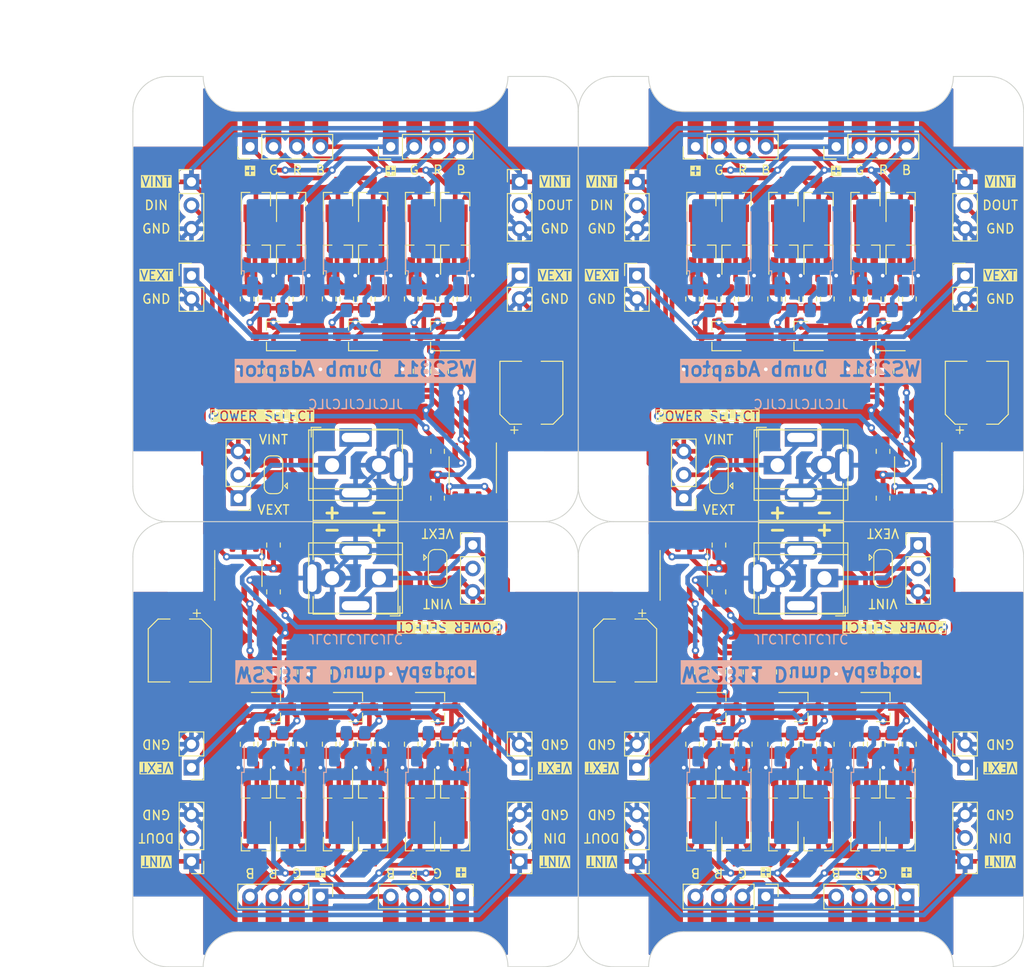
<source format=kicad_pcb>
(kicad_pcb (version 20221018) (generator pcbnew)
  (layers (0 "F.Cu" signal) (31 "B.Cu" signal) (34 "B.Paste" user) (35 "F.Paste" user) (36 "B.SilkS" user "B.Silkscreen") (37 "F.SilkS" user "F.Silkscreen") (38 "B.Mask" user) (39 "F.Mask" user) (44 "Edge.Cuts" user))
  (net 0 "")
  (net 1 "/VDD")
  (net 2 "GND")
  (net 3 "VCC")
  (net 4 "/DIN")
  (net 5 "/DOUT")
  (net 6 "/VSTRIP")
  (net 7 "Net-(Q1-G)")
  (net 8 "/OUTR")
  (net 9 "/OUTG")
  (net 10 "/OUTB")
  (net 11 "Net-(Q4-C)")
  (net 12 "Net-(U1-DIN)")
  (net 14 "Net-(Q8-G)")
  (net 15 "Net-(Q9-G)")
  (net 16 "Net-(Q10-G)")
  (net 17 "Net-(Q11-G)")
  (net 18 "Net-(Q12-G)")
  (net 19 "/STRIPR")
  (net 20 "/STRIPG")
  (net 21 "/STRIPB")
  (net 22 "Net-(Q13-G)")
  (net 23 "Net-(Q14-G)")
  (net 24 "Net-(Q15-G)")
  (net 25 "Net-(Q3-G)")
  (net 26 "Net-(Q7-G)")
  (net 27 "Net-(Q2-G)")
  (net 28 "Net-(Q4-B)")
  (net 29 "Net-(Q5-B)")
  (net 30 "Net-(Q5-C)")
  (net 31 "Net-(Q6-B)")
  (net 32 "Net-(Q6-C)")
  (net 33 "Net-(Q16-G)")
  (net 34 "Net-(Q17-G)")
  (net 35 "Net-(Q18-G)")
  (net 36 "Net-(#FLG03-pwr)")
  (footprint "Resistor_SMD:R_0805_2012Metric_Pad1.20x1.40mm_HandSolder" (layer "F.Cu") (at 71.755 90.3845 90)
    (fp_text reference "R17" hide)
    (fp_text value "1000R" hide)
  )
  (footprint "Resistor_SMD:R_0805_2012Metric_Pad1.20x1.40mm_HandSolder" (layer "F.Cu") (at 109.22 109.220001 -90)
    (fp_text reference "R13" hide)
    (fp_text value "100R" hide)
  )
  (footprint "Resistor_SMD:R_0805_2012Metric_Pad1.20x1.40mm_HandSolder" (layer "F.Cu") (at 67.945001 122.975499 -90)
    (fp_text reference "R17" hide)
    (fp_text value "1000R" hide)
  )
  (footprint "Resistor_SMD:R_0805_2012Metric_Pad1.20x1.40mm_HandSolder" (layer "F.Cu") (at 75.8825 130.809999 -90)
    (fp_text reference "R25" hide)
    (fp_text value "1000R" hide)
  )
  (footprint "Package_TO_SOT_SMD:SOT-23_Handsoldering" (layer "F.Cu") (at 67.945 141.605 -90)
    (fp_text reference "Q8" hide)
    (fp_text value "2N7002K" hide)
  )
  (footprint "Resistor_SMD:R_0805_2012Metric_Pad1.20x1.40mm_HandSolder" (layer "F.Cu") (at 69.85 122.975501 -90)
    (fp_text reference "R11" hide)
    (fp_text value "10K" hide)
  )
  (footprint "Resistor_SMD:R_0805_2012Metric_Pad1.20x1.40mm_HandSolder" (layer "F.Cu") (at 112.0775 82.55 90)
    (fp_text reference "R25" hide)
    (fp_text value "1000R" hide)
  )
  (footprint "Custom:PinHeader_1x04_P2.54mm_Vertical_or_Horizontal" (layer "F.Cu") (at 106.68 66.04 90)
    (fp_text reference "J2" hide)
    (fp_text value "Conn_01x04" hide)
  )
  (footprint "Resistor_SMD:R_0805_2012Metric_Pad1.20x1.40mm_HandSolder" (layer "F.Cu") (at 107.315 90.3845 90)
    (fp_text reference "R16" hide)
    (fp_text value "10K" hide)
  )
  (footprint "MountingHole:MountingHole_3.2mm_M3" (layer "F.Cu") (at 97.79 110.49 180)
    (fp_text reference "REF**" hide)
    (fp_text value "MountingHole_3.2mm_M3" hide)
  )
  (footprint "Package_TO_SOT_SMD:SOT-23_Handsoldering" (layer "F.Cu") (at 116.205 71.755 90)
    (fp_text reference "Q7" hide)
    (fp_text value "2N7002K" hide)
  )
  (footprint "Package_TO_SOT_SMD:SOT-23_Handsoldering" (layer "F.Cu") (at 120.015 77.47 90)
    (fp_text reference "Q14" hide)
    (fp_text value "2N7002K" hide)
  )
  (footprint "Connector_PinHeader_2.54mm:PinHeader_1x02_P2.54mm_Vertical" (layer "F.Cu") (at 87.63 80.01)
    (fp_text reference "J6" hide)
    (fp_text value "Conn_01x02" hide)
  )
  (footprint "Connector_PinHeader_2.54mm:PinHeader_1x02_P2.54mm_Vertical" (layer "F.Cu") (at 52.069999 133.35 180)
    (fp_text reference "J6" hide)
    (fp_text value "Conn_01x02" hide)
  )
  (footprint "Resistor_SMD:R_0805_2012Metric_Pad1.20x1.40mm_HandSolder" (layer "F.Cu") (at 68.8975 82.55 90)
    (fp_text reference "R18" hide)
    (fp_text value "1000R" hide)
  )
  (footprint "Resistor_SMD:R_0805_2012Metric_Pad1.20x1.40mm_HandSolder" (layer "F.Cu") (at 110.1725 82.55 90)
    (fp_text reference "R24" hide)
    (fp_text value "1000R" hide)
  )
  (footprint "Resistor_SMD:R_0805_2012Metric_Pad1.20x1.40mm_HandSolder" (layer "F.Cu") (at 112.0775 130.809999 -90)
    (fp_text reference "R27" hide)
    (fp_text value "1000R" hide)
  )
  (footprint "Resistor_SMD:R_0805_2012Metric_Pad1.20x1.40mm_HandSolder" (layer "F.Cu") (at 76.835 122.975501 -90)
    (fp_text reference "R10" hide)
    (fp_text value "1000R" hide)
  )
  (footprint "Package_TO_SOT_SMD:SOT-23_Handsoldering" (layer "F.Cu") (at 60.96 126.7855)
    (fp_text reference "Q4" hide)
    (fp_text value "2TY" hide)
  )
  (footprint "Resistor_SMD:R_0805_2012Metric_Pad1.20x1.40mm_HandSolder" (layer "F.Cu") (at 127 99.06 90)
    (fp_text reference "R7" hide)
    (fp_text value "33R" hide)
  )
  (footprint "Package_TO_SOT_SMD:SOT-23_Handsoldering" (layer "F.Cu") (at 107.315 141.605 -90)
    (fp_text reference "Q12" hide)
    (fp_text value "2N7002K" hide)
  )
  (footprint "Resistor_SMD:R_0805_2012Metric_Pad1.20x1.40mm_HandSolder" (layer "F.Cu") (at 106.3625 130.81 -90)
    (fp_text reference "R29" hide)
    (fp_text value "1000R" hide)
  )
  (footprint "Resistor_SMD:R_0805_2012Metric_Pad1.20x1.40mm_HandSolder" (layer "F.Cu") (at 109.22 90.3845 90)
    (fp_text reference "R15" hide)
    (fp_text value "10K" hide)
  )
  (footprint "Package_TO_SOT_SMD:SOT-23_Handsoldering" (layer "F.Cu") (at 62.865001 141.605 -90)
    (fp_text reference "Q11" hide)
    (fp_text value "2N7002K" hide)
  )
  (footprint "Capacitor_SMD:CP_Elec_6.3x5.4" (layer "F.Cu") (at 137.16 92.71 90)
    (fp_text reference "C1" hide)
    (fp_text value "100uF" hide)
  )
  (footprint "Connector_BarrelJack:BarrelJack_Horizontal" (layer "F.Cu") (at 69.85 97.56 90)
    (fp_text reference "J8" hide)
    (fp_text value "Barrel_Jack_Switch" hide)
  )
  (footprint "Package_TO_SOT_SMD:SOT-23_Handsoldering" (layer "F.Cu") (at 62.865 71.755 90)
    (fp_text reference "Q10" hide)
    (fp_text value "2N7002K" hide)
  )
  (footprint "MountingHole:MountingHole_3.2mm_M3" (layer "F.Cu") (at 97.79 151.13 180)
    (fp_text reference "REF**" hide)
    (fp_text value "MountingHole_3.2mm_M3" hide)
  )
  (footprint "Resistor_SMD:R_0805_2012Metric_Pad1.20x1.40mm_HandSolder" (layer "F.Cu") (at 61.9125 130.81 -90)
    (fp_text reference "R26" hide)
    (fp_text value "1000R" hide)
  )
  (footprint "Connector_PinHeader_2.54mm:PinHeader_1x03_P2.54mm_Vertical" (layer "F.Cu") (at 135.89 69.85)
    (fp_text reference "J4" hide)
    (fp_text value "Conn_01x03" hide)
  )
  (footprint "MountingHole:MountingHole_3.2mm_M3" (layer "F.Cu") (at 138.43 151.13 180)
    (fp_text reference "REF**" hide)
    (fp_text value "MountingHole_3.2mm_M3" hide)
  )
  (footprint "Resistor_SMD:R_0805_2012Metric_Pad1.20x1.40mm_HandSolder" (layer "F.Cu") (at 118.11 122.975501 -90)
    (fp_text reference "R11" hide)
    (fp_text value "10K" hide)
  )
  (footprint "Resistor_SMD:R_0805_2012Metric_Pad1.20x1.40mm_HandSolder" (layer "F.Cu") (at 72.7075 82.55 90)
    (fp_text reference "R21" hide)
    (fp_text value "1000R" hide)
  )
  (footprint "Custom:PinHeader_1x04_P2.54mm_Vertical_or_Horizontal" (layer "F.Cu") (at 58.42 66.04 90)
    (fp_text reference "J2" hide)
    (fp_text value "Conn_01x04" hide)
  )
  (footprint "Connector_PinHeader_2.54mm:PinHeader_1x02_P2.54mm_Vertical" (layer "F.Cu") (at 135.89 80.01)
    (fp_text reference "J6" hide)
    (fp_text value "Conn_01x02" hide)
  )
  (footprint "Resistor_SMD:R_0805_2012Metric_Pad1.20x1.40mm_HandSolder" (layer "F.Cu") (at 108.267501 130.809999 -90)
    (fp_text reference "R28" hide)
    (fp_text value "1000R" hide)
  )
  (footprint "Resistor_SMD:R_0805_2012Metric_Pad1.20x1.40mm_HandSolder" (layer "F.Cu") (at 81.5975 82.55 90)
    (fp_text reference "R29" hide)
    (fp_text value "1000R" hide)
  )
  (footprint "Resistor_SMD:R_0805_2012Metric_Pad1.20x1.40mm_HandSolder" (layer "F.Cu") (at 117.1575 82.55 90)
    (fp_text reference "R18" hide)
    (fp_text value "1000R" hide)
  )
  (footprint "Resistor_SMD:R_0805_2012Metric_Pad1.20x1.40mm_HandSolder" (layer "F.Cu") (at 78.74 90.3845 90)
    (fp_text reference "R8" hide)
    (fp_text value "10K" hide)
  )
  (footprint "Package_TO_SOT_SMD:SOT-23_Handsoldering" (layer "F.Cu") (at 125.095 71.755 90)
    (fp_text reference "Q11" hide)
    (fp_text value "2N7002K" hide)
  )
  (footprint "Package_TO_SOT_SMD:SOT-23_Handsoldering" (layer "F.Cu") (at 67.945 135.89 -90)
    (fp_text reference "Q14" hide)
    (fp_text value "2N7002K" hide)
  )
  (footprint "MountingHole:MountingHole_3.2mm_M3" (layer "F.Cu") (at 90.17 110.49 180)
    (fp_text reference "REF**" hide)
    (fp_text value "MountingHole_3.2mm_M3" hide)
  )
  (footprint "MountingHole:MountingHole_3.2mm_M3" (layer "F.Cu") (at 90.17 151.13 180)
    (fp_text reference "REF**" hide)
    (fp_text value "MountingHole_3.2mm_M3" hide)
  )
  (footprint "Package_TO_SOT_SMD:SOT-23_Handsoldering" (layer "F.Cu") (at 78.74 126.7855)
    (fp_text reference "Q5" hide)
    (fp_text value "2TY" hide)
  )
  (footprint "TerminalBlock:TerminalBlock_bornier-2_P5.08mm" (layer "F.Cu") (at 67.31 100.56)
    (fp_text reference "J7" hide)
    (fp_text value "Screw_Terminal_01x02" hide)
  )
  (footprint "Package_TO_SOT_SMD:SOT-23_Handsoldering" (layer "F.Cu") (at 62.865 77.47 90)
    (fp_text reference "Q16" hide)
    (fp_text value "2N7002K" hide)
  )
  (footprint "Package_TO_SOT_SMD:SOT-23_Handsoldering" (layer "F.Cu") (at 107.315 71.755 90)
    (fp_text reference "Q9" hide)
    (fp_text value "2N7002K" hide)
  )
  (footprint "Capacitor_SMD:CP_Elec_6.3x5.4" (layer "F.Cu") (at 99.06 120.65 -90)
    (fp_text reference "C1" hide)
    (fp_text value "100uF" hide)
  )
  (footprint "MountingHole:MountingHole_3.2mm_M3" (layer "F.Cu") (at 138.43 102.87)
    (fp_text reference "REF**" hide)
    (fp_text value "MountingHole_3.2mm_M3" hide)
  )
  (footprint "Resistor_SMD:R_0805_2012Metric_Pad1.20x1.40mm_HandSolder" (layer "F.Cu") (at 58.1025 82.55 90)
    (fp_text reference "R22" hide)
    (fp_text value "1000R" hide)
  )
  (footprint "Package_TO_SOT_SMD:SOT-23_Handsoldering" (layer "F.Cu") (at 125.094999 135.889999 -90)
    (fp_text reference "Q16" hide)
    (fp_text value "2N7002K" hide)
  )
  (footprint "Resistor_SMD:R_0805_2012Metric_Pad1.20x1.40mm_HandSolder" (layer "F.Cu") (at 80.645 90.3845 90)
    (fp_text reference "R14" hide)
    (fp_text value "1000R" hide)
  )
  (footprint "Resistor_SMD:R_0805_2012Metric_Pad1.20x1.40mm_HandSolder" (layer "F.Cu") (at 66.9925 82.55 90)
    (fp_text reference "R19" hide)
    (fp_text value "1000R" hide)
  )
  (footprint "Package_TO_SOT_SMD:SOT-23_Handsoldering" (layer "F.Cu") (at 128.905 141.605 -90)
    (fp_text reference "Q9" hide)
    (fp_text value "2N7002K" hide)
  )
  (footprint "Resistor_SMD:R_0805_2012Metric_Pad1.20x1.40mm_HandSolder" (layer "F.Cu") (at 70.8025 82.55 90)
    (fp_text reference "R20" hide)
    (fp_text value "1000R" hide)
  )
  (footprint "Custom:PinHeader_1x04_P2.54mm_Vertical_or_Horizontal" (layer "F.Cu") (at 114.3 147.32 -90)
    (fp_text reference "J1" hide)
    (fp_text value "Conn_01x04" hide)
  )
  (footprint "Connector_BarrelJack:BarrelJack_Horizontal" (layer "F.Cu") (at 118.11 115.8 -90)
    (fp_text reference "J8" hide)
    (fp_text value "Barrel_Jack_Switch" hide)
  )
  (footprint "Resistor_SMD:R_0805_2012Metric_Pad1.20x1.40mm_HandSolder" (layer "F.Cu") (at 60.0075 82.55 90)
    (fp_text reference "R23" hide)
    (fp_text value "1000R" hide)
  )
  (footprint "Resistor_SMD:R_0805_2012Metric_Pad1.20x1.40mm_HandSolder" (layer "F.Cu") (at 129.8575 82.55 90)
    (fp_text reference "R29" hide)
    (fp_text value "1000R" hide)
  )
  (footprint "Resistor_SMD:R_0805_2012Metric_Pad1.20x1.40mm_HandSolder" (layer "F.Cu") (at 117.1575 130.81 -90)
    (fp_text reference "R20" hide)
    (fp_text value "1000R" hide)
  )
  (footprint "Resistor_SMD:R_0805_2012Metric_Pad1.20x1.40mm_HandSolder" (layer "F.Cu") (at 79.692499 130.809999 -90)
    (fp_text reference "R23" hide)
    (fp_text value "1000R" hide)
  )
  (footprint "Package_SO:SOP-8_3.9x4.9mm_P1.27mm" (layer "F.Cu") (at 130.81 101.6 -90)
    (fp_text reference "U1" hide)
    (fp_text value "~" hide)
  )
  (footprint "TerminalBlock:TerminalBlock_bornier-2_P5.08mm" (layer "F.Cu") (at 120.65 112.799999 180)
    (fp_text reference "J7" hide)
    (fp_text value "Screw_Terminal_01x02" hide)
  )
  (footprint "Resistor_SMD:R_0805_2012Metric_Pad1.20x1.40mm_HandSolder" (layer "F.Cu") (at 60.96 114.299999 -90)
    (fp_text reference "R7" hide)
    (fp_text value "33R" hide)
  )
  (footprint "Package_TO_SOT_SMD:SOT-23_Handsoldering" (layer "F.Cu") (at 71.755 77.47 90)
    (fp_text reference "Q14" hide)
    (fp_text value "2N7002K" hide)
  )
  (footprint "Package_TO_SOT_SMD:SOT-23_Handsoldering" (layer "F.Cu") (at 67.945 71.755 90)
    (fp_text reference "Q7" hide)
    (fp_text value "2N7002K" hide)
  )
  (footprint "Package_TO_SOT_SMD:SOT-23_Handsoldering" (layer "F.Cu") (at 120.015 135.89 -90)
    (fp_text reference "Q13" hide)
    (fp_text value "2N7002K" hide)
  )
  (footprint "Connector_BarrelJack:BarrelJack_Horizontal" (layer "F.Cu") (at 69.85 115.8 -90)
    (fp_text reference "J8" hide)
    (fp_text value "Barrel_Jack_Switch" hide)
  )
  (footprint "Resistor_SMD:R_0805_2012Metric_Pad1.20x1.40mm_HandSolder" (layer "F.Cu") (at 79.6925 82.55 90)
    (fp_text reference "R28" hide)
    (fp_text value "1000R" hide)
  )
  (footprint "MountingHole:MountingHole_3.2mm_M3" (layer "F.Cu") (at 138.43 110.49 180)
    (fp_text reference "REF**" hide)
    (fp_text value "MountingHole_3.2mm_M3" hide)
  )
  (footprint "Resistor_SMD:R_0805_2012Metric_Pad1.20x1.40mm_HandSolder" (layer "F.Cu") (at 125.095 90.3845 90)
    (fp_text reference "R9" hide)
    (fp_text value "10K" hide)
  )
  (footprint "MountingHole:MountingHole_3.2mm_M3" (layer "F.Cu") (at 49.53 151.13 180)
    (fp_text reference "REF**" hide)
    (fp_text value "MountingHole_3.2mm_M3" hide)
  )
  (footprint "Package_TO_SOT_SMD:SOT-23_Handsoldering" (layer "F.Cu") (at 109.22 86.5745 180)
    (fp_text reference "Q5" hide)
    (fp_text value "2TY" hide)
  )
  (footprint "Connector_PinHeader_2.54mm:PinHeader_1x02_P2.54mm_Vertical" (layer "F.Cu") (at 100.33 80.01)
    (fp_text reference "J5" hide)
    (fp_text value "Conn_01x02" hide)
  )
  (footprint "Resistor_SMD:R_0805_2012Metric_Pad1.20x1.40mm_HandSolder" (layer "F.Cu") (at 127.952499 130.809999 -90)
    (fp_text reference "R23" hide)
    (fp_text value "1000R" hide)
  )
  (footprint "Package_TO_SOT_SMD:SOT-23_Handsoldering" (layer "F.Cu") (at 69.85 86.5745 180)
    (fp_text reference "Q6" hide)
    (fp_text value "2TY" hide)
  )
  (footprint "Resistor_SMD:R_0805_2012Metric_Pad1.20x1.40mm_HandSolder" (layer "F.Cu") (at 110.1725 130.81 -90)
    (fp_text reference "R26" hide)
    (fp_text value "1000R" hide)
  )
  (footprint "Resistor_SMD:R_0805_2012Metric_Pad1.20x1.40mm_HandSolder" (layer "F.Cu") (at 72.707501 130.809999 -90)
    (fp_text reference "R19" hide)
    (fp_text value "1000R" hide)
  )
  (footprint "Package_TO_SOT_SMD:SOT-23_Handsoldering" (layer "F.Cu") (at 116.205 77.47 90)
    (fp_text reference "Q13" hide)
    (fp_text value "2N7002K" hide)
  )
  (footprint "Package_TO_SOT_SMD:SOT-23_Handsoldering" (layer "F.Cu") (at 76.834999 135.889999 -90)
    (fp_text reference "Q16" hide)
    (fp_text value "2N7002K" hide)
  )
  (footprint "Connector_PinHeader_2.54mm:PinHeader_1x03_P2.54mm_Vertical" (layer "F.Cu") (at 82.550001 109.219999)
    (fp_text reference "JP4" hide)
    (fp_text value "Jumper_3_Open" hide)
  )
  (footprint "Resistor_SMD:R_0805_2012Metric_Pad1.20x1.40mm_HandSolder" (layer "F.Cu") (at 116.205001 122.975499 -90)
    (fp_text reference "R17" hide)
    (fp_text value "1000R" hide)
  )
  (footprint "Resistor_SMD:R_0805_2012Metric_Pad1.20x1.40mm_HandSolder" (layer "F.Cu") (at 126.999999 104.139999 90)
    (fp_text reference "R13" hide)
    (fp_text value "100R" hide)
  )
  (footprint "Package_TO_SOT_SMD:SOT-23_Handsoldering" (layer "F.Cu") (at 116.205 141.605 -90)
    (fp_text reference "Q8" hide)
    (fp_text value "2N7002K" hide)
  )
  (footprint "Resistor_SMD:R_0805_2012Metric_Pad1.20x1.40mm_HandSolder" (layer "F.Cu") (at 63.8175 130.809999 -90)
    (fp_text reference "R27" hide)
    (fp_text value "1000R" hide)
  )
  (footprint "Package_TO_SOT_SMD:SOT-23_Handsoldering" (layer "F.Cu") (at 111.125001 135.889999 -90)
    (fp_text reference "Q17" hide)
    (fp_text value "2N7002K" hide)
  )
  (footprint "Package_TO_SOT_SMD:SOT-23_Handsoldering" (layer "F.Cu") (at 127 86.5745 180)
    (fp_text reference "Q4" hide)
    (fp_text value "2TY" hide)
  )
  (footprint "Resistor_SMD:R_0805_2012Metric_Pad1.20x1.40mm_HandSolder" (layer "F.Cu") (at 70.8025 130.81 -90)
    (fp_text reference "R18" hide)
    (fp_text value "1000R" hide)
  )
  (footprint "Package_TO_SOT_SMD:SOT-23_Handsoldering" (layer "F.Cu") (at 80.645 77.47 90)
    (fp_text reference "Q18" hide)
    (fp_text value "2N7002K" hide)
  )
  (footprint "Resistor_SMD:R_0805_2012Metric_Pad1.20x1.40mm_HandSolder" (layer "F.Cu") (at 67.945 90.3845 90)
    (fp_text reference "R12" hide)
    (fp_text value "10K" hide)
  )
  (footprint "Package_TO_SOT_SMD:SOT-23_Handsoldering" (layer "F.Cu") (at 118.11 86.5745 180)
    (fp_text reference "Q6" hide)
    (fp_text value "2TY" hide)
  )
  (footprint "MountingHole:MountingHole_3.2mm_M3" (layer "F.Cu") (at 49.53 110.49 180)
    (fp_text reference "REF**" hide)
    (fp_text value "MountingHole_3.2mm_M3" hide)
  )
  (footprint "Package_TO_SOT_SMD:SOT-23_Handsoldering" (layer "F.Cu") (at 116.205 135.89 -90)
    (fp_text reference "Q14" hide)
    (fp_text value "2N7002K" hide)
  )
  (footprint "Resistor_SMD:R_0805_2012Metric_Pad1.20x1.40mm_HandSolder" (layer "F.Cu") (at 71.754999 122.975499 -90)
    (fp_text reference "R12" hide)
    (fp_text value "10K" hide)
  )
  (footprint "Package_TO_SOT_SMD:SOT-23_Handsoldering" (layer "F.Cu") (at 69.85 126.785499)
    (fp_text reference "Q6" hide)
    (fp_text value "2TY" hide)
  )
  (footprint "Resistor_SMD:R_0805_2012Metric_Pad1.20x1.40mm_HandSolder" (layer "F.Cu") (at 66.992499 130.809999 -90)
    (fp_text reference "R21" hide)
    (fp_text value "1000R" hide)
  )
  (footprint "Connector_PinHeader_2.54mm:PinHeader_1x03_P2.54mm_Vertical" (layer "F.Cu") (at 130.810001 109.219999)
    (fp_text reference "JP4" hide)
    (fp_text value "Jumper_3_Open" hide)
  )
  (footprint "Resistor_SMD:R_0805_2012Metric_Pad1.20x1.40mm_HandSolder" (layer "F.Cu") (at 128.905 122.975499 -90)
    (fp_text reference "R16" hide)
    (fp_text value "10K" hide)
  )
  (footprint "Package_TO_SOT_SMD:SOT-23_Handsoldering" (layer "F.Cu") (at 120.015 141.605 -90)
    (fp_text reference "Q7" hide)
    (fp_text value "2N7002K" hide)
  )
  (footprint "Package_TO_SOT_SMD:SOT-23_Handsoldering" (layer "F.Cu") (at 127 126.7855)
    (fp_text reference "Q5" hide)
    (fp_text value "2TY" hide)
  )
  (footprint "Resistor_SMD:R_0805_2012Metric_Pad1.20x1.40mm_HandSolder" (layer "F.Cu") (at 127 90.3845 90)
    (fp_text reference "R8" hide)
    (fp_text value "10K" hide)
  )
  (footprint "MountingHole:MountingHole_3.2mm_M3" (layer "F.Cu") (at 90.17 62.23)
    (fp_text reference "REF**" hide)
    (fp_text value "MountingHole_3.2mm_M3" hide)
  )
  (footprint "Package_TO_SOT_SMD:SOT-23_Handsoldering" (layer "F.Cu") (at 80.645 135.889999 -90)
    (fp_text reference "Q15" hide)
    (fp_text value "2N7002K" hide)
  )
  (footprint "Package_TO_SOT_SMD:SOT-23_Handsoldering" (layer "F.Cu") (at 128.905 71.755 90)
    (fp_text reference "Q12" hide)
    (fp_text value "2N7002K" hide)
  )
  (footprint "Resistor_SMD:R_0805_2012Metric_Pad1.20x1.40mm_HandSolder" (layer "F.Cu") (at 118.11 90.3845 90)
    (fp_text reference "R11" hide)
    (fp_text value "10K" hide)
  )
  (footprint "Resistor_SMD:R_0805_2012Metric_Pad1.20x1.40mm_HandSolder" (layer "F.Cu") (at 76.835 90.3845 90)
    (fp_text reference "R9" hide)
    (fp_text value "10K" hide)
  )
  (footprint "Resistor_SMD:R_0805_2012Metric_Pad1.20x1.40mm_HandSolder" (layer "F.Cu") (at 60.96 90.3845 90)
    (fp_text reference "R15" hide)
    (fp_text value "10K" hide)
  )
  (footprint "Resistor_SMD:R_0805_2012Metric_Pad1.20x1.40mm_HandSolder" (layer "F.Cu") (at 80.645 122.975499 -90)
    (fp_text reference "R16" hide)
    (fp_text value "10K" hide)
  )
  (footprint "Connector_PinHeader_2.54mm:PinHeader_1x03_P2.54mm_Vertical" (layer "F.Cu") (at 100.33 143.51 180)
    (fp_text reference "J4" hide)
    (fp_text value "Conn_01x03" hide)
  )
  (footprint "Resistor_SMD:R_0805_2012Metric_Pad1.20x1.40mm_HandSolder" (layer "F.Cu") (at 109.22 122.975499 -90)
    (fp_text reference "R8" hide)
    (fp_text value "10K" hide)
  )
  (footprint "Jumper:SolderJumper-3_P1.3mm_Open_RoundedPad1.0x1.5mm" (layer "F.Cu") (at 60.96 101.6 90)
    (fp_text reference "JP5" hide)
    (fp_text value "SolderJumper_3_Open" hide)
  )
  (footprint "Resistor_SMD:R_0805_2012Metric_Pad1.20x1.40mm_HandSolder" (layer "F.Cu") (at 108.2675 82.55 90)
    (fp_text reference "R23" hide)
    (fp_text value "1000R" hide)
  )
  (footprint "Resistor_SMD:R_0805_2012Metric_Pad1.20x1.40mm_HandSolder" (layer "F.Cu") (at 115.252499 130.809999 -90)
    (fp_text reference "R21" hide)
    (fp_text value "1000R" hide)
  )
  (footprint "Package_TO_SOT_SMD:SOT-23_Handsoldering" (layer "F.Cu") (at 118.11 126.785499)
    (fp_text reference "Q6" hide)
    (fp_text value "2TY" hide)
  )
  (footprint "Capacitor_SMD:CP_Elec_6.3x5.4" (layer "F.Cu") (at 50.8 120.65 -90)
    (fp_text reference "C1" hide)
    (fp_text value "100uF" hide)
  )
  (footprint "Connector_PinHeader_2.54mm:PinHeader_1x03_P2.54mm_Vertical" (layer "F.Cu") (at 87.63 143.51 180)
    (fp_text reference "J3" hide)
    (fp_text value "Conn_01x03" hide)
  )
  (footprint "Package_TO_SOT_SMD:SOT-23_Handsoldering" (layer "F.Cu") (at 125.095 77.47 90)
    (fp_text reference "Q17" hide)
    (fp_text value "2N7002K" hide)
  )
  (footprint "Resistor_SMD:R_0805_2012Metric_Pad1.20x1.40mm_HandSolder" (layer "F.Cu") (at 60.96 122.975499 -90)
    (fp_text reference "R8" hide)
    (fp_text value "10K" hide)
  )
  (footprint "Package_TO_SOT_SMD:SOT-23_Handsoldering" (layer "F.Cu") (at 109.22 126.7855)
    (fp_text reference "Q4" hide)
    (fp_text value "2TY" hide)
  )
  (footprint "Package_TO_SOT_SMD:SOT-23_Handsoldering" (layer "F.Cu") (at 111.125 77.47 90)
    (fp_text reference "Q16" hide)
    (fp_text value "2N7002K" hide)
  )
  (footprint "Package_SO:SOP-8_3.9x4.9mm_P1.27mm" (layer "F.Cu") (at 105.409999 111.76 90)
    (fp_text reference "U1" hide)
    (fp_text value "~" hide)
  )
  (footprint "MountingHole:MountingHole_3.2mm_M3" (layer "F.Cu") (at 90.17 102.87)
    (fp_text reference "REF**" hide)
    (fp_text value "MountingHole_3.2mm_M3" hide)
  )
  (footprint "Jumper:SolderJumper-3_P1.3mm_Open_RoundedPad1.0x1.5mm" (layer "F.Cu") (at 78.74 111.76 -90)
    (fp_text reference "JP5" hide)
    (fp_text value "SolderJumper_3_Open" hide)
  )
  (footprint "Resistor_SMD:R_0805_2012Metric_Pad1.20x1.40mm_HandSolder" (layer "F.Cu") (at 127.9525 82.55 90)
    (fp_text reference "R28" hide)
    (fp_text value "1000R" hide)
  )
  (footprint "Package_TO_SOT_SMD:SOT-23_Handsoldering" (layer "F.Cu") (at 59.055 135.889999 -90)
    (fp_text reference "Q18" hide)
    (fp_text value "2N7002K" hide)
  )
  (footprint "Connector_PinHeader_2.54mm:PinHeader_1x03_P2.54mm_Vertical" (layer "F.Cu") (at 87.63 69.85)
    (fp_text reference "J4" hide)
    (fp_text value "Conn_01x03" hide)
  )
  (footprint "Package_TO_SOT_SMD:SOT-23_Handsoldering" (layer "F.Cu") (at 128.905 77.47 90)
    (fp_text reference "Q18" hide)
    (fp_text value "2N7002K" hide)
  )
  (footprint "Resistor_SMD:R_0805_2012Metric_Pad1.20x1.40mm_HandSolder" (layer "F.Cu") (at 124.1425 82.55 90)
    (fp_text reference "R27" hide)
    (fp_text value "1000R" hide)
  )
  (footprint "Resistor_SMD:R_0805_2012Metric_Pad1.20x1.40mm_HandSolder" (layer "F.Cu") (at 106.3625 82.55 90)
    (fp_text reference "R22" hide)
    (fp_text value "1000R" hide)
  )
  (footprint "Connector_PinHeader_2.54mm:PinHeader_1x02_P2.54mm_Vertical" (layer "F.Cu") (at 100.329999 133.35 180)
    (fp_text reference "J6" hide)
    (fp_text value "Conn_01x02" hide)
  )
  (footprint "Resistor_SMD:R_0805_2012Metric_Pad1.20x1.40mm_HandSolder" (layer "F.Cu") (at 120.015 90.3845 90)
    (fp_text reference "R17" hide)
    (fp_text value "1000R" hide)
  )
  (footprint "Resistor_SMD:R_0805_2012Metric_Pad1.20x1.40mm_HandSolder" (layer "F.Cu") (at 119.0625 82.55 90)
    (fp_text reference "R20" hide)
    (fp_text value "1000R" hide)
  )
  (footprint "Package_TO_SOT_SMD:SOT-23_Handsoldering" (layer "F.Cu") (at 107.315 135.889999 -90)
    (fp_text reference "Q18" hide)
    (fp_text value "2N7002K" hide)
  )
  (footprint "Resistor_SMD:R_0805_2012Metric_Pad1.20x1.40mm_HandSolder" (layer "F.Cu") (at 81.5975 130.81 -90)
    (fp_text reference "R22" hide)
    (fp_text value "1000R" hide)
  )
  (footprint "Resistor_SMD:R_0805_2012Metric_Pad1.20x1.40mm_HandSolder" (layer "F.Cu") (at 77.7875 82.55 90)
    (fp_text reference "R26" hide)
    (fp_text value "1000R" hide)
  )
  (footprint "Resistor_SMD:R_0805_2012Metric_Pad1.20x1.40mm_HandSolder" (layer "F.Cu") (at 119.0625 130.81 -90)
    (fp_text reference "R18" hide)
    (fp_text value "1000R" hide)
  )
  (footprint "Package_TO_SOT_SMD:SOT-23_Handsoldering" (layer "F.Cu") (at 71.755 135.89 -90)
    (fp_text reference "Q13" hide)
    (fp_text value "2N7002K" hide)
  )
  (footprint "Connector_PinHeader_2.54mm:PinHeader_1x03_P2.54mm_Vertical" (layer "F.Cu") (at 57.15 104.14 180)
    (fp_text reference "JP4" hide)
    (fp_text value "Jumper_3_Open" hide)
  )
  (footprint "Resistor_SMD:R_0805_2012Metric_Pad1.20x1.40mm_HandSolder" (layer "F.Cu") (at 111.125 122.975501 -90)
    (fp_text reference "R9" hide)
    (fp_text value "10K" hide)
  )
  (footprint "Custom:PinHeader_1x04_P2.54mm_Vertical_or_Horizontal" (layer "F.Cu") (at 129.54 147.319998 -90)
    (fp_text reference "J2" hide)
    (fp_text value "Conn_01x04" hide)
  )
  (footprint "Custom:PinHeader_1x04_P2.54mm_Vertical_or_Horizontal" (layer "F.Cu") (at 81.28 147.319998 -90)
    (fp_text reference "J2" hide)
    (fp_text value "Conn_01x04" hide)
  )
  (footprint "Resistor_SMD:R_0805_2012Metric_Pad1.20x1.40mm_HandSolder" (layer "F.Cu") (at 68.8975 130.81 -90)
    (fp_text reference "R20" hide)
    (fp_text value "1000R" hide)
  )
  (footprint "Resistor_SMD:R_0805_2012Metric_Pad1.20x1.40mm_HandSolder" (layer "F.Cu") (at 78.739999 104.139999 90)
    (fp_text reference "R13" hide)
    (fp_text value "100R" hide)
  )
  (footprint "Package_TO_SOT_SMD:SOT-23_Handsoldering" (layer "F.Cu") (at 59.055 141.605 -90)
    (fp_text reference "Q12" hide)
    (fp_text value "2N7002K" hide)
  )
  (footprint "Resistor_SMD:R_0805_2012Metric_Pad1.20x1.40mm_HandSolder" (layer "F.Cu") (at 60.007501 130.809999 -90)
    (fp_text reference "R28" hide)
    (fp_text value "1000R" hide)
  )
  (footprint "Resistor_SMD:R_0805_2012Metric_Pad1.20x1.40mm_HandSolder" (layer "F.Cu") (at 62.865 122.975501 -90)
    (fp_text reference "R9" hide)
    (fp_text value "10K" hide)
  )
  (footprint "Resistor_SMD:R_0805_2012Metric_Pad1.20x1.40mm_HandSolder" (layer "F.Cu") (at 59.055 90.3845 90)
    (fp_text reference "R16" hide)
    (fp_text value "10K" hide)
  )
  (footprint "Package_TO_SOT_SMD:SOT-23_Handsoldering" (layer "F.Cu") (at 120.015 71.755 90)
    (fp_text reference "Q8" hide)
    (fp_text value "2N7002K" hide)
  )
  (footprint "Package_SO:SOP-8_3.9x4.9mm_P1.27mm" (layer "F.Cu") (at 57.149999 111.76 90)
    (fp_text reference "U1" hide)
    (fp_text value "~" hide)
  )
  (footprint "Package_TO_SOT_SMD:SOT-23_Handsoldering" (layer "F.Cu") (at 59.055 71.755 90)
    (fp_text reference "Q9" hide)
    (fp_text value "2N7002K" hide)
  )
  (footprint "Connector_PinHeader_2.54mm:PinHeader_1x03_P2.54mm_Vertical" (layer "F.Cu") (at 135.89 143.51 180)
    (fp_text reference "J3" hide)
    (fp_text value "Conn_01x03" hide)
  )
  (footprint "Resistor_SMD:R_0805_2012Metric_Pad1.20x1.40mm_HandSolder" (layer "F.Cu") (at 78.74 99.06 90)
    (fp_text reference "R7" hide)
    (fp_text value "33R" hide)
  )
  (footprint "Package_TO_SOT_SMD:SOT-23_Handsoldering" (layer "F.Cu") (at 80.645 141.605 -90)
    (fp_text reference "Q9" hide)
    (fp_text value "2N7002K" hide)
  )
  (footprint "Resistor_SMD:R_0805_2012Metric_Pad1.20x1.40mm_HandSolder" (layer "F.Cu") (at 116.205 90.3845 90)
    (fp_text reference "R12" hide)
    (fp_text value "10K" hide)
  )
  (footprint "Resistor_SMD:R_0805_2012Metric_Pad1.20x1.40mm_HandSolder" (layer "F.Cu") (at 63.8175 82.55 90)
    (fp_text reference "R25" hide)
    (fp_text value "1000R" hide)
  )
  (footprint "Package_TO_SOT_SMD:SOT-23_Handsoldering" (layer "F.Cu") (at 67.945 77.47 90)
    (fp_text reference "Q13" hide)
    (fp_text value "2N7002K" hide)
  )
  (footprint "Custom:PinHeader_1x04_P2.54mm_Vertical_or_Horizontal" (layer "F.Cu") (at 121.92 66.04 90)
    (fp_text reference "J1" hide)
    (fp_text value "Conn_01x04" hide)
  )
  (footprint "Package_TO_SOT_SMD:SOT-23_Handsoldering" (layer "F.Cu") (at 62.865001 135.889999 -90)
    (fp_text reference "Q17" hide)
    (fp_text value "2N7002K" hide)
  )
  (footprint "Jumper:SolderJumper-3_P1.3mm_Open_RoundedPad1.0x1.5mm" (layer "F.Cu") (at 109.22 101.6 90)
    (fp_text reference "JP5" hide)
    (fp_text value "SolderJumper_3_Open" hide)
  )
  (footprint "MountingHole:MountingHole_3.2mm_M3" (layer "F.Cu") (at 49.53 102.87)
    (fp_text reference "REF**" hide)
    (fp_text value "MountingHole_3.2mm_M3" hide)
  )
  (footprint "Connector_PinHeader_2.54mm:PinHeader_1x03_P2.54mm_Vertical" (layer "F.Cu") (at 105.41 104.14 180)
    (fp_text reference "JP4" hide)
    (fp_text value "Jumper_3_Open" hide)
  )
  (footprint "Connector_PinHeader_2.54mm:PinHeader_1x02_P2.54mm_Vertical" (layer "F.Cu") (at 87.630001 133.35 180)
    (fp_text reference "J5" hide)
    (fp_text value "Conn_01x02" hide)
  )
  (footprint "Package_TO_SOT_SMD:SOT-23_Handsoldering" (layer "F.Cu") (at 125.094999 141.605 -90)
    (fp_text reference "Q10" hide)
    (fp_text value "2N7002K" hide)
  )
  (footprint "Package_TO_SOT_SMD:SOT-23_Handsoldering" (layer "F.Cu") (at 111.125001 141.605 -90)
    (fp_text reference "Q11" hide)
    (fp_text value "2N7002K" hide)
  )
  (footprint "Connector_BarrelJack:BarrelJack_Horizontal" (layer "F.Cu") (at 118.11 97.56 90)
    (fp_text reference "J8" hide)
    (fp_text value "Barrel_Jack_Switch" hide)
  )
  (footprint "Resistor_SMD:R_0805_2012Metric_Pad1.20x1.40mm_HandSolder" (layer "F.Cu") (at 124.1425 130.809999 -90)
    (fp_text reference "R25" hide)
    (fp_text value "1000R" hide)
  )
  (footprint "Capacitor_SMD:CP_Elec_6.3x5.4" (layer "F.Cu") (at 88.9 92.71 90)
    (fp_text reference "C1" hide)
    (fp_text value "100uF" hide)
  )
  (footprint "Resistor_SMD:R_0805_2012Metric_Pad1.20x1.40mm_HandSolder" (layer "F.Cu") (at 62.865 90.3845 90)
    (fp_text reference "R10" hide)
    (fp_text value "1000R" hide)
  )
  (footprint "Resistor_SMD:R_0805_2012Metric_Pad1.20x1.40mm_HandSolder" (layer "F.Cu") (at 77.7875 130.81 -90)
    (fp_text reference "R24" hide)
    (fp_text value "1000R" hide)
  )
  (footprint "Package_TO_SOT_SMD:SOT-23_Handsoldering" (layer "F.Cu") (at 80.645 71.755 90)
    (fp_text reference "Q12" hide)
    (fp_text value "2N7002K" hide)
  )
  (footprint "Custom:PinHeader_1x04_P2.54mm_Vertical_or_Horizontal" (layer "F.Cu") (at 66.04 147.32 -90)
    (fp_text reference "J1" hide)
    (fp_text value "Conn_01x04" hide)
  )
  (footprint "Resistor_SMD:R_0805_2012Metric_Pad1.20x1.40mm_HandSolder" (layer "F.Cu") (at 127 122.975499 -90)
    (fp_text reference "R15" hide)
    (fp_text value "10K" hide)
  )
  (footprint "Package_TO_SOT_SMD:SOT-23_Handsoldering" (layer "F.Cu") (at 60.96 86.5745 180)
    (fp_text reference "Q5" hide)
    (fp_text value "2TY" hide)
  )
  (footprint "Resistor_SMD:R_0805_2012Metric_Pad1.20x1.40mm_HandSolder" (layer "F.Cu") (at 126.0475 130.81 -90)
    (fp_text reference "R24" hide)
    (fp_text value "1000R" hide)
  )
  (footprint "Package_TO_SOT_SMD:SOT-23_Handsoldering" (layer "F.Cu") (at 71.755 71.755 90)
    (fp_text reference "Q8" hide)
    (fp_text value "2N7002K" hide)
  )
  (footprint "Resistor_SMD:R_0805_2012Metric_Pad1.20x1.40mm_HandSolder" (layer "F.Cu") (at 120.014999 122.975499 -90)
    (fp_text reference "R12" hide)
    (fp_text value "10K" hide)
  )
  (footprint "Package_TO_SOT_SMD:SOT-23_Handsoldering" (layer "F.Cu") (at 76.835 77.47 90)
    (fp_text reference "Q17" hide)
    (fp_text value "2N7002K" hide)
  )
  (footprint "Jumper:SolderJumper-3_P1.3mm_Open_RoundedPad1.0x1.5mm" (layer "F.Cu") (at 127 111.76 -90)
    (fp_text reference "JP5" hide)
    (fp_text value "SolderJumper_3_Open" hide)
  )
  (footprint "Package_TO_SOT_SMD:SOT-23_Handsoldering" (layer "F.Cu") (at 128.905 135.889999 -90)
    (fp_text reference "Q15" hide)
    (fp_text value "2N7002K" hide)
  )
  (footprint "Resistor_SMD:R_0805_2012Metric_Pad1.20x1.40mm_HandSolder" (layer "F.Cu") (at 69.85 90.3845 90)
    (fp_text reference "R11" hide)
    (fp_text value "10K" hide)
  )
  (footprint "Connector_PinHeader_2.54mm:PinHeader_1x02_P2.54mm_Vertical" (layer "F.Cu") (at 52.07 80.01)
    (fp_text reference "J5" hide)
    (fp_text value "Conn_01x02" hide)
  )
  (footprint "Resistor_SMD:R_0805_2012Metric_Pad1.20x1.40mm_HandSolder" (layer "F.Cu") (at 75.8825 82.55 90)
    (fp_text reference "R27" hide)
    (fp_text value "1000R" hide)
  )
  (footprint "Resistor_SMD:R_0805_2012Metric_Pad1.20x1.40mm_HandSolder" (layer "F.Cu") (at 125.095 122.975501 -90)
    (fp_text reference "R10" hide)
    (fp_text value "1000R" hide)
  )
  (footprint "Resistor_SMD:R_0805_2012Metric_Pad1.20x1.40mm_HandSolder" (layer "F.Cu") (at 120.9675 82.55 90)
    (fp_text reference "R21" hide)
    (fp_text value "1000R" hide)
  )
  (footprint "Resistor_SMD:R_0805_2012Metric_Pad1.20x1.40mm_HandSolder" (layer "F.Cu") (at 61.9125 82.55 90)
    (fp_text reference "R24" hide)
    (fp_text value "1000R" hide)
  )
  (footprint "Resistor_SMD:R_0805_2012Metric_Pad1.20x1.40mm_HandSolder" (layer "F.Cu") (at 111.125 90.3845 90)
    (fp_text reference "R10" hide)
    (fp_text value "1000R" hide)
  )
  (footprint "Resistor_SMD:R_0805_2012Metric_Pad1.20x1.40mm_HandSolder" (layer "F.Cu") (at 107.315 122.975499 -90)
    (fp_text reference "R14" hide)
    (fp_text value "1000R" hide)
  )
  (footprint "Resistor_SMD:R_0805_2012Metric_Pad1.20x1.40mm_HandSolder" (layer "F.Cu") (at 58.1025 130.81 -90)
    (fp_text reference "R29" hide)
    (fp_text value "1000R" hide)
  )
  (footprint "Resistor_SMD:R_0805_2012Metric_Pad1.20x1.40mm_HandSolder" (layer "F.Cu") (at 60.96 109.220001 -90)
    (fp_text reference "R13" hide)
    (fp_text value "100R" hide)
  )
  (footprint "MountingHole:MountingHole_3.2mm_M3" (layer "F.Cu") (at 97.79 62.23)
    (fp_text reference "REF**" hide)
    (fp_text value "MountingHole_3.2mm_M3" hide)
  )
  (footprint "Connector_PinHeader_2.54mm:PinHeader_1x03_P2.54mm_Vertical" (layer "F.Cu") (at 52.07 143.51 180)
    (fp_text reference "J4" hide)
    (fp_text value "Conn_01x03" hide)
  )
  (footprint "Resistor_SMD:R_0805_2012Metric_Pad1.20x1.40mm_HandSolder" (layer "F.Cu") (at 109.22 114.299999 -90)
    (fp_text reference "R7" hide)
    (fp_text value "33R" hide)
  )
  (footprint "Package_SO:SOP-8_3.9x4.9mm_P1.27mm" (layer "F.Cu") (at 82.55 101.6 -90)
    (fp_text reference "U1" hide)
    (fp_text value "~" hide)
  )
  (footprint "Connector_PinHeader_2.54mm:PinHeader_1x03_P2.54mm_Vertical" (layer "F.Cu") (at 52.07 69.85)
    (fp_text reference "J3" hide)
    (fp_text value "Conn_01x03" hide)
  )
  (footprint "Resistor_SMD:R_0805_2012Metric_Pad1.20x1.40mm_HandSolder" (layer "F.Cu") (at 59.055 122.975499 -90)
    (fp_text reference "R14" hide)
    (fp_text value "1000R" hide)
  )
  (footprint "Connector_PinHeader_2.54mm:PinHeader_1x03_P2.54mm_Vertical" (layer "F.Cu") (at 100.33 69.85)
    (fp_text reference "J3" hide)
    (fp_text value "Conn_01x03" hide)
  )
  (footprint "Package_TO_SOT_SMD:SOT-23_Handsoldering" (layer "F.Cu") (at 76.834999 141.605 -90)
    (fp_text reference "Q10" hide)
    (fp_text value "2N7002K" hide)
  )
  (footprint "Package_TO_SOT_SMD:SOT-23_Handsoldering" (layer "F.Cu") (at 78.74 86.5745 180)
    (fp_text reference "Q4" hide)
    (fp_text value "2TY" hide)
  )
  (footprint "MountingHole:MountingHole_3.2mm_M3" (layer "F.Cu") (at 138.43 62.23)
    (fp_text reference "REF**" hide)
    (fp_text value "MountingHole_3.2mm_M3" hide)
  )
  (footprint "Resistor_SMD:R_0805_2012Metric_Pad1.20x1.40mm_HandSolder" (layer "F.Cu") (at 128.905 90.3845 90)
    (fp_text reference "R14" hide)
    (fp_text value "1000R" hide)
  )
  (footprint "Resistor_SMD:R_0805_2012Metric_Pad1.20x1.40mm_HandSolder" (layer "F.Cu") (at 115.2525 82.55 90)
    (fp_text reference "R19" hide)
    (fp_text value "1000R" hide)
  )
  (footprint "TerminalBlock:TerminalBlock_bornier-2_P5.08mm" (layer "F.Cu") (at 72.39 112.799999 180)
    (fp_text reference "J7" hide)
    (fp_text value "Screw_Terminal_01x02" hide)
  )
  (footprint "Custom:PinHeader_1x04_P2.54mm_Vertical_or_Horizontal" (layer "F.Cu") (at 73.66 66.04 90)
    (fp_text reference "J1" hide)
    (fp_text value "Conn_01x04" hide)
  )
  (footprint "Package_TO_SOT_SMD:SOT-23_Handsoldering" (layer "F.Cu") (at 107.315 77.47 90)
    (fp_text reference "Q15" hide)
    (fp_text value "2N7002K" hide)
  )
  (footprint "TerminalBlock:TerminalBlock_bornier-2_P5.08mm" (layer "F.Cu") (at 115.57 100.56)
    (fp_text reference "J7" hide)
    (fp_text value "Screw_Terminal_01x02" hide)
  )
  (footprint "Resistor_SMD:R_0805_2012Metric_Pad1.20x1.40mm_HandSolder" (layer "F.Cu") (at 120.967501 130.809999 -90)
    (fp_text reference "R19" hide)
    (fp_text value "1000R" hide)
  )
  (footprint "Package_TO_SOT_SMD:SOT-23_Handsoldering" (layer "F.Cu") (at 76.835 71.755 90)
    (fp_text reference "Q11" hide)
    (fp_text value "2N7002K" hide)
  )
  (footprint "Connector_PinHeader_2.54mm:PinHeader_1x02_P2.54mm_Vertical" (layer "F.Cu") (at 135.890001 133.35 180)
    (fp_text reference "J5" hide)
    (fp_text value "Conn_01x02" hide)
  )
  (footprint "Package_TO_SOT_SMD:SOT-23_Handsoldering" (layer "F.Cu") (at 111.125 71.755 90)
    (fp_text reference "Q10" hide)
    (fp_text value "2N7002K" hide)
  )
  (footprint "Package_TO_SOT_SMD:SOT-23_Handsoldering" (layer "F.Cu") (at 59.055 77.47 90)
    (fp_text reference "Q15" hide)
    (fp_text value "2N7002K" hide)
  )
  (footprint "MountingHole:MountingHole_3.2mm_M3" (layer "F.Cu") (at 97.79 102.87)
    (fp_text reference "REF**" hide)
    (fp_text value "MountingHole_3.2mm_M3" hide)
  )
  (footprint "MountingHole:MountingHole_3.2mm_M3" (layer "F.Cu") (at 49.53 62.23)
    (fp_text reference "REF**" hide)
    (fp_text value "MountingHole_3.2mm_M3" hide)
  )
  (footprint "Package_TO_SOT_SMD:SOT-23_Handsoldering" (layer "F.Cu") (at 71.755 141.605 -90)
    (fp_text reference "Q7" hide)
    (fp_text value "2N7002K" hide)
  )
  (footprint "Resistor_SMD:R_0805_2012Metric_Pad1.20x1.40mm_HandSolder" (layer "F.Cu") (at 126.0475 82.55 90)
    (fp_text reference "R26" hide)
    (fp_text value "1000R" hide)
  )
  (footprint "Resistor_SMD:R_0805_2012Metric_Pad1.20x1.40mm_HandSolder" (layer "F.Cu") (at 129.8575 130.81 -90)
    (fp_text reference "R22" hide)
    (fp_text value "1000R" hide)
  )
  (footprint "Resistor_SMD:R_0805_2012Metric_Pad1.20x1.40mm_HandSolder" (layer "F.Cu") (at 78.74 122.975499 -90)
    (fp_text reference "R15" hide)
    (fp_text value "10K" hide)
  )
  (footprint "Package_TO_SOT_SMD:TO-252-2" (layer "B.Cu") (at 69.85 137.17 -90)
    (fp_text reference "Q3" hide)
    (fp_text value "N-CHANNEL POWER MOSFET" hide)
  )
  (footprint "Resistor_SMD:R_0805_2012Metric_Pad1.20x1.40mm_HandSolder" (layer "B.Cu") (at 109.22 129.539999 180)
    (fp_text reference "R4" hide)
    (fp_text value "1000R" hide)
  )
  (footprint "Resistor_SMD:R_0805_2012Metric_Pad1.20x1.40mm_HandSolder" (layer "B.Cu") (at 78.74 83.82)
    (fp_text reference "R4" hide)
    (fp_text value "1000R" hide)
  )
  (footprint "Package_TO_SOT_SMD:TO-252-2" (layer "B.Cu") (at 78.74 76.19 90)
    (fp_text reference "Q1" hide)
    (fp_text value "N-CHANNEL POWER MOSFET" hide)
  )
  (footprint "Package_TO_SOT_SMD:TO-252-2" (layer "B.Cu") (at 60.96 137.17 -90)
    (fp_text reference "Q1" hide)
    (fp_text value "N-CHANNEL POWER MOSFET" hide)
  )
  (footprint "Package_TO_SOT_SMD:TO-252-2" (layer "B.Cu") (at 127 76.19 90)
    (fp_text reference "Q1" hide)
    (fp_text value "N-CHANNEL POWER MOSFET" hide)
  )
  (footprint "Package_TO_SOT_SMD:TO-252-2" (layer "B.Cu") (at 118.11 137.17 -90)
    (fp_text reference "Q3" hide)
    (fp_text value "N-CHANNEL POWER MOSFET" hide)
  )
  (footprint "Resistor_SMD:R_0805_2012Metric_Pad1.20x1.40mm_HandSolder" (layer "B.Cu") (at 69.85 129.539998 180)
    (fp_text reference "R6" hide)
    (fp_text value "1000R" hide)
  )
  (footprint "Package_TO_SOT_SMD:TO-252-2" (layer "B.Cu") (at 109.22 137.17 -90)
    (fp_text reference "Q1" hide)
    (fp_text value "N-CHANNEL POWER MOSFET" hide)
  )
  (footprint "Resistor_SMD:R_0805_2012Metric_Pad1.20x1.40mm_HandSolder" (layer "B.Cu") (at 127 83.82)
    (fp_text reference "R4" hide)
    (fp_text value "1000R" hide)
  )
  (footprint "Package_TO_SOT_SMD:TO-252-2" (layer "B.Cu") (at 69.85 76.19 90)
    (fp_text reference "Q3" hide)
    (fp_text value "N-CHANNEL POWER MOSFET" hide)
  )
  (footprint "Resistor_SMD:R_0805_2012Metric_Pad1.20x1.40mm_HandSolder" (layer "B.Cu") (at 118.11 83.82)
    (fp_text reference "R6" hide)
    (fp_text value "1000R" hide)
  )
  (footprint "Resistor_SMD:R_0805_2012Metric_Pad1.20x1.40mm_HandSolder" (layer "B.Cu") (at 60.96 83.82)
    (fp_text reference "R5" hide)
    (fp_text value "1000R" hide)
  )
  (footprint "Package_TO_SOT_SMD:TO-252-2" (layer "B.Cu") (at 118.11 76.19 90)
    (fp_text reference "Q3" hide)
    (fp_text value "N-CHANNEL POWER MOSFET" hide)
  )
  (footprint "Package_TO_SOT_SMD:TO-252-2" (layer "B.Cu") (at 127 137.17 -90)
    (fp_text reference "Q2" hide)
    (fp_text value "N-CHANNEL POWER MOSFET" hide)
  )
  (footprint "Package_TO_SOT_SMD:TO-252-2" (layer "B.Cu") (at 109.22 76.19 90)
    (fp_text reference "Q2" hide)
    (fp_text value "N-CHANNEL POWER MOSFET" hide)
  )
  (footprint "Resistor_SMD:R_0805_2012Metric_Pad1.20x1.40mm_HandSolder" (layer "B.Cu") (at 109.22 83.82)
    (fp_text reference "R5" hide)
    (fp_text value "1000R" hide)
  )
  (footprint "Resistor_SMD:R_0805_2012Metric_Pad1.20x1.40mm_HandSolder" (layer "B.Cu") (at 78.74 129.539999 180)
    (fp_text reference "R5" hide)
    (fp_text value "1000R" hide)
  )
  (footprint "Resistor_SMD:R_0805_2012Metric_Pad1.20x1.40mm_HandSolder" (layer "B.Cu") (at 69.85 83.82)
    (fp_text reference "R6" hide)
    (fp_text value "1000R" hide)
  )
  (footprint "Package_TO_SOT_SMD:TO-252-2" (layer "B.Cu") (at 60.96 76.19 90)
    (fp_text reference "Q2" hide)
    (fp_text value "N-CHANNEL POWER MOSFET" hide)
  )
  (footprint "Resistor_SMD:R_0805_2012Metric_Pad1.20x1.40mm_HandSolder" (layer "B.Cu") (at 118.11 129.539998 180)
    (fp_text reference "R6" hide)
    (fp_text value "1000R" hide)
  )
  (footprint "Package_TO_SOT_SMD:TO-252-2" (layer "B.Cu") (at 78.74 137.17 -90)
    (fp_text reference "Q2" hide)
    (fp_text value "N-CHANNEL POWER MOSFET" hide)
  )
  (footprint "Resistor_SMD:R_0805_2012Metric_Pad1.20x1.40mm_HandSolder" (layer "B.Cu") (at 60.96 129.539999 180)
    (fp_text reference "R4" hide)
    (fp_text value "1000R" hide)
  )
  (footprint "Resistor_SMD:R_0805_2012Metric_Pad1.20x1.40mm_HandSolder" (layer "B.Cu") (at 127 129.539999 180)
    (fp_text reference "R5" hide)
    (fp_text value "1000R" hide)
  )
  (gr_arc (start 138.43 106.679999) (mid 141.124078 107.795922) (end 142.240001 110.49) (stroke (width 0.1)) (layer "Edge.Cuts"))
  (gr_line (start 105.41 62.23) (end 130.81 62.23) (stroke (width 0.1)) (layer "Edge.Cuts"))
  (gr_line (start 138.43 154.94) (end 134.62 154.94) (stroke (width 0.1)) (layer "Edge.Cuts"))
  (gr_arc (start 142.24 151.13) (mid 141.124077 153.824077) (end 138.43 154.94) (stroke (width 0.1)) (layer "Edge.Cuts"))
  (gr_line (start 134.62 58.42) (end 138.43 58.42) (stroke (width 0.1)) (layer "Edge.Cuts"))
  (gr_line (start 93.98 102.87) (end 93.98 62.23) (stroke (width 0.1)) (layer "Edge.Cuts"))
  (gr_arc (start 53.34 154.94) (mid 54.455923 152.245924) (end 57.149999 151.13) (stroke (width 0.1)) (layer "Edge.Cuts"))
  (gr_line (start 138.43 106.68) (end 97.79 106.68) (stroke (width 0.1)) (layer "Edge.Cuts"))
  (gr_arc (start 142.24 102.87) (mid 141.124077 105.564077) (end 138.43 106.68) (stroke (width 0.1)) (layer "Edge.Cuts"))
  (gr_arc (start 57.15 62.23) (mid 54.455923 61.114077) (end 53.34 58.42) (stroke (width 0.1)) (layer "Edge.Cuts"))
  (gr_arc (start 97.79 106.68) (mid 95.095923 105.564077) (end 93.98 102.87) (stroke (width 0.1)) (layer "Edge.Cuts"))
  (gr_arc (start 90.17 58.42) (mid 92.864077 59.535923) (end 93.98 62.23) (stroke (width 0.1)) (layer "Edge.Cuts"))
  (gr_arc (start 90.17 106.679999) (mid 92.864078 107.795922) (end 93.980001 110.49) (stroke (width 0.1)) (layer "Edge.Cuts"))
  (gr_line (start 57.15 62.23) (end 82.55 62.23) (stroke (width 0.1)) (layer "Edge.Cuts"))
  (gr_arc (start 93.979999 110.49) (mid 95.095922 107.795922) (end 97.79 106.679999) (stroke (width 0.1)) (layer "Edge.Cuts"))
  (gr_arc (start 49.53 154.94) (mid 46.835923 153.824077) (end 45.72 151.13) (stroke (width 0.1)) (layer "Edge.Cuts"))
  (gr_arc (start 93.98 62.23) (mid 95.095923 59.535923) (end 97.79 58.42) (stroke (width 0.1)) (layer "Edge.Cuts"))
  (gr_arc (start 130.810001 151.13) (mid 133.504077 152.245924) (end 134.62 154.94) (stroke (width 0.1)) (layer "Edge.Cuts"))
  (gr_arc (start 105.41 62.23) (mid 102.715923 61.114077) (end 101.6 58.42) (stroke (width 0.1)) (layer "Edge.Cuts"))
  (gr_arc (start 93.98 151.13) (mid 92.864077 153.824077) (end 90.17 154.94) (stroke (width 0.1)) (layer "Edge.Cuts"))
  (gr_arc (start 97.79 154.94) (mid 95.095923 153.824077) (end 93.98 151.13) (stroke (width 0.1)) (layer "Edge.Cuts"))
  (gr_arc (start 45.72 62.23) (mid 46.835923 59.535923) (end 49.53 58.42) (stroke (width 0.1)) (layer "Edge.Cuts"))
  (gr_arc (start 86.36 58.42) (mid 85.244077 61.114077) (end 82.55 62.23) (stroke (width 0.1)) (layer "Edge.Cuts"))
  (gr_line (start 93.98 62.23) (end 93.98 102.87) (stroke (width 0.1)) (layer "Edge.Cuts"))
  (gr_line (start 49.53 58.42) (end 53.34 58.42) (stroke (width 0.1)) (layer "Edge.Cuts"))
  (gr_line (start 93.98 151.13) (end 93.979999 110.49) (stroke (width 0.1)) (layer "Edge.Cuts"))
  (gr_line (start 93.980001 110.49) (end 93.98 151.13) (stroke (width 0.1)) (layer "Edge.Cuts"))
  (gr_line (start 45.72 102.87) (end 45.72 62.23) (stroke (width 0.1)) (layer "Edge.Cuts"))
  (gr_arc (start 93.98 102.87) (mid 92.864077 105.564077) (end 90.17 106.68) (stroke (width 0.1)) (layer "Edge.Cuts"))
  (gr_arc (start 82.550001 151.13) (mid 85.244077 152.245924) (end 86.36 154.94) (stroke (width 0.1)) (layer "Edge.Cuts"))
  (gr_line (start 97.79 58.42) (end 101.6 58.42) (stroke (width 0.1)) (layer "Edge.Cuts"))
  (gr_line (start 97.79 106.679999) (end 138.43 106.679999) (stroke (width 0.1)) (layer "Edge.Cuts"))
  (gr_line (start 142.240001 110.49) (end 142.24 151.13) (stroke (width 0.1)) (layer "Edge.Cuts"))
  (gr_arc (start 49.53 106.68) (mid 46.835923 105.564077) (end 45.72 102.87) (stroke (width 0.1)) (layer "Edge.Cuts"))
  (gr_arc (start 45.719999 110.49) (mid 46.835922 107.795922) (end 49.53 106.679999) (stroke (width 0.1)) (layer "Edge.Cuts"))
  (gr_line (start 45.72 151.13) (end 45.719999 110.49) (stroke (width 0.1)) (layer "Edge.Cuts"))
  (gr_line (start 90.17 154.94) (end 86.36 154.94) (stroke (width 0.1)) (layer "Edge.Cuts"))
  (gr_arc (start 138.43 58.42) (mid 141.124077 59.535923) (end 142.24 62.23) (stroke (width 0.1)) (layer "Edge.Cuts"))
  (gr_arc (start 101.6 154.94) (mid 102.715923 152.245924) (end 105.409999 151.13) (stroke (width 0.1)) (layer "Edge.Cuts"))
  (gr_line (start 142.24 62.23) (end 142.24 102.87) (stroke (width 0.1)) (layer "Edge.Cuts"))
  (gr_line (start 101.6 154.94) (end 97.79 154.94) (stroke (width 0.1)) (layer "Edge.Cuts"))
  (gr_line (start 86.36 58.42) (end 90.17 58.42) (stroke (width 0.1)) (layer "Edge.Cuts"))
  (gr_line (start 90.17 106.68) (end 49.53 106.68) (stroke (width 0.1)) (layer "Edge.Cuts"))
  (gr_line (start 49.53 106.679999) (end 90.17 106.679999) (stroke (width 0.1)) (layer "Edge.Cuts"))
  (gr_line (start 82.550001 151.13) (end 57.149999 151.13) (stroke (width 0.1)) (layer "Edge.Cuts"))
  (gr_line (start 53.34 154.94) (end 49.53 154.94) (stroke (width 0.1)) (layer "Edge.Cuts"))
  (gr_line (start 130.810001 151.13) (end 105.409999 151.13) (stroke (width 0.1)) (layer "Edge.Cuts"))
  (gr_arc (start 134.62 58.42) (mid 133.504077 61.114077) (end 130.81 62.23) (stroke (width 0.1)) (layer "Edge.Cuts"))
  (gr_text "JLCJLCJLCJLC" (at 69.85 93.98) (layer "B.SilkS") (effects (font (size 1 1)) (justify mirror)))
  (gr_text "JLCJLCJLCJLC" (at 118.11 119.379998 180) (layer "B.SilkS") (effects (font (size 1 1)) (justify mirror)))
  (gr_text "JLCJLCJLCJLC" (at 118.11 93.98) (layer "B.SilkS") (effects (font (size 1 1)) (justify mirror)))
  (gr_text "WS2811 Dumb Adaptor" (at 118.11 90.17) (layer "B.SilkS" knockout) (effects (font (size 1.5 1.5) (thickness 0.3)) (justify mirror)))
  (gr_text "JLCJLCJLCJLC" (at 69.85 119.379998 180) (layer "B.SilkS") (effects (font (size 1 1)) (justify mirror)))
  (gr_text "WS2811 Dumb Adaptor" (at 69.85 123.19 180) (layer "B.SilkS" knockout) (effects (font (size 1.5 1.5) (thickness 0.3)) (justify mirror)))
  (gr_text "WS2811 Dumb Adaptor" (at 118.11 123.19 180) (layer "B.SilkS" knockout) (effects (font (size 1.5 1.5) (thickness 0.3)) (justify mirror)))
  (gr_text "WS2811 Dumb Adaptor" (at 69.85 90.17) (layer "B.SilkS" knockout) (effects (font (size 1.5 1.5) (thickness 0.3)) (justify mirror)))
  (gr_text "GND" (at 96.520001 130.809999 180) (layer "F.SilkS") (effects (font (size 1 1))))
  (gr_text "B" (at 106.68 144.78 180) (layer "F.SilkS") (effects (font (size 1 1))))
  (gr_text "VINT" (at 127.000003 115.57 180) (layer "F.SilkS") (effects (font (size 1 1))))
  (gr_text "GND" (at 91.439999 130.809999 180) (layer "F.SilkS") (effects (font (size 1 1))))
  (gr_text "GND" (at 48.26 74.93) (layer "F.SilkS") (effects (font (size 1 1))))
  (gr_text "GND" (at 91.44 82.55) (layer "F.SilkS") (effects (font (size 1 1))))
  (gr_text "VINT" (at 139.7 69.85) (layer "F.SilkS" knockout) (effects (font (size 1 1))))
  (gr_text "VEXT" (at 139.699999 133.35 180) (layer "F.SilkS" knockout) (effects (font (size 1 1))))
  (gr_text "POWER SELECT" (at 128.269999 118.109999 180) (layer "F.SilkS" knockout) (effects (font (size 1 1))))
  (gr_text "R" (at 78.78 68.58) (layer "F.SilkS") (effects (font (size 1 1))))
  (gr_text "GND" (at 48.26 138.43 180) (layer "F.SilkS") (effects (font (size 1 1))))
  (gr_text "R" (at 127.04 68.58) (layer "F.SilkS") (effects (font (size 1 1))))
  (gr_text "B" (at 73.66 144.78 180) (layer "F.SilkS") (effects (font (size 1 1))))
  (gr_text "GND" (at 139.699999 130.809999 180) (layer "F.SilkS") (effects (font (size 1 1))))
  (gr_text "R" (at 124.42 144.78 180) (layer "F.SilkS") (effects (font (size 1 1))))
  (gr_text "+" (at 121.92 68.58) (layer "F.SilkS" knockout) (effects (font (size 1 1))))
  (gr_text "VEXT" (at 91.44 80.01) (layer "F.SilkS" knockout) (effects (font (size 1 1))))
  (gr_text "GND" (at 139.7 74.93) (layer "F.SilkS") (effects (font (size 1 1))))
  (gr_text "+" (at 72.390001 107.719998 180) (layer "F.SilkS") (effects (font (size 1.5 1.5) (thickness 0.3) bold)))
  (gr_text "-" (at 115.57 107.719999 180) (layer "F.SilkS") (effects (font (size 1.5 1.5) (thickness 0.3) bold)))
  (gr_text "POWER SELECT" (at 80.009999 118.109999 180) (layer "F.SilkS" knockout) (effects (font (size 1 1))))
  (gr_text "+" (at 73.66 68.58) (layer "F.SilkS" knockout) (effects (font (size 1 1))))
  (gr_text "VEXT" (at 139.7 80.01) (layer "F.SilkS" knockout) (effects (font (size 1 1))))
  (gr_text "G" (at 78.74 144.78 180) (layer "F.SilkS") (effects (font (size 1 1))))
  (gr_text "B" (at 129.54 68.58) (layer "F.SilkS") (effects (font (size 1 1))))
  (gr_text "+" (at 58.42 68.58) (layer "F.SilkS" knockout) (effects (font (size 1 1))))
  (gr_text "B" (at 121.92 144.78 180) (layer "F.SilkS") (effects (font (size 1 1))))
  (gr_text "G" (at 124.46 68.58) (layer "F.SilkS") (effects (font (size 1 1))))
  (gr_text "+" (at 81.28 144.78 180) (layer "F.SilkS" knockout) (effects (font (size 1 1))))
  (gr_text "VINT" (at 78.740003 115.57 180) (layer "F.SilkS") (effects (font (size 1 1))))
  (gr_text "VINT" (at 91.44 143.51 180) (layer "F.SilkS" knockout) (effects (font (size 1 1))))
  (gr_text "VEXT" (at 48.260001 133.35 180) (layer "F.SilkS" knockout) (effects (font (size 1 1))))
  (gr_text "R" (at 76.16 144.78 180) (layer "F.SilkS") (effects (font (size 1 1))))
  (gr_text "VEXT" (at 78.74 107.949999 180) (layer "F.SilkS") (effects (font (size 1 1))))
  (gr_text "B" (at 66.04 68.58) (layer "F.SilkS") (effects (font (size 1 1))))
  (gr_text "GND" (at 48.260001 130.809999 180) (layer "F.SilkS") (effects (font (size 1 1))))
  (gr_text "G" (at 63.499999 144.78 180) (layer "F.SilkS") (effects (font (size 1 1))))
  (gr_text "G" (at 109.22 68.58) (layer "F.SilkS") (effects (font (size 1 1))))
  (gr_text "GND" (at 96.52 138.43 180) (layer "F.SilkS") (effects (font (size 1 1))))
  (gr_text "DOUT" (at 91.44 72.39) (layer "F.SilkS") (effects (font (size 1 1))))
  (gr_text "VEXT" (at 91.439999 133.35 180) (layer "F.SilkS" knockout) (effects (font (size 1 1))))
  (gr_text "VEXT" (at 60.96 105.41) (layer "F.SilkS") (effects (font (size 1 1))))
  (gr_text "VINT" (at 60.959997 97.79) (layer "F.SilkS") (effects (font (size 1 1))))
  (gr_text "-" (at 120.65 105.64) (layer "F.SilkS") (effects (font (size 1.5 1.5) (thickness 0.3) bold)))
  (gr_text "DIN" (at 96.52 72.39) (layer "F.SilkS") (effects (font (size 1 1))))
  (gr_text "VEXT" (at 109.22 105.41) (layer "F.SilkS") (effects (font (size 1 1))))
  (gr_text "VINT" (at 139.7 143.51 180) (layer "F.SilkS" knockout) (effects (font (size 1 1))))
  (gr_text "GND" (at 91.44 74.93) (layer "F.SilkS") (effects (font (size 1 1))))
  (gr_text "GND" (at 48.26 82.55) (layer "F.SilkS") (effects (font (size 1 1))))
  (gr_text "DIN" (at 91.44 140.969998 180) (layer "F.SilkS") (effects (font (size 1 1))))
  (gr_text "GND" (at 96.52 74.93) (layer "F.SilkS") (effects (font (size 1 1))))
  (gr_text "VINT" (at 48.26 69.85) (layer "F.SilkS" knockout) (effects (font (size 1 1))))
  (gr_text "DIN" (at 48.26 72.39) (layer "F.SilkS") (effects (font (size 1 1))))
  (gr_text "+" (at 115.569999 105.64) (layer "F.SilkS") (effects (font (size 1.5 1.5) (thickness 0.3) bold)))
  (gr_text "DOUT" (at 48.26 140.969998 180) (layer "F.SilkS") (effects (font (size 1 1))))
  (gr_text "-" (at 67.31 107.719999 180) (layer "F.SilkS") (effects (font (size 1.5 1.5) (thickness 0.3) bold)))
  (gr_text "+" (at 114.3 144.78 180) (layer "F.SilkS" knockout) (effects (font (size 1 1))))
  (gr_text "+" (at 106.68 68.58) (layer "F.SilkS" knockout) (effects (font (size 1 1))))
  (gr_text "R" (at 111.8 68.58) (layer "F.SilkS") (effects (font (size 1 1))))
  (gr_text "+" (at 129.54 144.78 180) (layer "F.SilkS" knockout) (effects (font (size 1 1))))
  (gr_text "B" (at 81.28 68.58) (layer "F.SilkS") (effects (font (size 1 1))))
  (gr_text "DOUT" (at 139.7 72.39) (layer "F.SilkS") (effects (font (size 1 1))))
  (gr_text "VEXT" (at 96.520001 133.35 180) (layer "F.SilkS" knockout) (effects (font (size 1 1))))
  (gr_text "-" (at 72.39 105.64) (layer "F.SilkS") (effects (font (size 1.5 1.5) (thickness 0.3) bold)))
  (gr_text "VEXT" (at 96.52 80.01) (layer "F.SilkS" knockout) (effects (font (size 1 1))))
  (gr_text "VINT" (at 91.44 69.85) (layer "F.SilkS" knockout) (effects (font (size 1 1))))
  (gr_text "R" (at 60.92 144.78 180) (layer "F.SilkS") (effects (font (size 1 1))))
  (gr_text "GND" (at 91.44 138.43 180) (layer "F.SilkS") (effects (font (size 1 1))))
  (gr_text "R" (at 63.54 68.58) (layer "F.SilkS") (effects (font (size 1 1))))
  (gr_text "VEXT" (at 127 107.949999 180) (layer "F.SilkS") (effects (font (size 1 1))))
  (gr_text "DOUT" (at 96.52 140.969998 180) (layer "F.SilkS") (effects (font (size 1 1))))
  (gr_text "B" (at 114.3 68.58) (layer "F.SilkS") (effects (font (size 1 1))))
  (gr_text "POWER SELECT" (at 59.69 95.25) (layer "F.SilkS" knockout) (effects (font (size 1 1))))
  (gr_text "B" (at 58.42 144.78 180) (layer "F.SilkS") (effects (font (size 1 1))))
  (gr_text "VINT" (at 96.52 143.51 180) (layer "F.SilkS" knockout) (effects (font (size 1 1))))
  (gr_text "VEXT" (at 48.26 80.01) (layer "F.SilkS" knockout) (effects (font (size 1 1))))
  (gr_text "GND" (at 139.7 82.55) (layer "F.SilkS") (effects (font (size 1 1))))
  (gr_text "R" (at 109.18 144.78 180) (layer "F.SilkS") (effects (font (size 1 1))))
  (gr_text "G" (at 111.759999 144.78 180) (layer "F.SilkS") (effects (font (size 1 1))))
  (gr_text "+" (at 120.650001 107.719998 180) (layer "F.SilkS") (effects (font (size 1.5 1.5) (thickness 0.3) bold)))
  (gr_text "VINT" (at 109.219997 97.79) (layer "F.SilkS") (effects (font (size 1 1))))
  (gr_text "+" (at 66.04 144.78 180) (layer "F.SilkS" knockout) (effects (font (size 1 1))))
  (gr_text "VINT" (at 96.52 69.85) (layer "F.SilkS" knockout) (effects (font (size 1 1))))
  (gr_text "G" (at 127 144.78 180) (layer "F.SilkS") (effects (font (size 1 1))))
  (gr_text "GND" (at 96.52 82.55) (layer "F.SilkS") (effects (font (size 1 1))))
  (gr_text "DIN" (at 139.7 140.969998 180) (layer "F.SilkS") (effects (font (size 1 1))))
  (gr_text "+" (at 67.309999 105.64) (layer "F.SilkS") (effects (font (size 1.5 1.5) (thickness 0.3) bold)))
  (gr_text "G" (at 60.96 68.58) (layer "F.SilkS") (effects (font (size 1 1))))
  (gr_text "VINT" (at 48.26 143.51 180) (layer "F.SilkS" knockout) (effects (font (size 1 1))))
  (gr_text "POWER SELECT" (at 107.95 95.25) (layer "F.SilkS" knockout) (effects (font (size 1 1))))
  (gr_text "GND" (at 139.7 138.43 180) (layer "F.SilkS") (effects (font (size 1 1))))
  (gr_text "G" (at 76.2 68.58) (layer "F.SilkS") (effects (font (size 1 1))))
  (segment (start 61.4945 85.6245) (end 60.96 85.09) (width 0.5) (layer "F.Cu") (net 1))
  (segment (start 60.96 111.76) (end 60.96 110.220002) (width 0.5) (layer "F.Cu") (net 1))
  (segment (start 128.15 85.6245) (end 128.5 85.6245) (width 0.5) (layer "F.Cu") (net 1))
  (segment (start 69.85 123.975499) (end 69.85 126.585498) (width 0.5) (layer "F.Cu") (net 1))
  (segment (start 60.96 123.9755) (end 60.96 126.585499) (width 0.5) (layer "F.Cu") (net 1))
  (segment (start 127 101.6) (end 127 103.139998) (width 0.5) (layer "F.Cu") (net 1))
  (segment (start 69.85 86.7745) (end 71 85.6245) (width 0.5) (layer "F.Cu") (net 1))
  (segment (start 107.72 127.735499) (end 108.6855 127.7355) (width 0.5) (layer "F.Cu") (net 1))
  (segment (start 108.6855 127.7355) (end 109.22 128.27) (width 0.5) (layer "F.Cu") (net 1))
  (segment (start 129.57 113.06) (end 130.81 114.3) (width 0.5) (layer "F.Cu") (net 1))
  (segment (start 84.52 140.4) (end 87.63 143.51) (width 0.5) (layer "F.Cu") (net 1))
  (segment (start 82.55 114.3) (end 84.52 116.270001) (width 0.5) (layer "F.Cu") (net 1))
  (segment (start 103.44 97.09) (end 103.44 72.96) (width 0.5) (layer "F.Cu") (net 1))
  (segment (start 109.22 89.3845) (end 109.22 86.5745) (width 0.5) (layer "F.Cu") (net 1))
  (segment (start 70.3845 85.6245) (end 69.85 85.09) (width 0.5) (layer "F.Cu") (net 1))
  (segment (start 84.52 116.270001) (end 84.52 140.4) (width 0.5) (layer "F.Cu") (net 1))
  (segment (start 109.22 111.76) (end 109.22 110.220002) (width 0.5) (layer "F.Cu") (net 1))
  (segment (start 68.35 127.7355) (end 69.3155 127.735499) (width 0.5) (layer "F.Cu") (net 1))
  (segment (start 60.96 126.585499) (end 59.81 127.7355) (width 0.5) (layer "F.Cu") (net 1))
  (segment (start 116.61 127.7355) (end 117.5755 127.735499) (width 0.5) (layer "F.Cu") (net 1))
  (segment (start 109.7545 85.6245) (end 109.22 85.09) (width 0.5) (layer "F.Cu") (net 1))
  (segment (start 79.89 85.6245) (end 80.24 85.6245) (width 0.5) (layer "F.Cu") (net 1))
  (segment (start 125.5 127.7355) (end 126.4655 127.7355) (width 0.5) (layer "F.Cu") (net 1))
  (segment (start 126.4655 127.7355) (end 127 128.27) (width 0.5) (layer "F.Cu") (net 1))
  (segment (start 60.96 123.9755) (end 60.96 124.459999) (width 0.5) (layer "F.Cu") (net 1))
  (segment (start 132.78 116.270001) (end 132.78 140.4) (width 0.5) (layer "F.Cu") (net 1))
  (segment (start 127 126.7855) (end 126.05 127.7355) (width 0.5) (layer "F.Cu") (net 1))
  (segment (start 118.11 123.975499) (end 118.11 126.585498) (width 0.5) (layer "F.Cu") (net 1))
  (segment (start 108.07 127.7355) (end 107.72 127.735499) (width 0.5) (layer "F.Cu") (net 1))
  (segment (start 130.81 114.3) (end 132.78 116.270001) (width 0.5) (layer "F.Cu") (net 1))
  (segment (start 109.22 124.459999) (end 109.855 125.095) (width 0.5) (layer "F.Cu") (net 1))
  (segment (start 105.41 99.06) (end 103.44 97.09) (width 0.5) (layer "F.Cu") (net 1))
  (segment (start 78.74 123.9755) (end 78.74 126.7855) (width 0.5) (layer "F.Cu") (net 1))
  (segment (start 109.22 123.9755) (end 109.22 126.585499) (width 0.5) (layer "F.Cu") (net 1))
  (segment (start 119.61 85.6245) (end 118.6445 85.6245) (width 0.5) (layer "F.Cu") (net 1))
  (segment (start 60.96 86.5745) (end 61.91 85.6245) (width 0.5) (layer "F.Cu") (net 1))
  (segment (start 127 113.06) (end 129.57 113.06) (width 0.5) (layer "F.Cu") (net 1))
  (segment (start 62.46 85.6245) (end 61.4945 85.6245) (width 0.5) (layer "F.Cu") (net 1))
  (segment (start 106.65 100.3) (end 105.41 99.06) (width 0.5) (layer "F.Cu") (net 1))
  (segment (start 118.11 86.7745) (end 119.26 85.6245) (width 0.5) (layer "F.Cu") (net 1))
  (segment (start 68.7 127.7355) (end 68.35 127.7355) (width 0.5) (layer "F.Cu") (net 1))
  (segment (start 127 89.3845) (end 127 88.9) (width 0.5) (layer "F.Cu") (net 1))
  (segment (start 69.85 126.585498) (end 68.7 127.7355) (width 0.5) (layer "F.Cu") (net 1))
  (segment (start 71.35 85.6245) (end 70.3845 85.6245) (width 0.5) (layer "F.Cu") (net 1))
  (segment (start 127 88.9) (end 126.365 88.265) (width 0.5) (layer "F.Cu") (net 1))
  (segment (start 78.74 126.7855) (end 77.79 127.7355) (width 0.5) (layer "F.Cu") (net 1))
  (segment (start 60.96 100.3) (end 58.39 100.3) (width 0.5) (layer "F.Cu") (net 1))
  (segment (start 78.74 101.6) (end 78.74 103.139998) (width 0.5) (layer "F.Cu") (net 1))
  (segment (start 127 103.139998) (end 126.999999 103.139999) (width 0.5) (layer "F.Cu") (net 1))
  (segment (start 60.4255 127.7355) (end 60.96 128.27) (width 0.5) (layer "F.Cu") (net 1))
  (segment (start 119.26 85.6245) (end 119.61 85.6245) (width 0.5) (layer "F.Cu") (net 1))
  (segment (start 78.2055 127.7355) (end 78.74 128.27) (width 0.5) (layer "F.Cu") (net 1))
  (segment (start 117.5755 127.735499) (end 118.11 128.269999) (width 0.5) (layer "F.Cu") (net 1))
  (segment (start 57.15 99.06) (end 55.18 97.09) (width 0.5) (layer "F.Cu") (net 1))
  (segment (start 77.24 127.7355) (end 78.2055 127.7355) (width 0.5) (layer "F.Cu") (net 1))
  (segment (start 78.74 113.06) (end 81.31 113.06) (width 0.5) (layer "F.Cu") (net 1))
  (segment (start 69.3155 127.735499) (end 69.85 128.269999) (width 0.5) (layer "F.Cu") (net 1))
  (segment (start 127 89.3845) (end 127 86.7745) (width 0.5) (layer "F.Cu") (net 1))
  (segment (start 109.22 126.585499) (end 108.07 127.7355) (width 0.5) (layer "F.Cu") (net 1))
  (segment (start 127 123.9755) (end 127 126.7855) (width 0.5) (layer "F.Cu") (net 1))
  (segment (start 110.72 85.6245) (end 109.7545 85.6245) (width 0.5) (layer "F.Cu") (net 1))
  (segment (start 71 85.6245) (end 71.35 85.6245) (width 0.5) (layer "F.Cu") (net 1))
  (segment (start 103.44 72.96) (end 100.33 69.85) (width 0.5) (layer "F.Cu") (net 1))
  (segment (start 59.81 127.7355) (end 59.46 127.735499) (width 0.5) (layer "F.Cu") (net 1))
  (segment (start 116.96 127.7355) (end 116.61 127.7355) (width 0.5) (layer "F.Cu") (net 1))
  (segment (start 78.74 89.3845) (end 78.74 86.7745) (width 0.5) (layer "F.Cu") (net 1))
  (segment (start 110.17 85.6245) (end 110.72 85.6245) (width 0.5) (layer "F.Cu") (net 1))
  (segment (start 128.5 85.6245) (end 127.5345 85.6245) (width 0.5) (layer "F.Cu") (net 1))
  (segment (start 109.22 100.3) (end 106.65 100.3) (width 0.5) (layer "F.Cu") (net 1))
  (segment (start 55.18 72.96) (end 52.07 69.85) (width 0.5) (layer "F.Cu") (net 1))
  (segment (start 55.18 97.09) (end 55.18 72.96) (width 0.5) (layer "F.Cu") (net 1))
  (segment (start 60.96 110.220002) (end 60.960001 110.220001) (width 0.5) (layer "F.Cu") (net 1))
  (segment (start 109.22 110.220002) (end 109.220001 110.220001) (width 0.5) (layer "F.Cu") (net 1))
  (segment (start 78.74 89.3845) (end 78.74 88.9) (width 0.5) (layer "F.Cu") (net 1))
  (segment (start 78.74 86.7745) (end 79.89 85.6245) (width 0.5) (layer "F.Cu") (net 1))
  (segment (start 79.2745 85.6245) (end 78.74 85.09) (width 0.5) (layer "F.Cu") (net 1))
  (segment (start 109.22 123.9755) (end 109.22 124.459999) (width 0.5) (layer "F.Cu") (net 1))
  (segment (start 59.46 127.735499) (end 60.4255 127.7355) (width 0.5) (layer "F.Cu") (net 1))
  (segment (start 109.22 86.5745) (end 110.17 85.6245) (width 0.5) (layer "F.Cu") (net 1))
  (segment (start 132.78 140.4) (end 135.89 143.51) (width 0.5) (layer "F.Cu") (net 1))
  (segment (start 81.31 113.06) (end 82.55 114.3) (width 0.5) (layer "F.Cu") (net 1))
  (segment (start 60.96 124.459999) (end 61.595 125.095) (width 0.5) (layer "F.Cu") (net 1))
  (segment (start 127 86.7745) (end 128.15 85.6245) (width 0.5) (layer "F.Cu") (net 1))
  (segment (start 78.74 88.9) (end 78.105 88.265) (width 0.5) (layer "F.Cu") (net 1))
  (segment (start 77.79 127.7355) (end 77.24 127.7355) (width 0.5) (layer "F.Cu") (net 1))
  (segment (start 127.5345 85.6245) (end 127 85.09) (width 0.5) (layer "F.Cu") (net 1))
  (segment (start 118.6445 85.6245) (end 118.11 85.09) (width 0.5) (layer "F.Cu") (net 1))
  (segment (start 78.74 103.139998) (end 78.739999 103.139999) (width 0.5) (layer "F.Cu") (net 1))
  (segment (start 118.11 126.585498) (end 116.96 127.7355) (width 0.5) (layer "F.Cu") (net 1))
  (segment (start 118.11 89.3845) (end 118.11 86.7745) (width 0.5) (layer "F.Cu") (net 1))
  (segment (start 69.85 89.3845) (end 69.85 86.7745) (width 0.5) (layer "F.Cu") (net 1))
  (segment (start 126.05 127.7355) (end 125.5 127.7355) (width 0.5) (layer "F.Cu") (net 1))
  (segment (start 61.91 85.6245) (end 62.46 85.6245) (width 0.5) (layer "F.Cu") (net 1))
  (segment (start 80.24 85.6245) (end 79.2745 85.6245) (width 0.5) (layer "F.Cu") (net 1))
  (segment (start 60.96 89.3845) (end 60.96 86.5745) (width 0.5) (layer "F.Cu") (net 1))
  (segment (start 58.39 100.3) (end 57.15 99.06) (width 0.5) (layer "F.Cu") (net 1))
  (via (at 62.23 118.745) (size 0.8) (drill 0.4) (layers "F.Cu" "B.Cu") (net 1))
  (via (at 109.22 128.27) (size 0.8) (drill 0.4) (layers "F.Cu" "B.Cu") (net 1))
  (via (at 126.365 88.265) (size 0.8) (drill 0.4) (layers "F.Cu" "B.Cu") (net 1))
  (via (at 60.96 128.27) (size 0.8) (drill 0.4) (layers "F.Cu" "B.Cu") (net 1))
  (via (at 109.855 125.095) (size 0.8) (drill 0.4) (layers "F.Cu" "B.Cu") (net 1))
  (via (at 69.85 128.269999) (size 0.8) (drill 0.4) (layers "F.Cu" "B.Cu") (net 1))
  (via (at 69.85 85.09) (size 0.8) (drill 0.4) (layers "F.Cu" "B.Cu") (net 1))
  (via (at 60.96 85.09) (size 0.8) (drill 0.4) (layers "F.Cu" "B.Cu") (net 1))
  (via (at 109.22 111.76) (size 0.8) (drill 0.4) (layers "F.Cu" "B.Cu") (net 1))
  (via (at 77.47 94.615) (size 0.8) (drill 0.4) (layers "F.Cu" "B.Cu") (net 1))
  (via (at 127 128.27) (size 0.8) (drill 0.4) (layers "F.Cu" "B.Cu") (net 1))
  (via (at 110.49 118.745) (size 0.8) (drill 0.4) (layers "F.Cu" "B.Cu") (net 1))
  (via (at 109.22 85.09) (size 0.8) (drill 0.4) (layers "F.Cu" "B.Cu") (net 1))
  (via (at 78.74 101.6) (size 0.8) (drill 0.4) (layers "F.Cu" "B.Cu") (net 1))
  (via (at 118.11 128.269999) (size 0.8) (drill 0.4) (layers "F.Cu" "B.Cu") (net 1))
  (via (at 61.595 125.095) (size 0.8) (drill 0.4) (layers "F.Cu" "B.Cu") (net 1))
  (via (at 78.74 85.09) (size 0.8) (drill 0.4) (layers "F.Cu" "B.Cu") (net 1))
  (via (at 78.105 88.265) (size 0.8) (drill 0.4) (layers "F.Cu" "B.Cu") (net 1))
  (via (at 118.11 85.09) (size 0.8) (drill 0.4) (layers "F.Cu" "B.Cu") (net 1))
  (via (at 127 85.09) (size 0.8) (drill 0.4) (layers "F.Cu" "B.Cu") (net 1))
  (via (at 78.74 128.27) (size 0.8) (drill 0.4) (layers "F.Cu" "B.Cu") (net 1))
  (via (at 125.73 94.615) (size 0.8) (drill 0.4) (layers "F.Cu" "B.Cu") (net 1))
  (via (at 127 101.6) (size 0.8) (drill 0.4) (layers "F.Cu" "B.Cu") (net 1))
  (via (at 60.96 111.76) (size 0.8) (drill 0.4) (layers "F.Cu" "B.Cu") (net 1))
  (segment (start 61.595 119.38) (end 62.23 118.745) (width 0.5) (layer "B.Cu") (net 1))
  (segment (start 78.105 93.98) (end 77.47 94.615) (width 0.5) (layer "B.Cu") (net 1))
  (segment (start 58.487918 111.76) (end 60.96 111.76) (width 0.5) (layer "B.Cu") (net 1))
  (segment (start 135.89 143.51) (end 135.890001 144.86) (width 0.5) (layer "B.Cu") (net 1))
  (segment (start 52.07 144.49995) (end 52.07 143.51) (width 0.5) (layer "B.Cu") (net 1))
  (segment (start 52.07 68.5) (end 56.53 64.04) (width 0.5) (layer "B.Cu") (net 1))
  (segment (start 126.150001 127.419999) (end 127 128.27) (width 0.5) (layer "B.Cu") (net 1))
  (segment (start 118.11 128.269999) (end 118.96 127.419999) (width 0.5) (layer "B.Cu") (net 1))
  (segment (start 82.80995 64.04) (end 87.63 68.86005) (width 0.5) (layer "B.Cu") (net 1))
  (segment (start 129.472082 101.6) (end 127 101.6) (width 0.5) (layer "B.Cu") (net 1))
  (segment (start 105.83 112.677917) (end 106.747918 111.76) (width 0.5) (layer "B.Cu") (net 1))
  (segment (start 109.855 125.095) (end 109.855 119.38) (width 0.5) (layer "B.Cu") (net 1))
  (segment (start 77.47 94.615) (end 77.47 95.317918) (width 0.5) (layer "B.Cu") (net 1))
  (segment (start 105.83 113.382081) (end 105.83 112.677917) (width 0.5) (layer "B.Cu") (net 1))
  (segment (start 130.39 100.682082) (end 129.472082 101.6) (width 0.5) (layer "B.Cu") (net 1))
  (segment (start 127 85.09) (end 126.15 85.94) (width 0.5) (layer "B.Cu") (net 1))
  (segment (start 105.15005 149.32) (end 100.33 144.49995) (width 0.5) (layer "B.Cu") (net 1))
  (segment (start 69.85 85.09) (end 69 85.94) (width 0.5) (layer "B.Cu") (net 1))
  (segment (start 130.39 99.977918) (end 130.39 100.682082) (width 0.5) (layer "B.Cu") (net 1))
  (segment (start 61.595 125.095) (end 61.595 119.38) (width 0.5) (layer "B.Cu") (net 1))
  (segment (start 83.17 149.32) (end 56.89005 149.32) (width 0.5) (layer "B.Cu") (net 1))
  (segment (start 118.11 85.09) (end 117.26 85.94) (width 0.5) (layer "B.Cu") (net 1))
  (segment (start 77.47 95.317918) (end 82.13 99.977918) (width 0.5) (layer "B.Cu") (net 1))
  (segment (start 125.73 95.317918) (end 130.39 99.977918) (width 0.5) (layer "B.Cu") (net 1))
  (segment (start 57.57 112.677917) (end 58.487918 111.76) (width 0.5) (layer "B.Cu") (net 1))
  (segment (start 126.365 88.265) (end 126.365 93.98) (width 0.5) (layer "B.Cu") (net 1))
  (segment (start 110.49 118.042082) (end 105.83 113.382081) (width 0.5) (layer "B.Cu") (net 1))
  (segment (start 62.23 118.745) (end 62.23 118.042082) (width 0.5) (layer "B.Cu") (net 1))
  (segment (start 87.630001 144.86) (end 83.17 149.32) (width 0.5) (layer "B.Cu") (net 1))
  (segment (start 100.33 68.5) (end 104.79 64.04) (width 0.5) (layer "B.Cu") (net 1))
  (segment (start 56.53 64.04) (end 82.80995 64.04) (width 0.5) (layer "B.Cu") (net 1))
  (segment (start 62.23 118.042082) (end 57.57 113.382081) (width 0.5) (layer "B.Cu") (net 1))
  (segment (start 82.13 99.977918) (end 82.13 100.682082) (width 0.5) (layer "B.Cu") (net 1))
  (segment (start 125.73 94.615) (end 125.73 95.317918) (width 0.5) (layer "B.Cu") (net 1))
  (segment (start 117.26 85.94) (end 110.07 85.94) (width 0.5) (layer "B.Cu") (net 1))
  (segment (start 69.85 128.269999) (end 70.7 127.419999) (width 0.5) (layer "B.Cu") (net 1))
  (segment (start 87.63 143.51) (end 87.630001 144.86) (width 0.5) (layer "B.Cu") (net 1))
  (segment (start 110.49 118.745) (end 110.49 118.042082) (width 0.5) (layer "B.Cu") (net 1))
  (segment (start 78.74 85.09) (end 77.89 85.94) (width 0.5) (layer "B.Cu") (net 1))
  (segment (start 77.890001 127.419999) (end 78.74 128.27) (width 0.5) (layer "B.Cu") (net 1))
  (segment (start 56.89005 149.32) (end 52.07 144.49995) (width 0.5) (layer "B.Cu") (net 1))
  (segment (start 109.855 119.38) (end 110.49 118.745) (width 0.5) (layer "B.Cu") (net 1))
  (segment (start 81.212082 101.6) (end 78.74 101.6) (width 0.5) (layer "B.Cu") (net 1))
  (segment (start 100.33 144.49995) (end 100.33 143.51) (width 0.5) (layer "B.Cu") (net 1))
  (segment (start 60.96 128.27) (end 61.809999 127.419999) (width 0.5) (layer "B.Cu") (net 1))
  (segment (start 70.7 127.419999) (end 77.890001 127.419999) (width 0.5) (layer "B.Cu") (net 1))
  (segment (start 126.15 85.94) (end 118.96 85.94) (width 0.5) (layer "B.Cu") (net 1))
  (segment (start 131.06995 64.04) (end 135.89 68.86005) (width 0.5) (layer "B.Cu") (net 1))
  (segment (start 109.22 128.27) (end 110.069999 127.419999) (width 0.5) (layer "B.Cu") (net 1))
  (segment (start 77.89 85.94) (end 70.7 85.94) (width 0.5) (layer "B.Cu") (net 1))
  (segment (start 126.365 93.98) (end 125.73 94.615) (width 0.5) (layer "B.Cu") (net 1))
  (segment (start 110.069999 127.419999) (end 117.26 127.419999) (width 0.5) (layer "B.Cu") (net 1))
  (segment (start 52.07 69.85) (end 52.07 68.5) (width 0.5) (layer "B.Cu") (net 1))
  (segment (start 61.81 85.94) (end 60.96 85.09) (width 0.5) (layer "B.Cu") (net 1))
  (segment (start 87.63 68.86005) (end 87.63 69.85) (width 0.5) (layer "B.Cu") (net 1))
  (segment (start 69 127.419999) (end 69.85 128.269999) (width 0.5) (layer "B.Cu") (net 1))
  (segment (start 118.96 127.419999) (end 126.150001 127.419999) (width 0.5) (layer "B.Cu") (net 1))
  (segment (start 82.13 100.682082) (end 81.212082 101.6) (width 0.5) (layer "B.Cu") (net 1))
  (segment (start 135.890001 144.86) (end 131.43 149.32) (width 0.5) (layer "B.Cu") (net 1))
  (segment (start 78.105 88.265) (end 78.105 93.98) (width 0.5) (layer "B.Cu") (net 1))
  (segment (start 118.96 85.94) (end 118.11 85.09) (width 0.5) (layer "B.Cu") (net 1))
  (segment (start 70.7 85.94) (end 69.85 85.09) (width 0.5) (layer "B.Cu") (net 1))
  (segment (start 135.89 68.86005) (end 135.89 69.85) (width 0.5) (layer "B.Cu") (net 1))
  (segment (start 106.747918 111.76) (end 109.22 111.76) (width 0.5) (layer "B.Cu") (net 1))
  (segment (start 57.57 113.382081) (end 57.57 112.677917) (width 0.5) (layer "B.Cu") (net 1))
  (segment (start 131.43 149.32) (end 105.15005 149.32) (width 0.5) (layer "B.Cu") (net 1))
  (segment (start 117.26 127.419999) (end 118.11 128.269999) (width 0.5) (layer "B.Cu") (net 1))
  (segment (start 104.79 64.04) (end 131.06995 64.04) (width 0.5) (layer "B.Cu") (net 1))
  (segment (start 100.33 69.85) (end 100.33 68.5) (width 0.5) (layer "B.Cu") (net 1))
  (segment (start 110.07 85.94) (end 109.22 85.09) (width 0.5) (layer "B.Cu") (net 1))
  (segment (start 61.809999 127.419999) (end 69 127.419999) (width 0.5) (layer "B.Cu") (net 1))
  (segment (start 69 85.94) (end 61.81 85.94) (width 0.5) (layer "B.Cu") (net 1))
  (segment (start 75.884999 134.39) (end 75.885 134.304999) (width 0.5) (layer "F.Cu") (net 2))
  (segment (start 109.183228 80.015963) (end 109.183228 79.888228) (width 0.5) (layer "F.Cu") (net 2))
  (segment (start 62.86 100.96) (end 62.86 95.1895) (width 0.5) (layer "F.Cu") (net 2))
  (segment (start 111.12 100.96) (end 111.12 95.1895) (width 0.5) (layer "F.Cu") (net 2))
  (segment (start 118.073228 80.015963) (end 118.073228 79.888228) (width 0.5) (layer "F.Cu") (net 2))
  (segment (start 109.256772 133.344037) (end 109.256771 133.471771) (width 0.5) (layer "F.Cu") (net 2))
  (segment (start 127.036772 133.344036) (end 127.036772 133.471772) (width 0.5) (layer "F.Cu") (net 2))
  (segment (start 121.92 123.19) (end 121.229501 123.19) (width 0.5) (layer "F.Cu") (net 2))
  (segment (start 79.695 134.39) (end 79.695 140.105) (width 0.5) (layer "F.Cu") (net 2))
  (segment (start 74.24 109.799999) (end 76.84 112.399999) (width 0.5) (layer "F.Cu") (net 2))
  (segment (start 128.905 121.9755) (end 129.5955 121.9755) (width 0.5) (layer "F.Cu") (net 2))
  (segment (start 59.055 113.665) (end 59.055 114.385) (width 0.5) (layer "F.Cu") (net 2))
  (segment (start 107.315 91.3845) (end 106.6245 91.3845) (width 0.5) (layer "F.Cu") (net 2))
  (segment (start 106.6245 91.3845) (end 105.41 90.17) (width 0.5) (layer "F.Cu") (net 2))
  (segment (start 128.905 99.695) (end 128.905 98.975) (width 0.5) (layer "F.Cu") (net 2))
  (segment (start 60.005 78.97) (end 60.005 73.255) (width 0.5) (layer "F.Cu") (net 2))
  (segment (start 73.66 123.19) (end 72.969501 123.19) (width 0.5) (layer "F.Cu") (net 2))
  (segment (start 129.54 100.33) (end 128.905 99.695) (width 0.5) (layer "F.Cu") (net 2))
  (segment (start 66.995 134.305) (end 66.04 133.35) (width 0.5) (layer "F.Cu") (net 2))
  (segment (start 129.855 78.97) (end 129.855 79.055) (width 0.5) (layer "F.Cu") (net 2))
  (segment (start 121.229501 123.19) (end 120.015 121.9755) (width 0.5) (layer "F.Cu") (net 2))
  (segment (start 64.0795 123.19) (end 62.865 121.9755) (width 0.5) (layer "F.Cu") (net 2))
  (segment (start 58.42 113.030001) (end 59.055 113.665) (width 0.5) (layer "F.Cu") (net 2))
  (segment (start 99.06 123.45) (end 99.06 129.539999) (width 0.5) (layer "F.Cu") (net 2))
  (segment (start 118.146772 133.471771) (end 119.065 134.39) (width 0.5) (layer "F.Cu") (net 2))
  (segment (start 129.855 79.055) (end 130.81 80.01) (width 0.5) (layer "F.Cu") (net 2))
  (segment (start 77.785 78.97) (end 77.785 73.255) (width 0.5) (layer "F.Cu") (net 2))
  (segment (start 118.146772 133.344037) (end 118.146772 133.471771) (width 0.5) (layer "F.Cu") (net 2))
  (segment (start 58.105 134.39) (end 58.104999 140.104999) (width 0.5) (layer "F.Cu") (net 2))
  (segment (start 61.915 134.39) (end 61.915 140.105) (width 0.5) (layer "F.Cu") (net 2))
  (segment (start 78.703228 79.888228) (end 77.785 78.97) (width 0.5) (layer "F.Cu") (net 2))
  (segment (start 50.8 123.45) (end 50.8 129.539999) (width 0.5) (layer "F.Cu") (net 2))
  (segment (start 81.3355 121.9755) (end 82.55 123.19) (width 0.5) (layer "F.Cu") (net 2))
  (segment (start 120.965 73.255) (end 120.965 78.97) (width 0.5) (layer "F.Cu") (net 2))
  (segment (start 126.045 78.97) (end 126.045 73.255) (width 0.5) (layer "F.Cu") (net 2))
  (segment (start 69.85 109.8) (end 74.24 109.799999) (width 0.5) (layer "F.Cu") (net 2))
  (segment (start 115.255001 140.104999) (end 115.255 134.39) (width 0.5) (layer "F.Cu") (net 2))
  (segment (start 123.8805 90.17) (end 125.095 91.3845) (width 0.5) (layer "F.Cu") (net 2))
  (segment (start 123.19 90.17) (end 123.8805 90.17) (width 0.5) (layer "F.Cu") (net 2))
  (segment (start 76.84 118.1705) (end 80.645 121.9755) (width 0.5) (layer "F.Cu") (net 2))
  (segment (start 115.255 134.39) (end 115.255 134.305) (width 0.5) (layer "F.Cu") (net 2))
  (segment (start 69.813228 80.015963) (end 69.813228 79.888228) (width 0.5) (layer "F.Cu") (net 2))
  (segment (start 76.84 112.399999) (end 76.84 118.1705) (width 0.5) (layer "F.Cu") (net 2))
  (segment (start 69.813228 79.888228) (end 68.895 78.97) (width 0.5) (layer "F.Cu") (net 2))
  (segment (start 58.105 134.39) (end 58.105 134.305) (width 0.5) (layer "F.Cu") (net 2))
  (segment (start 60.923228 80.015963) (end 60.923228 79.888228) (width 0.5) (layer "F.Cu") (net 2))
  (segment (start 70.805 140.105) (end 70.805 134.39) (width 0.5) (layer "F.Cu") (net 2))
  (segment (start 122.5 109.799999) (end 125.1 112.399999) (width 0.5) (layer "F.Cu") (net 2))
  (segment (start 78.776772 133.471772) (end 79.695 134.39) (width 0.5) (layer "F.Cu") (net 2))
  (segment (start 112.075 79.055) (end 113.03 80.01) (width 0.5) (layer "F.Cu") (net 2))
  (segment (start 75.884999 134.39) (end 75.885 140.105) (width 0.5) (layer "F.Cu") (net 2))
  (segment (start 75.885 134.304999) (end 74.93 133.349999) (width 0.5) (layer "F.Cu") (net 2))
  (segment (start 124.144999 134.39) (end 124.145 134.304999) (width 0.5) (layer "F.Cu") (net 2))
  (segment (start 112.075 78.97) (end 112.075 79.055) (width 0.5) (layer "F.Cu") (net 2))
  (segment (start 68.895 73.255) (end 68.895 78.97) (width 0.5) (layer "F.Cu") (net 2))
  (segment (start 72.705 73.255) (end 72.705 78.97) (width 0.5) (layer "F.Cu") (net 2))
  (segment (start 69.85 103.56) (end 65.46 103.56) (width 0.5) (layer "F.Cu") (net 2))
  (segment (start 50.8 129.539999) (end 52.069999 130.809999) (width 0.5) (layer "F.Cu") (net 2))
  (segment (start 118.11 109.8) (end 122.5 109.799999) (width 0.5) (layer "F.Cu") (net 2))
  (segment (start 117.155 73.255) (end 117.155 78.97) (width 0.5) (layer "F.Cu") (net 2))
  (segment (start 62.86 95.1895) (end 59.055 91.3845) (width 0.5) (layer "F.Cu") (net 2))
  (segment (start 125.1 118.1705) (end 128.905 121.9755) (width 0.5) (layer "F.Cu") (net 2))
  (segment (start 60.996771 133.471771) (end 61.915 134.39) (width 0.5) (layer "F.Cu") (net 2))
  (segment (start 88.9 83.82) (end 87.63 82.55) (width 0.5) (layer "F.Cu") (net 2))
  (segment (start 81.28 100.33) (end 80.645 99.695) (width 0.5) (layer "F.Cu") (net 2))
  (segment (start 125.1 112.399999) (end 125.1 118.1705) (width 0.5) (layer "F.Cu") (net 2))
  (segment (start 126.963228 79.888228) (end 126.045 78.97) (width 0.5) (layer "F.Cu") (net 2))
  (segment (start 112.3395 123.19) (end 111.125 121.9755) (width 0.5) (layer "F.Cu") (net 2))
  (segment (start 118.073228 79.888228) (end 117.155 78.97) (width 0.5) (layer "F.Cu") (net 2))
  (segment (start 137.16 83.82) (end 135.89 82.55) (width 0.5) (layer "F.Cu") (net 2))
  (segment (start 108.265 78.97) (end 108.265 73.255) (width 0.5) (layer "F.Cu") (net 2))
  (segment (start 129.5955 121.9755) (end 130.81 123.19) (width 0.5) (layer "F.Cu") (net 2))
  (segment (start 112.075 78.97) (end 112.075 73.255) (width 0.5) (layer "F.Cu") (net 2))
  (segment (start 66.995 134.39) (end 66.995 134.305) (width 0.5) (layer "F.Cu") (net 2))
  (segment (start 66.995001 140.104999) (end 66.995 134.39) (width 0.5) (layer "F.Cu") (net 2))
  (segment (start 69.886772 133.344037) (end 69.886772 133.471771) (width 0.5) (layer "F.Cu") (net 2))
  (segment (start 74.93 90.17) (end 75.6205 90.17) (width 0.5) (layer "F.Cu") (net 2))
  (segment (start 63.815 78.97) (end 63.815 79.055) (width 0.5) (layer "F.Cu") (net 2))
  (segment (start 107.315 113.665) (end 107.315 114.385) (width 0.5) (layer "F.Cu") (net 2))
  (segment (start 63.815 79.055) (end 64.77 80.01) (width 0.5) (layer "F.Cu") (net 2))
  (segment (start 58.3645 91.3845) (end 57.15 90.17) (width 0.5) (layer "F.Cu") (net 2))
  (segment (start 120.965 79.055) (end 121.92 80.01) (width 0.5) (layer "F.Cu") (net 2))
  (segment (start 81.595 78.97) (end 81.595 73.255) (width 0.5) (layer "F.Cu") (net 2))
  (segment (start 59.055 91.3845) (end 58.3645 91.3845) (width 0.5) (layer "F.Cu") (net 2))
  (segment (start 106.365 134.39) (end 106.364999 140.104999) (width 0.5) (layer "F.Cu") (net 2))
  (segment (start 66.04 90.17) (end 66.7305 90.17) (width 0.5) (layer "F.Cu") (net 2))
  (segment (start 78.703228 80.015963) (end 78.703228 79.888228) (width 0.5) (layer "F.Cu") (net 2))
  (segment (start 109.183228 79.888228) (end 108.265 78.97) (width 0.5) (layer "F.Cu") (net 2))
  (segment (start 126.963228 80.015963) (end 126.963228 79.888228) (width 0.5) (layer "F.Cu") (net 2))
  (segment (start 127.036772 133.471772) (end 127.955 134.39) (width 0.5) (layer "F.Cu") (net 2))
  (segment (start 115.255 134.305) (end 114.3 133.35) (width 0.5) (layer "F.Cu") (net 2))
  (segment (start 63.815 78.97) (end 63.815 73.255) (width 0.5) (layer "F.Cu") (net 2))
  (segment (start 106.68 113.030001) (end 107.315 113.665) (width 0.5) (layer "F.Cu") (net 2))
  (segment (start 113.72 103.56) (end 111.12 100.96) (width 0.5) (layer "F.Cu") (net 2))
  (segment (start 106.365 134.305) (end 105.41 133.35) (width 0.5) (layer "F.Cu") (net 2))
  (segment (start 72.705 79.055) (end 73.66 80.01) (width 0.5) (layer "F.Cu") (net 2))
  (segment (start 64.770001 123.19) (end 64.0795 123.19) (width 0.5) (layer "F.Cu") (net 2))
  (segment (start 114.3 90.17) (end 114.9905 90.17) (width 0.5) (layer "F.Cu") (net 2))
  (segment (start 60.923228 79.888228) (end 60.005 78.97) (width 0.5) (layer "F.Cu") (net 2))
  (segment (start 113.030001 123.19) (end 112.3395 123.19) (width 0.5) (layer "F.Cu") (net 2))
  (segment (start 118.11 103.56) (end 113.72 103.56) (width 0.5) (layer "F.Cu") (net 2))
  (segment (start 80.645 99.695) (end 80.645 98.975) (width 0.5) (layer "F.Cu") (net 2))
  (segment (start 99.06 129.539999) (end 100.329999 130.809999) (width 0.5) (layer "F.Cu") (net 2))
  (segment (start 129.855 78.97) (end 129.855 73.255) (width 0.5) (layer "F.Cu") (net 2))
  (segment (start 80.645 121.9755) (end 81.3355 121.9755) (width 0.5) (layer "F.Cu") (net 2))
  (segment (start 111.12 95.1895) (end 107.315 91.3845) (width 0.5) (layer "F.Cu") (net 2))
  (segment (start 114.9905 90.17) (end 116.205 91.3845) (width 0.5) (layer "F.Cu") (net 2))
  (segment (start 81.595 79.055) (end 82.55 80.01) (width 0.5) (layer "F.Cu") (net 2))
  (segment (start 120.965 78.97) (end 120.965 79.055) (width 0.5) (layer "F.Cu") (net 2))
  (segment (start 127.955 134.39) (end 127.955 140.105) (width 0.5) (layer "F.Cu") (net 2))
  (segment (start 109.256771 133.471771) (end 110.175 134.39) (width 0.5) (layer "F.Cu") (net 2))
  (segment (start 78.776772 133.344036) (end 78.776772 133.471772) (width 0.5) (layer "F.Cu") (net 2))
  (segment (start 58.105 134.305) (end 57.15 133.35) (width 0.5) (layer "F.Cu") (net 2))
  (segment (start 75.6205 90.17) (end 76.835 91.3845) (width 0.5) (layer "F.Cu") (net 2))
  (segment (start 66.7305 90.17) (end 67.945 91.3845) (width 0.5) (layer "F.Cu") (net 2))
  (segment (start 65.46 103.56) (end 62.86 100.96) (width 0.5) (layer "F.Cu") (net 2))
  (segment (start 69.886772 133.471771) (end 70.805 134.39) (width 0.5) (layer "F.Cu") (net 2))
  (segment (start 124.145 134.304999) (end 123.19 133.349999) (width 0.5) (layer "F.Cu") (net 2))
  (segment (start 119.065 140.105) (end 119.065 134.39) (width 0.5) (layer "F.Cu") (net 2))
  (segment (start 88.9 89.91) (end 88.9 83.82) (width 0.5) (layer "F.Cu") (net 2))
  (segment (start 72.705 78.97) (end 72.705 79.055) (width 0.5) (layer "F.Cu") (net 2))
  (segment (start 72.969501 123.19) (end 71.755 121.9755) (width 0.5) (layer "F.Cu") (net 2))
  (segment (start 60.996772 133.344037) (end 60.996771 133.471771) (width 0.5) (layer "F.Cu") (net 2))
  (segment (start 124.144999 134.39) (end 124.145 140.105) (width 0.5) (layer "F.Cu") (net 2))
  (segment (start 106.365 134.39) (end 106.365 134.305) (width 0.5) (layer "F.Cu") (net 2))
  (segment (start 110.175 134.39) (end 110.175 140.105) (width 0.5) (layer "F.Cu") (net 2))
  (segment (start 137.16 89.91) (end 137.16 83.82) (width 0.5) (layer "F.Cu") (net 2))
  (segment (start 81.595 78.97) (end 81.595 79.055) (width 0.5) (layer "F.Cu") (net 2))
  (via (at 118.146772 133.344037) (size 0.8) (drill 0.4) (layers "F.Cu" "B.Cu") (net 2))
  (via (at 130.81 80.01) (size 0.8) (drill 0.4) (layers "F.Cu" "B.Cu") (net 2))
  (via (at 121.92 80.01) (size 0.8) (drill 0.4) (layers "F.Cu" "B.Cu") (net 2))
  (via (at 129.54 100.33) (size 0.8) (drill 0.4) (layers "F.Cu" "B.Cu") (net 2))
  (via (at 74.93 90.17) (size 0.8) (drill 0.4) (layers "F.Cu" "B.Cu") (net 2))
  (via (at 66.04 133.35) (size 0.8) (drill 0.4) (layers "F.Cu" "B.Cu") (net 2))
  (via (at 105.41 90.17) (size 0.8) (drill 0.4) (layers "F.Cu" "B.Cu") (net 2))
  (via (at 106.68 113.030001) (size 0.8) (drill 0.4) (layers "F.Cu" "B.Cu") (net 2))
  (via (at 82.55 80.01) (size 0.8) (drill 0.4) (layers "F.Cu" "B.Cu") (net 2))
  (via (at 109.183228 80.015963) (size 0.8) (drill 0.4) (layers "F.Cu" "B.Cu") (net 2))
  (via (at 126.963228 80.015963) (size 0.8) (drill 0.4) (layers "F.Cu" "B.Cu") (net 2))
  (via (at 105.41 133.35) (size 0.8) (drill 0.4) (layers "F.Cu" "B.Cu") (net 2))
  (via (at 60.996772 133.344037) (size 0.8) (drill 0.4) (layers "F.Cu" "B.Cu") (net 2))
  (via (at 74.93 133.349999) (size 0.8) (drill 0.4) (layers "F.Cu" "B.Cu") (net 2))
  (via (at 58.42 113.030001) (size 0.8) (drill 0.4) (layers "F.Cu" "B.Cu") (net 2))
  (via (at 114.3 133.35) (size 0.8) (drill 0.4) (layers "F.Cu" "B.Cu") (net 2))
  (via (at 57.15 133.35) (size 0.8) (drill 0.4) (layers "F.Cu" "B.Cu") (net 2))
  (via (at 113.03 80.01) (size 0.8) (drill 0.4) (layers "F.Cu" "B.Cu") (net 2))
  (via (at 121.92 123.19) (size 0.8) (drill 0.4) (layers "F.Cu" "B.Cu") (net 2))
  (via (at 78.703228 80.015963) (size 0.8) (drill 0.4) (layers "F.Cu" "B.Cu") (net 2))
  (via (at 82.55 123.19) (size 0.8) (drill 0.4) (layers "F.Cu" "B.Cu") (net 2))
  (via (at 130.81 123.19) (size 0.8) (drill 0.4) (layers "F.Cu" "B.Cu") (net 2))
  (via (at 66.04 90.17) (size 0.8) (drill 0.4) (layers "F.Cu" "B.Cu") (net 2))
  (via (at 64.77 80.01) (size 0.8) (drill 0.4) (layers "F.Cu" "B.Cu") (net 2))
  (via (at 118.073228 80.015963) (size 0.8) (drill 0.4) (layers "F.Cu" "B.Cu") (net 2))
  (via (at 109.256772 133.344037) (size 0.8) (drill 0.4) (layers "F.Cu" "B.Cu") (net 2))
  (via (at 57.15 90.17) (size 0.8) (drill 0.4) (layers "F.Cu" "B.Cu") (net 2))
  (via (at 69.813228 80.015963) (size 0.8) (drill 0.4) (layers "F.Cu" "B.Cu") (net 2))
  (via (at 114.3 90.17) (size 0.8) (drill 0.4) (layers "F.Cu" "B.Cu") (net 2))
  (via (at 60.923228 80.015963) (size 0.8) (drill 0.4) (layers "F.Cu" "B.Cu") (net 2))
  (via (at 123.19 133.349999) (size 0.8) (drill 0.4) (layers "F.Cu" "B.Cu") (net 2))
  (via (at 81.28 100.33) (size 0.8) (drill 0.4) (layers "F.Cu" "B.Cu") (net 2))
  (via (at 78.776772 133.344036) (size 0.8) (drill 0.4) (layers "F.Cu" "B.Cu") (net 2))
  (via (at 64.770001 123.19) (size 0.8) (drill 0.4) (layers "F.Cu" "B.Cu") (net 2))
  (via (at 127.036772 133.344036) (size 0.8) (drill 0.4) (layers "F.Cu" "B.Cu") (net 2))
  (via (at 69.886772 133.344037) (size 0.8) (drill 0.4) (layers "F.Cu" "B.Cu") (net 2))
  (via (at 113.030001 123.19) (size 0.8) (drill 0.4) (layers "F.Cu" "B.Cu") (net 2))
  (via (at 73.66 123.19) (size 0.8) (drill 0.4) (layers "F.Cu" "B.Cu") (net 2))
  (via (at 73.66 80.01) (size 0.8) (drill 0.4) (layers "F.Cu" "B.Cu") (net 2))
  (via (at 123.19 90.17) (size 0.8) (drill 0.4) (layers "F.Cu" "B.Cu") (net 2))
  (segment (start 124.72 81.23) (end 125.749191 81.23) (width 0.5) (layer "B.Cu") (net 2))
  (segment (start 130.81 80.01) (end 130.48 79.68) (width 0.5) (layer "B.Cu") (net 2))
  (segment (start 57.180001 148.62) (end 53.37 144.809999) (width 0.5) (layer "B.Cu") (net 2))
  (segment (start 100.33 138.43) (end 99.03 137.129998) (width 0.5) (layer "B.Cu") (net 2))
  (segment (start 57.15 90.17) (end 66.04 90.17) (width 0.5) (layer "B.Cu") (net 2))
  (segment (start 135.890001 130.809999) (end 131.100001 126.019999) (width 0.5) (layer "B.Cu") (net 2))
  (segment (start 82.55 80.01) (end 82.22 79.68) (width 0.5) (layer "B.Cu") (net 2))
  (segment (start 82.840001 126.019999) (end 56.859999 126.019999) (width 0.5) (layer "B.Cu") (net 2))
  (segment (start 111.5 132.129999) (end 110.470809 132.129999) (width 0.5) (layer "B.Cu") (net 2))
  (segment (start 125.749191 81.23) (end 126.963228 80.015963) (width 0.5) (layer "B.Cu") (net 2))
  (segment (start 66.04 133.35) (end 66.37 133.68) (width 0.5) (layer "B.Cu") (net 2))
  (segment (start 59.709191 81.23) (end 60.923228 80.015963) (width 0.5) (layer "B.Cu") (net 2))
  (segment (start 66.37 133.68) (end 69.550809 133.679998) (width 0.5) (layer "B.Cu") (net 2))
  (segment (start 134.59 139.729999) (end 134.59 145.17005) (width 0.5) (layer "B.Cu") (net 2))
  (segment (start 87.630001 130.809999) (end 82.840001 126.019999) (width 0.5) (layer "B.Cu") (net 2))
  (segment (start 62.210809 132.129999) (end 60.996772 133.344037) (width 0.5) (layer "B.Cu") (net 2))
  (segment (start 53.37 68.18995) (end 56.81995 64.74) (width 0.5) (layer "B.Cu") (net 2))
  (segment (start 82.88005 148.62) (end 57.180001 148.62) (width 0.5) (layer "B.Cu") (net 2))
  (segment (start 108.920809 133.679999) (end 109.256772 133.344037) (width 0.5) (layer "B.Cu") (net 2))
  (segment (start 99.03 132.11) (end 100.329999 130.809999) (width 0.5) (layer "B.Cu") (net 2))
  (segment (start 101.63 139.729999) (end 100.33 138.43) (width 0.5) (layer "B.Cu") (net 2))
  (segment (start 129.28 132.129999) (end 128.250809 132.129999) (width 0.5) (layer "B.Cu") (net 2))
  (segment (start 50.77 137.129998) (end 50.77 132.11) (width 0.5) (layer "B.Cu") (net 2))
  (segment (start 64.77 80.01) (end 64.44 79.68) (width 0.5) (layer "B.Cu") (net 2))
  (segment (start 82.52 64.74) (end 86.33 68.55) (width 0.5) (layer "B.Cu") (net 2))
  (segment (start 101.63 68.18995) (end 105.07995 64.74) (width 0.5) (layer "B.Cu") (net 2))
  (segment (start 50.77 132.11) (end 52.069999 130.809999) (width 0.5) (layer "B.Cu") (net 2))
  (segment (start 79.039191 79.68) (end 78.703228 80.015963) (width 0.5) (layer "B.Cu") (net 2))
  (segment (start 113.410001 112.799999) (end 106.91 112.800001) (width 0.5) (layer "B.Cu") (net 2))
  (segment (start 120.65 100.56) (end 120.65 101.02) (width 0.5) (layer "B.Cu") (net 2))
  (segment (start 61.259191 79.68) (end 60.923228 80.015963) (width 0.5) (layer "B.Cu") (net 2))
  (segment (start 113.410001 112.799999) (end 115.57 112.799999) (width 0.5) (layer "B.Cu") (net 2))
  (segment (start 106.94 81.23) (end 107.969191 81.23) (width 0.5) (layer "B.Cu") (net 2))
  (segment (start 122.81 100.56) (end 129.31 100.56) (width 0.5) (layer "B.Cu") (net 2))
  (segment (start 53.37 139.729999) (end 52.07 138.43) (width 0.5) (layer "B.Cu") (net 2))
  (segment (start 115.57 112.34) (end 118.11 109.8) (width 0.5) (layer "B.Cu") (net 2))
  (segment (start 73.66 123.19) (end 64.770001 123.19) (width 0.5) (layer "B.Cu") (net 2))
  (segment (start 119.360809 132.129998) (end 118.146772 133.344037) (width 0.5) (layer "B.Cu") (net 2))
  (segment (start 72.39 101.02) (end 69.85 103.56) (width 0.5) (layer "B.Cu") (net 2))
  (segment (start 131.100001 126.019999) (end 105.119999 126.019999) (width 0.5) (layer "B.Cu") (net 2))
  (segment (start 82.55 123.19) (end 73.66 123.19) (width 0.5) (layer "B.Cu") (net 2))
  (segment (start 115.83 81.23) (end 116.859191 81.23) (width 0.5) (layer "B.Cu") (net 2))
  (segment (start 87.63 138.43) (end 86.33 139.729999) (width 0.5) (layer "B.Cu") (net 2))
  (segment (start 122.81 100.56) (end 120.65 100.56) (width 0.5) (layer "B.Cu") (net 2))
  (segment (start 50.77 81.25) (end 52.07 82.55) (width 0.5) (layer "B.Cu") (net 2))
  (segment (start 73.33 79.68) (end 70.149191 79.68) (width 0.5) (layer "B.Cu") (net 2))
  (segment (start 67.57 81.23) (end 68.599191 81.23) (width 0.5) (layer "B.Cu") (net 2))
  (segment (start 105.41 133.35) (end 105.740001 133.679999) (width 0.5) (layer "B.Cu") (net 2))
  (segment (start 109.519191 79.68) (end 109.183228 80.015963) (width 0.5) (layer "B.Cu") (net 2))
  (segment (start 127.299191 79.68) (end 126.963228 80.015963) (width 0.5) (layer "B.Cu") (net 2))
  (segment (start 114.3 90.17) (end 123.19 90.17) (width 0.5) (layer "B.Cu") (net 2))
  (segment (start 120.39 132.129998) (end 119.360809 132.129998) (width 0.5) (layer "B.Cu") (net 2))
  (segment (start 56.86 87.34) (end 82.84 87.34) (width 0.5) (layer "B.Cu") (net 2))
  (segment (start 52.07 74.93) (end 53.37 73.63) (width 0.5) (layer "B.Cu") (net 2))
  (segment (start 134.59 73.63) (end 135.89 74.93) (width 0.5) (layer "B.Cu") (net 2))
  (segment (start 77.489191 81.23) (end 78.703228 80.015963) (width 0.5) (layer "B.Cu") (net 2))
  (segment (start 105.41 90.17) (end 114.3 90.17) (width 0.5) (layer "B.Cu") (net 2))
  (segment (start 112.7 79.68) (end 109.519191 79.68) (width 0.5) (layer "B.Cu") (net 2))
  (segment (start 100.33 74.93) (end 99.03 76.23) (width 0.5) (layer "B.Cu") (net 2))
  (segment (start 118.409191 79.68) (end 118.073228 80.015963) (width 0.5) (layer "B.Cu") (net 2))
  (segment (start 63.24 132.129999) (end 62.210809 132.129999) (width 0.5) (layer "B.Cu") (net 2))
  (segment (start 130.78 64.74) (end 134.59 68.55) (width 0.5) (layer "B.Cu") (net 2))
  (segment (start 105.07995 64.74) (end 130.78 64.74) (width 0.5) (layer "B.Cu") (net 2))
  (segment (start 65.150001 112.799999) (end 58.65 112.800001) (width 0.5) (layer "B.Cu") (net 2))
  (segment (start 135.89 138.43) (end 134.59 139.729999) (width 0.5) (layer "B.Cu") (net 2))
  (segment (start 67.31 112.799999) (end 67.31 112.34) (width 0.5) (layer "B.Cu") (net 2))
  (segment (start 106.91 112.800001) (end 106.68 113.030001) (width 0.5) (layer "B.Cu") (net 2))
  (segment (start 87.63 138.43) (end 88.93 137.129998) (width 0.5) (layer "B.Cu") (net 2))
  (segment (start 74.55 100.56) (end 72.39 100.56) (width 0.5) (layer "B.Cu") (net 2))
  (segment (start 129.31 100.56) (end 129.54 100.33) (width 0.5) (layer "B.Cu") (net 2))
  (segment (start 75.26 133.679999) (end 78.440809 133.679999) (width 0.5) (layer "B.Cu") (net 2))
  (segment (start 82.84 87.34) (end 87.63 82.55) (width 0.5) (layer "B.Cu") (net 2))
  (segment (start 113.03 80.01) (end 112.7 79.68) (width 0.5) (layer "B.Cu") (net 2))
  (segment (start 73.66 80.01) (end 73.33 79.68) (width 0.5) (layer "B.Cu") (net 2))
  (segment (start 134.59 68.55) (end 134.59 73.63) (width 0.5) (layer "B.Cu") (net 2))
  (segment (start 53.37 73.63) (end 53.37 68.18995) (width 0.5) (layer "B.Cu") (net 2))
  (segment (start 66.04 90.17) (end 74.93 90.17) (width 0.5) (layer "B.Cu") (net 2))
  (segment (start 123.52 133.679999) (end 126.700809 133.679999) (width 0.5) (layer "B.Cu") (net 2))
  (segment (start 60.660809 133.679999) (end 60.996772 133.344037) (width 0.5) (layer "B.Cu") (net 2))
  (segment (start 120.65 101.02) (end 118.11 103.56) (width 0.5) (layer "B.Cu") (net 2))
  (segment (start 131.14005 148.62) (end 105.440001 148.62) (width 0.5) (layer "B.Cu") (net 2))
  (segment (start 137.19 137.129998) (end 137.19 132.11) (width 0.5) (layer "B.Cu") (net 2))
  (segment (start 78.440809 133.679999) (end 78.776772 133.344036) (width 0.5) (layer "B.Cu") (net 2))
  (segment (start 121.59 79.68) (end 118.409191 79.68) (width 0.5) (layer "B.Cu") (net 2))
  (segment (start 86.33 73.63) (end 87.63 74.93) (width 0.5) (layer "B.Cu") (net 2))
  (segment (start 88.93 137.129998) (end 88.93 132.11) (width 0.5) (layer "B.Cu") (net 2))
  (segment (start 110.470809 132.129999) (end 109.256772 133.344037) (width 0.5) (layer "B.Cu") (net 2))
  (segment (start 58.68 81.23) (end 59.709191 81.23) (width 0.5) (layer "B.Cu") (net 2))
  (segment (start 53.37 144.809999) (end 53.37 139.729999) (width 0.5) (layer "B.Cu") (net 2))
  (segment (start 126.700809 133.679999) (end 127.036772 133.344036) (width 0.5) (layer "B.Cu") (net 2))
  (segment (start 115.57 112.799999) (end 115.57 112.34) (width 0.5) (layer "B.Cu") (net 2))
  (segment (start 137.19 132.11) (end 135.890001 130.809999) (width 0.5) (layer "B.Cu") (net 2))
  (segment (start 74.93 133.349999) (end 75.26 133.679999) (width 0.5) (layer "B.Cu") (net 2))
  (segment (start 65.150001 112.799999) (end 67.31 112.799999) (width 0.5) (layer "B.Cu") (net 2))
  (segment (start 130.81 123.19) (end 121.92 123.19) (width 0.5) (layer "B.Cu") (net 2))
  (segment (start 137.19 81.25) (end 135.89 82.55) (width 0.5) (layer "B.Cu") (net 2))
  (segment (start 88.93 132.11) (end 87.630001 130.809999) (width 0.5) (layer "B.Cu") (net 2))
  (segment (start 88.93 76.23) (end 88.93 81.25) (width 0.5) (layer "B.Cu") (net 2))
  (segment (start 101.63 144.809999) (end 101.63 139.729999) (width 0.5) (layer "B.Cu") (net 2))
  (segment (start 52.07 138.43) (end 50.77 137.129998) (width 0.5) (layer "B.Cu") (net 2))
  (segment (start 101.63 73.63) (end 101.63 68.18995) (width 0.5) (layer "B.Cu") (net 2))
  (segment (start 86.33 139.729999) (end 86.33 145.17005) (width 0.5) (layer "B.Cu") (net 2))
  (segment (start 57.480001 133.679999) (end 60.660809 133.679999) (width 0.5) (layer "B.Cu") (net 2))
  (segment (start 130.48 79.68) (end 127.299191 79.68) (width 0.5) (layer "B.Cu") (net 2))
  (segment (start 52.07 74.93) (end 50.77 76.23) (width 0.5) (layer "B.Cu") (net 2))
  (segment (start 99.03 76.23) (end 99.03 81.25) (width 0.5) (layer "B.Cu") (net 2))
  (segment (start 105.12 87.34) (end 131.1 87.34) (width 0.5) (layer "B.Cu") (net 2))
  (segment (start 74.55 100.56) (end 81.05 100.56) (width 0.5) (layer "B.Cu") (net 2))
  (segment (start 56.81995 64.74) (end 82.52 64.74) (width 0.5) (layer "B.Cu") (net 2))
  (segment (start 72.13 132.129998) (end 71.100809 132.129998) (width 0.5) (layer "B.Cu") (net 2))
  (segment (start 99.03 137.129998) (end 99.03 132.11) (width 0.5) (layer "B.Cu") (net 2))
  (segment (start 64.44 79.68) (end 61.259191 79.68) (width 0.5) (layer "B.Cu") (net 2))
  (segment (start 68.599191 81.23) (end 69.813228 80.015963) (width 0.5) (layer "B.Cu") (net 2))
  (segment (start 114.63 133.68) (end 117.810809 133.679998) (width 0.5) (layer "B.Cu") (net 2))
  (segment (start 123.19 133.349999) (end 123.52 133.679999) (width 0.5) (layer "B.Cu") (net 2))
  (segment (start 128.250809 132.129999) (end 127.036772 133.344036) (width 0.5) (layer "B.Cu") (net 2))
  (segment (start 58.65 112.800001) (end 58.42 113.030001) (width 0.5) (layer "B.Cu") (net 2))
  (segment (start 117.810809 133.679998) (end 118.146772 133.344037) (width 0.5) (layer "B.Cu") (net 2))
  (segment (start 67.31 112.34) (end 69.85 109.8) (width 0.5) (layer "B.Cu") (net 2))
  (segment (start 114.3 133.35) (end 114.63 133.68) (width 0.5) (layer "B.Cu") (net 2))
  (segment (start 50.77 76.23) (end 50.77 81.25) (width 0.5) (layer "B.Cu") (net 2))
  (segment (start 137.19 76.23) (end 137.19 81.25) (width 0.5) (layer "B.Cu") (net 2))
  (segment (start 135.89 74.93) (end 137.19 76.23) (width 0.5) (layer "B.Cu") (net 2))
  (segment (start 82.22 79.68) (end 79.039191 79.68) (width 0.5) (layer "B.Cu") (net 2))
  (segment (start 72.39 100.56) (end 72.39 101.02) (width 0.5) (layer "B.Cu") (net 2))
  (segment (start 107.969191 81.23) (end 109.183228 80.015963) (width 0.5) (layer "B.Cu") (net 2))
  (segment (start 87.63 74.93) (end 88.93 76.23) (width 0.5) (layer "B.Cu") (net 2))
  (segment (start 131.1 87.34) (end 135.89 82.55) (width 0.5) (layer "B.Cu") (net 2))
  (segment (start 105.119999 126.019999) (end 100.329999 130.809999) (width 0.5) (layer "B.Cu") (net 2))
  (segment (start 81.02 132.129999) (end 79.990809 132.129999) (width 0.5) (layer "B.Cu") (net 2))
  (segment (start 88.93 81.25) (end 87.63 82.55) (width 0.5) (layer "B.Cu") (net 2))
  (segment (start 116.859191 81.23) (end 118.073228 80.015963) (width 0.5) (layer "B.Cu") (net 2))
  (segment (start 100.33 82.55) (end 105.12 87.34) (width 0.5) (layer "B.Cu") (net 2))
  (segment (start 121.92 123.19) (end 113.030001 123.19) (width 0.5) (layer "B.Cu") (net 2))
  (segment (start 100.33 74.93) (end 101.63 73.63) (width 0.5) (layer "B.Cu") (net 2))
  (segment (start 70.149191 79.68) (end 69.813228 80.015963) (width 0.5) (layer "B.Cu") (net 2))
  (segment (start 71.100809 132.129998) (end 69.886772 133.344037) (width 0.5) (layer "B.Cu") (net 2))
  (segment (start 86.33 145.17005) (end 82.88005 148.62) (width 0.5) (layer "B.Cu") (net 2))
  (segment (start 134.59 145.17005) (end 131.14005 148.62) (width 0.5) (layer "B.Cu") (net 2))
  (segment (start 135.89 138.43) (end 137.19 137.129998) (width 0.5) (layer "B.Cu") (net 2))
  (segment (start 105.740001 133.679999) (end 108.920809 133.679999) (width 0.5) (layer "B.Cu") (net 2))
  (segment (start 69.550809 133.679998) (end 69.886772 133.344037) (width 0.5) (layer "B.Cu") (net 2))
  (segment (start 81.05 100.56) (end 81.28 100.33) (width 0.5) (layer "B.Cu") (net 2))
  (segment (start 56.859999 126.019999) (end 52.069999 130.809999) (width 0.5) (layer "B.Cu") (net 2))
  (segment (start 105.440001 148.62) (end 101.63 144.809999) (width 0.5) (layer "B.Cu") (net 2))
  (segment (start 121.92 80.01) (end 121.59 79.68) (width 0.5) (layer "B.Cu") (net 2))
  (segment (start 76.46 81.23) (end 77.489191 81.23) (width 0.5) (layer "B.Cu") (net 2))
  (segment (start 79.990809 132.129999) (end 78.776772 133.344036) (width 0.5) (layer "B.Cu") (net 2))
  (segment (start 52.07 82.55) (end 56.86 87.34) (width 0.5) (layer "B.Cu") (net 2))
  (segment (start 57.15 133.35) (end 57.480001 133.679999) (width 0.5) (layer "B.Cu") (net 2))
  (segment (start 99.03 81.25) (end 100.33 82.55) (width 0.5) (layer "B.Cu") (net 2))
  (segment (start 86.33 68.55) (end 86.33 73.63) (width 0.5) (layer "B.Cu") (net 2))
  (segment (start 109.22 102.9) (end 106.65 102.9) (width 0.5) (layer "F.Cu") (net 3))
  (segment (start 134.59 113) (end 130.810001 109.219999) (width 0.5) (layer "F.Cu") (net 3))
  (segment (start 135.890001 133.35) (end 134.59 132.049999) (width 0.5) (layer "F.Cu") (net 3))
  (segment (start 58.39 102.9) (end 57.15 104.14) (width 0.5) (layer "F.Cu") (net 3))
  (segment (start 129.57 110.459999) (end 130.810001 109.219999) (width 0.5) (layer "F.Cu") (net 3))
  (segment (start 101.63 100.36) (end 105.41 104.14) (width 0.5) (layer "F.Cu") (net 3))
  (segment (start 53.37 100.36) (end 57.15 104.14) (width 0.5) (layer "F.Cu") (net 3))
  (segment (start 86.33 113) (end 82.550001 109.219999) (width 0.5) (layer "F.Cu") (net 3))
  (segment (start 81.31 110.459999) (end 82.550001 109.219999) (width 0.5) (layer "F.Cu") (net 3))
  (segment (start 100.33 80.01) (end 101.63 81.31) (width 0.5) (layer "F.Cu") (net 3))
  (segment (start 86.33 132.049999) (end 86.33 113) (width 0.5) (layer "F.Cu") (net 3))
  (segment (start 101.63 81.31) (end 101.63 100.36) (width 0.5) (layer "F.Cu") (net 3))
  (segment (start 134.59 132.049999) (end 134.59 113) (width 0.5) (layer "F.Cu") (net 3))
  (segment (start 87.630001 133.35) (end 86.33 132.049999) (width 0.5) (layer "F.Cu") (net 3))
  (segment (start 53.37 81.31) (end 53.37 100.36) (width 0.5) (layer "F.Cu") (net 3))
  (segment (start 106.65 102.9) (end 105.41 104.14) (width 0.5) (layer "F.Cu") (net 3))
  (segment (start 60.96 102.9) (end 58.39 102.9) (width 0.5) (layer "F.Cu") (net 3))
  (segment (start 127 110.459999) (end 129.57 110.459999) (width 0.5) (layer "F.Cu") (net 3))
  (segment (start 52.07 80.01) (end 53.37 81.31) (width 0.5) (layer "F.Cu") (net 3))
  (segment (start 78.74 110.459999) (end 81.31 110.459999) (width 0.5) (layer "F.Cu") (net 3))
  (segment (start 67.31 100.56) (end 60.73 100.56) (width 0.5) (layer "B.Cu") (net 3))
  (segment (start 72.39 112.799999) (end 78.97 112.799999) (width 0.5) (layer "B.Cu") (net 3))
  (segment (start 129.26 86.64) (end 135.89 80.01) (width 0.5) (layer "B.Cu") (net 3))
  (segment (start 118.11 115.8) (end 118.11 115.34) (width 0.5) (layer "B.Cu") (net 3))
  (segment (start 58.699999 126.72) (end 52.069999 133.35) (width 0.5) (layer "B.Cu") (net 3))
  (segment (start 78.97 112.799999) (end 82.550001 109.219999) (width 0.5) (layer "B.Cu") (net 3))
  (segment (start 118.11 97.56) (end 118.11 98.02) (width 0.5) (layer "B.Cu") (net 3))
  (segment (start 129.260001 126.72) (end 106.959999 126.72) (width 0.5) (layer "B.Cu") (net 3))
  (segment (start 120.65 112.799999) (end 127.23 112.799999) (width 0.5) (layer "B.Cu") (net 3))
  (segment (start 81 86.64) (end 87.63 80.01) (width 0.5) (layer "B.Cu") (net 3))
  (segment (start 106.959999 126.72) (end 100.329999 133.35) (width 0.5) (layer "B.Cu") (net 3))
  (segment (start 118.11 98.02) (end 115.57 100.56) (width 0.5) (layer "B.Cu") (net 3))
  (segment (start 60.73 100.56) (end 57.15 104.14) (width 0.5) (layer "B.Cu") (net 3))
  (segment (start 100.33 80.01) (end 106.96 86.64) (width 0.5) (layer "B.Cu") (net 3))
  (segment (start 58.7 86.64) (end 81 86.64) (width 0.5) (layer "B.Cu") (net 3))
  (segment (start 69.85 115.8) (end 69.85 115.34) (width 0.5) (layer "B.Cu") (net 3))
  (segment (start 106.96 86.64) (end 129.26 86.64) (width 0.5) (layer "B.Cu") (net 3))
  (segment (start 108.99 100.56) (end 105.41 104.14) (width 0.5) (layer "B.Cu") (net 3))
  (segment (start 81.000001 126.72) (end 58.699999 126.72) (width 0.5) (layer "B.Cu") (net 3))
  (segment (start 69.85 115.34) (end 72.39 112.799999) (width 0.5) (layer "B.Cu") (net 3))
  (segment (start 69.85 98.02) (end 67.31 100.56) (width 0.5) (layer "B.Cu") (net 3))
  (segment (start 115.57 100.56) (end 108.99 100.56) (width 0.5) (layer "B.Cu") (net 3))
  (segment (start 127.23 112.799999) (end 130.810001 109.219999) (width 0.5) (layer "B.Cu") (net 3))
  (segment (start 69.85 97.56) (end 69.85 98.02) (width 0.5) (layer "B.Cu") (net 3))
  (segment (start 118.11 115.34) (end 120.65 112.799999) (width 0.5) (layer "B.Cu") (net 3))
  (segment (start 52.07 80.01) (end 58.7 86.64) (width 0.5) (layer "B.Cu") (net 3))
  (segment (start 135.890001 133.35) (end 129.260001 126.72) (width 0.5) (layer "B.Cu") (net 3))
  (segment (start 87.630001 133.35) (end 81.000001 126.72) (width 0.5) (layer "B.Cu") (net 3))
  (segment (start 87.63 140.969998) (end 85.3695 138.709499) (width 0.5) (layer "F.Cu") (net 4))
  (segment (start 125.73 96.79) (end 127 98.06) (width 0.5) (layer "F.Cu") (net 4))
  (segment (start 62.23 116.84) (end 62.23 116.569999) (width 0.5) (layer "F.Cu") (net 4))
  (segment (start 135.89 140.969998) (end 133.6295 138.709499) (width 0.5) (layer "F.Cu") (net 4))
  (segment (start 62.23 116.569999) (end 60.96 115.3) (width 0.5) (layer "F.Cu") (net 4))
  (segment (start 110.49 116.569999) (end 109.22 115.3) (width 0.5) (layer "F.Cu") (net 4))
  (segment (start 77.47 96.79) (end 78.74 98.06) (width 0.5) (layer "F.Cu") (net 4))
  (segment (start 102.5905 74.6505) (end 102.5905 95.25) (width 0.5) (layer "F.Cu") (net 4))
  (segment (start 100.33 72.39) (end 102.5905 74.6505) (width 0.5) (layer "F.Cu") (net 4))
  (segment (start 52.07 72.39) (end 54.3305 74.6505) (width 0.5) (layer "F.Cu") (net 4))
  (segment (start 77.47 96.52) (end 77.47 96.79) (width 0.5) (layer "F.Cu") (net 4))
  (segment (start 54.3305 74.6505) (end 54.3305 95.25) (width 0.5) (layer "F.Cu") (net 4))
  (segment (start 133.6295 138.709499) (end 133.6295 118.109999) (width 0.5) (layer "F.Cu") (net 4))
  (segment (start 110.49 116.84) (end 110.49 116.569999) (width 0.5) (layer "F.Cu") (net 4))
  (segment (start 85.3695 138.709499) (end 85.3695 118.109999) (width 0.5) (layer "F.Cu") (net 4))
  (segment (start 125.73 96.52) (end 125.73 96.79) (width 0.5) (layer "F.Cu") (net 4))
  (via (at 110.49 116.84) (size 0.8) (drill 0.4) (layers "F.Cu" "B.Cu") (net 4))
  (via (at 85.3695 118.109999) (size 0.8) (drill 0.4) (layers "F.Cu" "B.Cu") (net 4))
  (via (at 54.3305 95.25) (size 0.8) (drill 0.4) (layers "F.Cu" "B.Cu") (net 4))
  (via (at 125.73 96.52) (size 0.8) (drill 0.4) (layers "F.Cu" "B.Cu") (net 4))
  (via (at 62.23 116.84) (size 0.8) (drill 0.4) (layers "F.Cu" "B.Cu") (net 4))
  (via (at 102.5905 95.25) (size 0.8) (drill 0.4) (layers "F.Cu" "B.Cu") (net 4))
  (via (at 77.47 96.52) (size 0.8) (drill 0.4) (layers "F.Cu" "B.Cu") (net 4))
  (via (at 133.6295 118.109999) (size 0.8) (drill 0.4) (layers "F.Cu" "B.Cu") (net 4))
  (segment (start 54.3305 95.25) (end 76.2 95.25) (width 0.5) (layer "B.Cu") (net 4))
  (segment (start 133.6295 118.109999) (end 111.76 118.110001) (width 0.5) (layer "B.Cu") (net 4))
  (segment (start 111.76 118.110001) (end 110.49 116.84) (width 0.5) (layer "B.Cu") (net 4))
  (segment (start 85.3695 118.109999) (end 63.5 118.110001) (width 0.5) (layer "B.Cu") (net 4))
  (segment (start 102.5905 95.25) (end 124.46 95.25) (width 0.5) (layer "B.Cu") (net 4))
  (segment (start 76.2 95.25) (end 77.47 96.52) (width 0.5) (layer "B.Cu") (net 4))
  (segment (start 124.46 95.25) (end 125.73 96.52) (width 0.5) (layer "B.Cu") (net 4))
  (segment (start 63.5 118.110001) (end 62.23 116.84) (width 0.5) (layer "B.Cu") (net 4))
  (segment (start 107.315 109.135) (end 107.315 108.731472) (width 0.5) (layer "F.Cu") (net 5))
  (segment (start 101.105024 115.075024) (end 98.284975 115.075025) (width 0.5) (layer "F.Cu") (net 5))
  (segment (start 52.845024 115.075024) (end 50.024975 115.075025) (width 0.5) (layer "F.Cu") (net 5))
  (segment (start 53.753528 114.166522) (end 52.845024 115.075024) (width 0.5) (layer "F.Cu") (net 5))
  (segment (start 138.41 97.81) (end 138.41 74.91) (width 0.5) (layer "F.Cu") (net 5))
  (segment (start 97.81 138.45) (end 100.33 140.969998) (width 0.5) (layer "F.Cu") (net 5))
  (segment (start 59.055 108.731472) (end 58.183528 107.860001) (width 0.5) (layer "F.Cu") (net 5))
  (segment (start 98.284975 115.075025) (end 97.81 115.55) (width 0.5) (layer "F.Cu") (net 5))
  (segment (start 129.776472 105.5) (end 133.113528 105.5) (width 0.5) (layer "F.Cu") (net 5))
  (segment (start 85.946472 104.407056) (end 85.946472 99.193478) (width 0.5) (layer "F.Cu") (net 5))
  (segment (start 134.206472 104.407056) (end 134.206472 99.193478) (width 0.5) (layer "F.Cu") (net 5))
  (segment (start 58.183528 107.860001) (end 54.846473 107.859999) (width 0.5) (layer "F.Cu") (net 5))
  (segment (start 81.516472 105.5) (end 84.853528 105.5) (width 0.5) (layer "F.Cu") (net 5))
  (segment (start 85.946472 99.193478) (end 86.854975 98.284975) (width 0.5) (layer "F.Cu") (net 5))
  (segment (start 86.854975 98.284975) (end 89.675025 98.284975) (width 0.5) (layer "F.Cu") (net 5))
  (segment (start 103.106473 107.859999) (end 102.013528 108.952944) (width 0.5) (layer "F.Cu") (net 5))
  (segment (start 107.315 108.731472) (end 106.443528 107.860001) (width 0.5) (layer "F.Cu") (net 5))
  (segment (start 49.55 138.45) (end 52.07 140.969998) (width 0.5) (layer "F.Cu") (net 5))
  (segment (start 59.055 109.135) (end 59.055 108.731472) (width 0.5) (layer "F.Cu") (net 5))
  (segment (start 54.846473 107.859999) (end 53.753528 108.952944) (width 0.5) (layer "F.Cu") (net 5))
  (segment (start 89.675025 98.284975) (end 90.15 97.81) (width 0.5) (layer "F.Cu") (net 5))
  (segment (start 128.905 104.225) (end 128.905 104.628528) (width 0.5) (layer "F.Cu") (net 5))
  (segment (start 135.114975 98.284975) (end 137.935025 98.284975) (width 0.5) (layer "F.Cu") (net 5))
  (segment (start 137.935025 98.284975) (end 138.41 97.81) (width 0.5) (layer "F.Cu") (net 5))
  (segment (start 90.15 74.91) (end 87.63 72.39) (width 0.5) (layer "F.Cu") (net 5))
  (segment (start 97.81 115.55) (end 97.81 138.45) (width 0.5) (layer "F.Cu") (net 5))
  (segment (start 84.853528 105.5) (end 85.946472 104.407056) (width 0.5) (layer "F.Cu") (net 5))
  (segment (start 106.443528 107.860001) (end 103.106473 107.859999) (width 0.5) (layer "F.Cu") (net 5))
  (segment (start 102.013528 108.952944) (end 102.013528 114.166522) (width 0.5) (layer "F.Cu") (net 5))
  (segment (start 133.113528 105.5) (end 134.206472 104.407056) (width 0.5) (layer "F.Cu") (net 5))
  (segment (start 80.645 104.225) (end 80.645 104.628528) (width 0.5) (layer "F.Cu") (net 5))
  (segment (start 128.905 104.628528) (end 129.776472 105.5) (width 0.5) (layer "F.Cu") (net 5))
  (segment (start 53.753528 108.952944) (end 53.753528 114.166522) (width 0.5) (layer "F.Cu") (net 5))
  (segment (start 138.41 74.91) (end 135.89 72.39) (width 0.5) (layer "F.Cu") (net 5))
  (segment (start 50.024975 115.075025) (end 49.55 115.55) (width 0.5) (layer "F.Cu") (net 5))
  (segment (start 90.15 97.81) (end 90.15 74.91) (width 0.5) (layer "F.Cu") (net 5))
  (segment (start 134.206472 99.193478) (end 135.114975 98.284975) (width 0.5) (layer "F.Cu") (net 5))
  (segment (start 102.013528 114.166522) (end 101.105024 115.075024) (width 0.5) (layer "F.Cu") (net 5))
  (segment (start 49.55 115.55) (end 49.55 138.45) (width 0.5) (layer "F.Cu") (net 5))
  (segment (start 80.645 104.628528) (end 81.516472 105.5) (width 0.5) (layer "F.Cu") (net 5))
  (segment (start 81.220001 144.78) (end 77.47 144.78) (width 0.5) (layer "F.Cu") (net 6))
  (segment (start 109.22 101.6) (end 105.41 101.6) (width 0.5) (layer "F.Cu") (net 6))
  (segment (start 55.88 71.18) (end 58.48 68.58) (width 0.5) (layer "F.Cu") (net 6))
  (segment (start 77.54 112.323604) (end 77.54 116.977918) (width 0.5) (layer "F.Cu") (net 6))
  (segment (start 78.74 144.78) (end 77.47 144.78) (width 0.5) (layer "F.Cu") (net 6))
  (segment (start 60.96 101.6) (end 57.15 101.6) (width 0.5) (layer "F.Cu") (net 6))
  (segment (start 83.82 123.257918) (end 83.82 142.18) (width 0.5) (layer "F.Cu") (net 6))
  (segment (start 125.8 116.977918) (end 132.08 123.257918) (width 0.5) (layer "F.Cu") (net 6))
  (segment (start 83.82 142.18) (end 81.220001 144.78) (width 0.5) (layer "F.Cu") (net 6))
  (segment (start 110.42 101.036396) (end 110.42 96.382082) (width 0.5) (layer "F.Cu") (net 6))
  (segment (start 106.68 66.04) (end 109.22 68.58) (width 0.5) (layer "F.Cu") (net 6))
  (segment (start 127 111.76) (end 126.363604 111.76) (width 0.5) (layer "F.Cu") (net 6))
  (segment (start 62.16 101.036396) (end 62.16 96.382082) (width 0.5) (layer "F.Cu") (net 6))
  (segment (start 58.48 68.58) (end 62.23 68.58) (width 0.5) (layer "F.Cu") (net 6))
  (segment (start 126.363604 111.76) (end 125.8 112.323604) (width 0.5) (layer "F.Cu") (net 6))
  (segment (start 127 144.78) (end 125.73 144.78) (width 0.5) (layer "F.Cu") (net 6))
  (segment (start 77.54 116.977918) (end 83.82 123.257918) (width 0.5) (layer "F.Cu") (net 6))
  (segment (start 109.856396 101.6) (end 110.42 101.036396) (width 0.5) (layer "F.Cu") (net 6))
  (segment (start 60.96 101.6) (end 61.596396 101.6) (width 0.5) (layer "F.Cu") (net 6))
  (segment (start 125.8 112.323604) (end 125.8 116.977918) (width 0.5) (layer "F.Cu") (net 6))
  (segment (start 104.14 90.102082) (end 104.14 71.18) (width 0.5) (layer "F.Cu") (net 6))
  (segment (start 58.42 66.04) (end 60.96 68.58) (width 0.5) (layer "F.Cu") (net 6))
  (segment (start 55.88 90.102082) (end 55.88 71.18) (width 0.5) (layer "F.Cu") (net 6))
  (segment (start 60.96 68.58) (end 62.23 68.58) (width 0.5) (layer "F.Cu") (net 6))
  (segment (start 106.74 68.58) (end 110.49 68.58) (width 0.5) (layer "F.Cu") (net 6))
  (segment (start 132.08 123.257918) (end 132.08 142.18) (width 0.5) (layer "F.Cu") (net 6))
  (segment (start 104.14 71.18) (end 106.74 68.58) (width 0.5) (layer "F.Cu") (net 6))
  (segment (start 110.42 96.382082) (end 104.14 90.102082) (width 0.5) (layer "F.Cu") (net 6))
  (segment (start 78.103604 111.76) (end 77.54 112.323604) (width 0.5) (layer "F.Cu") (net 6))
  (segment (start 109.22 101.6) (end 109.856396 101.6) (width 0.5) (layer "F.Cu") (net 6))
  (segment (start 127 111.76) (end 130.810001 111.76) (width 0.5) (layer "F.Cu") (net 6))
  (segment (start 132.08 142.18) (end 129.480001 144.78) (width 0.5) (layer "F.Cu") (net 6))
  (segment (start 129.480001 144.78) (end 125.73 144.78) (width 0.5) (layer "F.Cu") (net 6))
  (segment (start 81.28 147.319998) (end 78.74 144.78) (width 0.5) (layer "F.Cu") (net 6))
  (segment (start 109.22 68.58) (end 110.49 68.58) (width 0.5) (layer "F.Cu") (net 6))
  (segment (start 61.596396 101.6) (end 62.16 101.036396) (width 0.5) (layer "F.Cu") (net 6))
  (segment (start 62.16 96.382082) (end 55.88 90.102082) (width 0.5) (layer "F.Cu") (net 6))
  (segment (start 78.74 111.76) (end 78.103604 111.76) (width 0.5) (layer "F.Cu") (net 6))
  (segment (start 129.54 147.319998) (end 127 144.78) (width 0.5) (layer "F.Cu") (net 6))
  (segment (start 78.74 111.76) (end 82.550001 111.76) (width 0.5) (layer "F.Cu") (net 6))
  (via (at 110.49 68.58) (size 0.8) (drill 0.4) (layers "F.Cu" "B.Cu") (net 6))
  (via (at 77.47 144.78) (size 0.8) (drill 0.4) (layers "F.Cu" "B.Cu") (net 6))
  (via (at 62.23 68.58) (size 0.8) (drill 0.4) (layers "F.Cu" "B.Cu") (net 6))
  (via (at 125.73 144.78) (size 0.8) (drill 0.4) (layers "F.Cu" "B.Cu") (net 6))
  (segment (start 66.04 147.32) (end 71.052082 147.319999) (width 0.5) (layer "B.Cu") (net 6))
  (segment (start 121.852082 144.78) (end 125.73 144.78) (width 0.5) (layer "B.Cu") (net 6))
  (segment (start 71.052082 147.319999) (end 73.592082 144.78) (width 0.5) (layer "B.Cu") (net 6))
  (segment (start 73.66 66.04) (end 68.647918 66.04) (width 0.5) (layer "B.Cu") (net 6))
  (segment (start 66.107918 68.58) (end 62.23 68.58) (width 0.5) (layer "B.Cu") (net 6))
  (segment (start 68.647918 66.04) (end 66.107918 68.58) (width 0.5) (layer "B.Cu") (net 6))
  (segment (start 116.907918 66.04) (end 114.367918 68.58) (width 0.5) (layer "B.Cu") (net 6))
  (segment (start 114.367918 68.58) (end 110.49 68.58) (width 0.5) (layer "B.Cu") (net 6))
  (segment (start 114.3 147.32) (end 119.312082 147.319999) (width 0.5) (layer "B.Cu") (net 6))
  (segment (start 73.592082 144.78) (end 77.47 144.78) (width 0.5) (layer "B.Cu") (net 6))
  (segment (start 119.312082 147.319999) (end 121.852082 144.78) (width 0.5) (layer "B.Cu") (net 6))
  (segment (start 121.92 66.04) (end 116.907918 66.04) (width 0.5) (layer "B.Cu") (net 6))
  (segment (start 128 83.82) (end 128 82.51) (width 0.5) (layer "B.Cu") (net 7))
  (segment (start 59.96 130.85) (end 58.68 132.129999) (width 0.5) (layer "B.Cu") (net 7))
  (segment (start 79.74 83.82) (end 79.74 82.51) (width 0.5) (layer "B.Cu") (net 7))
  (segment (start 79.74 82.51) (end 81.02 81.23) (width 0.5) (layer "B.Cu") (net 7))
  (segment (start 128 82.51) (end 129.28 81.23) (width 0.5) (layer "B.Cu") (net 7))
  (segment (start 59.96 129.539998) (end 59.96 130.85) (width 0.5) (layer "B.Cu") (net 7))
  (segment (start 108.22 129.539998) (end 108.22 130.85) (width 0.5) (layer "B.Cu") (net 7))
  (segment (start 108.22 130.85) (end 106.94 132.129999) (width 0.5) (layer "B.Cu") (net 7))
  (segment (start 78.4645 92.4345) (end 72.805 92.4345) (width 0.5) (layer "F.Cu") (net 8))
  (segment (start 55.245 114.935) (end 61.235501 120.925499) (width 0.5) (layer "F.Cu") (net 8))
  (segment (start 115.154999 120.925499) (end 116.205 121.9755) (width 0.5) (layer "F.Cu") (net 8))
  (segment (start 132.715 98.425) (end 126.7245 92.4345) (width 0.5) (layer "F.Cu") (net 8))
  (segment (start 109.495501 120.925499) (end 115.154999 120.925499) (width 0.5) (layer "F.Cu") (net 8))
  (segment (start 61.235501 120.925499) (end 66.894999 120.925499) (width 0.5) (layer "F.Cu") (net 8))
  (segment (start 84.455 98.425) (end 78.4645 92.4345) (width 0.5) (layer "F.Cu") (net 8))
  (segment (start 72.805 92.4345) (end 71.755 91.3845) (width 0.5) (layer "F.Cu") (net 8))
  (segment (start 103.505 114.935) (end 109.495501 120.925499) (width 0.5) (layer "F.Cu") (net 8))
  (segment (start 69.85 91.3845) (end 71.755 91.3845) (width 0.5) (layer "F.Cu") (net 8))
  (segment (start 121.065 92.4345) (end 120.015 91.3845) (width 0.5) (layer "F.Cu") (net 8))
  (segment (start 66.894999 120.925499) (end 67.945 121.9755) (width 0.5) (layer "F.Cu") (net 8))
  (segment (start 126.7245 92.4345) (end 121.065 92.4345) (width 0.5) (layer "F.Cu") (net 8))
  (segment (start 84.455 98.975) (end 84.455 98.425) (width 0.5) (layer "F.Cu") (net 8))
  (segment (start 103.505 114.385) (end 103.505 114.935) (width 0.5) (layer "F.Cu") (net 8))
  (segment (start 118.11 91.3845) (end 120.015 91.3845) (width 0.5) (layer "F.Cu") (net 8))
  (segment (start 55.245 114.385) (end 55.245 114.935) (width 0.5) (layer "F.Cu") (net 8))
  (segment (start 118.11 121.9755) (end 116.205 121.9755) (width 0.5) (layer "F.Cu") (net 8))
  (segment (start 69.85 121.9755) (end 67.945 121.9755) (width 0.5) (layer "F.Cu") (net 8))
  (segment (start 132.715 98.975) (end 132.715 98.425) (width 0.5) (layer "F.Cu") (net 8))
  (segment (start 110.0655 120.225499) (end 123.345 120.2255) (width 0.5) (layer "F.Cu") (net 9))
  (segment (start 56.515 114.385) (end 56.515001 114.935) (width 0.5) (layer "F.Cu") (net 9))
  (segment (start 104.775001 114.935) (end 110.0655 120.225499) (width 0.5) (layer "F.Cu") (net 9))
  (segment (start 112.875 93.1345) (end 111.125 91.3845) (width 0.5) (layer "F.Cu") (net 9))
  (segment (start 109.22 91.3845) (end 111.125 91.3845) (width 0.5) (layer "F.Cu") (net 9))
  (segment (start 83.185 98.975) (end 83.185 98.425) (width 0.5) (layer "F.Cu") (net 9))
  (segment (start 126.1545 93.1345) (end 112.875 93.1345) (width 0.5) (layer "F.Cu") (net 9))
  (segment (start 127 121.9755) (end 125.095 121.9755) (width 0.5) (layer "F.Cu") (net 9))
  (segment (start 131.445 98.975) (end 131.445 98.425) (width 0.5) (layer "F.Cu") (net 9))
  (segment (start 56.515001 114.935) (end 61.8055 120.225499) (width 0.5) (layer "F.Cu") (net 9))
  (segment (start 123.345 120.2255) (end 125.095 121.9755) (width 0.5) (layer "F.Cu") (net 9))
  (segment (start 60.96 91.3845) (end 62.865 91.3845) (width 0.5) (layer "F.Cu") (net 9))
  (segment (start 78.74 121.9755) (end 76.835 121.9755) (width 0.5) (layer "F.Cu") (net 9))
  (segment (start 77.8945 93.1345) (end 64.615 93.1345) (width 0.5) (layer "F.Cu") (net 9))
  (segment (start 61.8055 120.225499) (end 75.085 120.2255) (width 0.5) (layer "F.Cu") (net 9))
  (segment (start 64.615 93.1345) (end 62.865 91.3845) (width 0.5) (layer "F.Cu") (net 9))
  (segment (start 131.445 98.425) (end 126.1545 93.1345) (width 0.5) (layer "F.Cu") (net 9))
  (segment (start 83.185 98.425) (end 77.8945 93.1345) (width 0.5) (layer "F.Cu") (net 9))
  (segment (start 75.085 120.2255) (end 76.835 121.9755) (width 0.5) (layer "F.Cu") (net 9))
  (segment (start 104.775 114.385) (end 104.775001 114.935) (width 0.5) (layer "F.Cu") (net 9))
  (segment (start 129.54 92.71) (end 129.54 92.0195) (width 0.5) (layer "F.Cu") (net 10))
  (segment (start 81.28 92.0195) (end 80.645 91.3845) (width 0.5) (layer "F.Cu") (net 10))
  (segment (start 106.045 114.999618) (end 106.648502 115.60312) (width 0.5) (layer "F.Cu") (net 10))
  (segment (start 127 91.3845) (end 128.905 91.3845) (width 0.5) (layer "F.Cu") (net 10))
  (segment (start 58.42 120.65) (end 58.42 121.340501) (width 0.5) (layer "F.Cu") (net 10))
  (segment (start 57.785 114.385) (end 57.785 114.999618) (width 0.5) (layer "F.Cu") (net 10))
  (segment (start 129.54 92.0195) (end 128.905 91.3845) (width 0.5) (layer "F.Cu") (net 10))
  (segment (start 60.96 121.9755) (end 59.055 121.9755) (width 0.5) (layer "F.Cu") (net 10))
  (segment (start 130.175 98.360381) (end 129.571498 97.756879) (width 0.5) (layer "F.Cu") (net 10))
  (segment (start 81.28 92.71) (end 81.28 92.0195) (width 0.5) (layer "F.Cu") (net 10))
  (segment (start 109.22 121.9755) (end 107.315 121.9755) (width 0.5) (layer "F.Cu") (net 10))
  (segment (start 81.915 98.360381) (end 81.311498 97.756879) (width 0.5) (layer "F.Cu") (net 10))
  (segment (start 106.045 114.385) (end 106.045 114.999618) (width 0.5) (layer "F.Cu") (net 10))
  (segment (start 57.785 114.999618) (end 58.388502 115.60312) (width 0.5) (layer "F.Cu") (net 10))
  (segment (start 130.175 98.975) (end 130.175 98.360381) (width 0.5) (layer "F.Cu") (net 10))
  (segment (start 81.915 98.975) (end 81.915 98.360381) (width 0.5) (layer "F.Cu") (net 10))
  (segment (start 106.68 121.340501) (end 107.315 121.9755) (width 0.5) (layer "F.Cu") (net 10))
  (segment (start 106.68 120.65) (end 106.68 121.340501) (width 0.5) (layer "F.Cu") (net 10))
  (segment (start 78.74 91.3845) (end 80.645 91.3845) (width 0.5) (layer "F.Cu") (net 10))
  (segment (start 58.42 121.340501) (end 59.055 121.9755) (width 0.5) (layer "F.Cu") (net 10))
  (via (at 81.28 92.71) (size 0.8) (drill 0.4) (layers "F.Cu" "B.Cu") (net 10))
  (via (at 106.68 120.65) (size 0.8) (drill 0.4) (layers "F.Cu" "B.Cu") (net 10))
  (via (at 129.54 92.71) (size 0.8) (drill 0.4) (layers "F.Cu" "B.Cu") (net 10))
  (via (at 106.648502 115.60312) (size 0.8) (drill 0.4) (layers "F.Cu" "B.Cu") (net 10))
  (via (at 129.571498 97.756879) (size 0.8) (drill 0.4) (layers "F.Cu" "B.Cu") (net 10))
  (via (at 58.42 120.65) (size 0.8) (drill 0.4) (layers "F.Cu" "B.Cu") (net 10))
  (via (at 81.311498 97.756879) (size 0.8) (drill 0.4) (layers "F.Cu" "B.Cu") (net 10))
  (via (at 58.388502 115.60312) (size 0.8) (drill 0.4) (layers "F.Cu" "B.Cu") (net 10))
  (segment (start 129.571498 92.741498) (end 129.571498 97.756879) (width 0.5) (layer "B.Cu") (net 10))
  (segment (start 81.311498 92.741498) (end 81.311498 97.756879) (width 0.5) (layer "B.Cu") (net 10))
  (segment (start 58.388502 120.618501) (end 58.388502 115.60312) (width 0.5) (layer "B.Cu") (net 10))
  (segment (start 106.648502 120.618501) (end 106.648502 115.60312) (width 0.5) (layer "B.Cu") (net 10))
  (segment (start 81.28 92.71) (end 81.311498 92.741498) (width 0.5) (layer "B.Cu") (net 10))
  (segment (start 106.68 120.65) (end 106.648502 120.618501) (width 0.5) (layer "B.Cu") (net 10))
  (segment (start 58.42 120.65) (end 58.388502 120.618501) (width 0.5) (layer "B.Cu") (net 10))
  (segment (start 129.54 92.71) (end 129.571498 92.741498) (width 0.5) (layer "B.Cu") (net 10))
  (segment (start 110.72 129.2625) (end 110.1725 129.81) (width 0.5) (layer "F.Cu") (net 11))
  (segment (start 76.835 89.3845) (end 76.835 86.9795) (width 0.5) (layer "F.Cu") (net 11))
  (segment (start 76.2 85.5345) (end 77.24 86.5745) (width 0.5) (layer "F.Cu") (net 11))
  (segment (start 63.499999 128.27) (end 63.499999 127.8255) (width 0.5) (layer "F.Cu") (net 11))
  (segment (start 62.459999 126.7855) (end 62.46 129.2625) (width 0.5) (layer "F.Cu") (net 11))
  (segment (start 110.1725 129.81) (end 108.2675 129.809999) (width 0.5) (layer "F.Cu") (net 11))
  (segment (start 60.0075 129.809999) (end 58.1025 129.81) (width 0.5) (layer "F.Cu") (net 11))
  (segment (start 111.759999 127.8255) (end 110.719999 126.7855) (width 0.5) (layer "F.Cu") (net 11))
  (segment (start 125.5 84.0975) (end 126.0475 83.55) (width 0.5) (layer "F.Cu") (net 11))
  (segment (start 110.719999 126.7855) (end 110.72 129.2625) (width 0.5) (layer "F.Cu") (net 11))
  (segment (start 125.095 86.9795) (end 125.5 86.5745) (width 0.5) (layer "F.Cu") (net 11))
  (segment (start 79.6925 83.55) (end 81.5975 83.55) (width 0.5) (layer "F.Cu") (net 11))
  (segment (start 125.5 86.5745) (end 125.5 84.0975) (width 0.5) (layer "F.Cu") (net 11))
  (segment (start 112.0775 129.81) (end 110.1725 129.81) (width 0.5) (layer "F.Cu") (net 11))
  (segment (start 62.865001 123.9755) (end 62.865001 126.380499) (width 0.5) (layer "F.Cu") (net 11))
  (segment (start 124.46 85.5345) (end 125.5 86.5745) (width 0.5) (layer "F.Cu") (net 11))
  (segment (start 126.0475 83.55) (end 127.9525 83.55) (width 0.5) (layer "F.Cu") (net 11))
  (segment (start 77.24 84.0975) (end 77.7875 83.55) (width 0.5) (layer "F.Cu") (net 11))
  (segment (start 124.46 85.09) (end 124.46 85.5345) (width 0.5) (layer "F.Cu") (net 11))
  (segment (start 62.865001 126.380499) (end 62.459999 126.7855) (width 0.5) (layer "F.Cu") (net 11))
  (segment (start 76.835 86.9795) (end 77.24 86.5745) (width 0.5) (layer "F.Cu") (net 11))
  (segment (start 76.2 85.09) (end 76.2 85.5345) (width 0.5) (layer "F.Cu") (net 11))
  (segment (start 108.2675 129.809999) (end 106.3625 129.81) (width 0.5) (layer "F.Cu") (net 11))
  (segment (start 77.7875 83.55) (end 79.6925 83.55) (width 0.5) (layer "F.Cu") (net 11))
  (segment (start 61.9125 129.81) (end 60.0075 129.809999) (width 0.5) (layer "F.Cu") (net 11))
  (segment (start 77.24 86.5745) (end 77.24 84.0975) (width 0.5) (layer "F.Cu") (net 11))
  (segment (start 111.125001 123.9755) (end 111.125001 126.380499) (width 0.5) (layer "F.Cu") (net 11))
  (segment (start 125.095 89.3845) (end 125.095 86.9795) (width 0.5) (layer "F.Cu") (net 11))
  (segment (start 124.1425 83.55) (end 126.0475 83.55) (width 0.5) (layer "F.Cu") (net 11))
  (segment (start 75.8825 83.55) (end 77.7875 83.55) (width 0.5) (layer "F.Cu") (net 11))
  (segment (start 111.125001 126.380499) (end 110.719999 126.7855) (width 0.5) (layer "F.Cu") (net 11))
  (segment (start 63.499999 127.8255) (end 62.459999 126.7855) (width 0.5) (layer "F.Cu") (net 11))
  (segment (start 62.46 129.2625) (end 61.9125 129.81) (width 0.5) (layer "F.Cu") (net 11))
  (segment (start 63.8175 129.81) (end 61.9125 129.81) (width 0.5) (layer "F.Cu") (net 11))
  (segment (start 111.759999 128.27) (end 111.759999 127.8255) (width 0.5) (layer "F.Cu") (net 11))
  (segment (start 127.9525 83.55) (end 129.8575 83.55) (width 0.5) (layer "F.Cu") (net 11))
  (via (at 111.759999 128.27) (size 0.8) (drill 0.4) (layers "F.Cu" "B.Cu") (net 11))
  (via (at 124.46 85.09) (size 0.8) (drill 0.4) (layers "F.Cu" "B.Cu") (net 11))
  (via (at 76.2 85.09) (size 0.8) (drill 0.4) (layers "F.Cu" "B.Cu") (net 11))
  (via (at 63.499999 128.27) (size 0.8) (drill 0.4) (layers "F.Cu" "B.Cu") (net 11))
  (segment (start 126 83.82) (end 125.73 83.82) (width 0.5) (layer "B.Cu") (net 11))
  (segment (start 125.73 83.82) (end 124.46 85.09) (width 0.5) (layer "B.Cu") (net 11))
  (segment (start 110.22 129.540001) (end 110.49 129.539999) (width 0.5) (layer "B.Cu") (net 11))
  (segment (start 77.47 83.82) (end 76.2 85.09) (width 0.5) (layer "B.Cu") (net 11))
  (segment (start 110.49 129.539999) (end 111.759999 128.27) (width 0.5) (layer "B.Cu") (net 11))
  (segment (start 77.74 83.82) (end 77.47 83.82) (width 0.5) (layer "B.Cu") (net 11))
  (segment (start 62.23 129.539999) (end 63.499999 128.27) (width 0.5) (layer "B.Cu") (net 11))
  (segment (start 61.96 129.540001) (end 62.23 129.539999) (width 0.5) (layer "B.Cu") (net 11))
  (segment (start 81.915 104.225) (end 81.915 102.937918) (width 0.5) (layer "F.Cu") (net 12))
  (segment (start 130.175 104.225) (end 130.175 102.937918) (width 0.5) (layer "F.Cu") (net 12))
  (segment (start 130.175 102.937918) (end 127.297082 100.06) (width 0.5) (layer "F.Cu") (net 12))
  (segment (start 108.922918 113.3) (end 109.22 113.3) (width 0.5) (layer "F.Cu") (net 12))
  (segment (start 127.297082 100.06) (end 127 100.06) (width 0.5) (layer "F.Cu") (net 12))
  (segment (start 57.785 109.135) (end 57.785 110.422081) (width 0.5) (layer "F.Cu") (net 12))
  (segment (start 57.785 110.422081) (end 60.662918 113.3) (width 0.5) (layer "F.Cu") (net 12))
  (segment (start 106.045 109.135) (end 106.045 110.422081) (width 0.5) (layer "F.Cu") (net 12))
  (segment (start 106.045 110.422081) (end 108.922918 113.3) (width 0.5) (layer "F.Cu") (net 12))
  (segment (start 79.037082 100.06) (end 78.74 100.06) (width 0.5) (layer "F.Cu") (net 12))
  (segment (start 60.662918 113.3) (end 60.96 113.3) (width 0.5) (layer "F.Cu") (net 12))
  (segment (start 81.915 102.937918) (end 79.037082 100.06) (width 0.5) (layer "F.Cu") (net 12))
  (segment (start 115.2525 131.81) (end 116.305 132.8625) (width 0.5) (layer "F.Cu") (net 14))
  (segment (start 116.305 135.99) (end 117.055 135.989999) (width 0.5) (layer "F.Cu") (net 14))
  (segment (start 71.655 80.4975) (end 71.655 77.37) (width 0.5) (layer "F.Cu") (net 14))
  (segment (start 117.055 135.989999) (end 117.155001 136.09) (width 0.5) (layer "F.Cu") (net 14))
  (segment (start 119.915 80.4975) (end 119.915 77.37) (width 0.5) (layer "F.Cu") (net 14))
  (segment (start 72.7075 81.55) (end 71.655 80.4975) (width 0.5) (layer "F.Cu") (net 14))
  (segment (start 119.065 77.27) (end 119.065 73.255) (width 0.5) (layer "F.Cu") (net 14))
  (segment (start 120.9675 81.55) (end 119.915 80.4975) (width 0.5) (layer "F.Cu") (net 14))
  (segment (start 117.155001 136.09) (end 117.155 140.105) (width 0.5) (layer "F.Cu") (net 14))
  (segment (start 70.805 77.27) (end 70.805 73.255) (width 0.5) (layer "F.Cu") (net 14))
  (segment (start 68.045 132.8625) (end 68.045 135.99) (width 0.5) (layer "F.Cu") (net 14))
  (segment (start 68.045 135.99) (end 68.795 135.989999) (width 0.5) (layer "F.Cu") (net 14))
  (segment (start 66.9925 131.81) (end 68.045 132.8625) (width 0.5) (layer "F.Cu") (net 14))
  (segment (start 68.895001 136.09) (end 68.895 140.105) (width 0.5) (layer "F.Cu") (net 14))
  (segment (start 119.165 77.37) (end 119.065 77.27) (width 0.5) (layer "F.Cu") (net 14))
  (segment (start 70.905 77.37) (end 70.805 77.27) (width 0.5) (layer "F.Cu") (net 14))
  (segment (start 119.915 77.37) (end 119.165 77.37) (width 0.5) (layer "F.Cu") (net 14))
  (segment (start 68.795 135.989999) (end 68.895001 136.09) (width 0.5) (layer "F.Cu") (net 14))
  (segment (start 71.655 77.37) (end 70.905 77.37) (width 0.5) (layer "F.Cu") (net 14))
  (segment (start 116.305 132.8625) (end 116.305 135.99) (width 0.5) (layer "F.Cu") (net 14))
  (segment (start 107.215 80.545) (end 107.215 77.57) (width 0.5) (layer "F.Cu") (net 15))
  (segment (start 60.0075 81.55) (end 59.96 81.55) (width 0.5) (layer "F.Cu") (net 15))
  (segment (start 108.22 81.55) (end 107.215 80.545) (width 0.5) (layer "F.Cu") (net 15))
  (segment (start 107.015 77.37) (end 106.465 77.37) (width 0.5) (layer "F.Cu") (net 15))
  (segment (start 129.855001 136.09) (end 129.855001 140.104999) (width 0.5) (layer "F.Cu") (net 15))
  (segment (start 129.005 135.79) (end 129.205 135.99) (width 0.5) (layer "F.Cu") (net 15))
  (segment (start 81.595001 136.09) (end 81.595001 140.104999) (width 0.5) (layer "F.Cu") (net 15))
  (segment (start 59.96 81.55) (end 58.955 80.545) (width 0.5) (layer "F.Cu") (net 15))
  (segment (start 108.2675 81.55) (end 108.22 81.55) (width 0.5) (layer "F.Cu") (net 15))
  (segment (start 129.755 135.99) (end 129.855001 136.09) (width 0.5) (layer "F.Cu") (net 15))
  (segment (start 106.365 77.27) (end 106.365 73.255) (width 0.5) (layer "F.Cu") (net 15))
  (segment (start 107.215 77.57) (end 107.015 77.37) (width 0.5) (layer "F.Cu") (net 15))
  (segment (start 58.105 77.27) (end 58.105 73.255) (width 0.5) (layer "F.Cu") (net 15))
  (segment (start 106.465 77.37) (end 106.365 77.27) (width 0.5) (layer "F.Cu") (net 15))
  (segment (start 79.740001 131.81) (end 80.744999 132.814999) (width 0.5) (layer "F.Cu") (net 15))
  (segment (start 80.744999 132.814999) (end 80.745 135.79) (width 0.5) (layer "F.Cu") (net 15))
  (segment (start 79.6925 131.81) (end 79.740001 131.81) (width 0.5) (layer "F.Cu") (net 15))
  (segment (start 58.205 77.37) (end 58.105 77.27) (width 0.5) (layer "F.Cu") (net 15))
  (segment (start 129.205 135.99) (end 129.755 135.99) (width 0.5) (layer "F.Cu") (net 15))
  (segment (start 58.955 77.57) (end 58.755 77.37) (width 0.5) (layer "F.Cu") (net 15))
  (segment (start 128.000001 131.81) (end 129.004999 132.814999) (width 0.5) (layer "F.Cu") (net 15))
  (segment (start 80.945 135.99) (end 81.495 135.99) (width 0.5) (layer "F.Cu") (net 15))
  (segment (start 127.9525 131.81) (end 128.000001 131.81) (width 0.5) (layer "F.Cu") (net 15))
  (segment (start 129.004999 132.814999) (end 129.005 135.79) (width 0.5) (layer "F.Cu") (net 15))
  (segment (start 58.955 80.545) (end 58.955 77.57) (width 0.5) (layer "F.Cu") (net 15))
  (segment (start 80.745 135.79) (end 80.945 135.99) (width 0.5) (layer "F.Cu") (net 15))
  (segment (start 58.755 77.37) (end 58.205 77.37) (width 0.5) (layer "F.Cu") (net 15))
  (segment (start 81.495 135.99) (end 81.595001 136.09) (width 0.5) (layer "F.Cu") (net 15))
  (segment (start 61.915 77.27) (end 61.915 73.255) (width 0.5) (layer "F.Cu") (net 16))
  (segment (start 124.1425 131.81) (end 125.195 132.8625) (width 0.5) (layer "F.Cu") (net 16))
  (segment (start 62.765 77.57) (end 62.565 77.37) (width 0.5) (layer "F.Cu") (net 16))
  (segment (start 77.785 136.09) (end 77.785 140.105) (width 0.5) (layer "F.Cu") (net 16))
  (segment (start 75.8825 131.81) (end 76.935 132.8625) (width 0.5) (layer "F.Cu") (net 16))
  (segment (start 77.135 135.99) (end 77.685 135.99) (width 0.5) (layer "F.Cu") (net 16))
  (segment (start 126.045 136.09) (end 126.045 140.105) (width 0.5) (layer "F.Cu") (net 16))
  (segment (start 125.945 135.99) (end 126.045 136.09) (width 0.5) (layer "F.Cu") (net 16))
  (segment (start 76.935 135.79) (end 77.135 135.99) (width 0.5) (layer "F.Cu") (net 16))
  (segment (start 112.0775 81.55) (end 111.025 80.4975) (width 0.5) (layer "F.Cu") (net 16))
  (segment (start 125.195 132.8625) (end 125.195 135.79) (width 0.5) (layer "F.Cu") (net 16))
  (segment (start 125.195 135.79) (end 125.395 135.99) (width 0.5) (layer "F.Cu") (net 16))
  (segment (start 77.685 135.99) (end 77.785 136.09) (width 0.5) (layer "F.Cu") (net 16))
  (segment (start 125.395 135.99) (end 125.945 135.99) (width 0.5) (layer "F.Cu") (net 16))
  (segment (start 76.935 132.8625) (end 76.935 135.79) (width 0.5) (layer "F.Cu") (net 16))
  (segment (start 110.175 77.27) (end 110.175 73.255) (width 0.5) (layer "F.Cu") (net 16))
  (segment (start 62.015 77.37) (end 61.915 77.27) (width 0.5) (layer "F.Cu") (net 16))
  (segment (start 62.765 80.4975) (end 62.765 77.57) (width 0.5) (layer "F.Cu") (net 16))
  (segment (start 110.825 77.37) (end 110.275 77.37) (width 0.5) (layer "F.Cu") (net 16))
  (segment (start 111.025 80.4975) (end 111.025 77.57) (width 0.5) (layer "F.Cu") (net 16))
  (segment (start 63.8175 81.55) (end 62.765 80.4975) (width 0.5) (layer "F.Cu") (net 16))
  (segment (start 110.275 77.37) (end 110.175 77.27) (width 0.5) (layer "F.Cu") (net 16))
  (segment (start 62.565 77.37) (end 62.015 77.37) (width 0.5) (layer "F.Cu") (net 16))
  (segment (start 111.025 77.57) (end 110.825 77.37) (width 0.5) (layer "F.Cu") (net 16))
  (segment (start 76.185 77.57) (end 75.885 77.27) (width 0.5) (layer "F.Cu") (net 17))
  (segment (start 63.515 135.79) (end 63.815 136.09) (width 0.5) (layer "F.Cu") (net 17))
  (segment (start 63.815 136.09) (end 63.815 140.105) (width 0.5) (layer "F.Cu") (net 17))
  (segment (start 61.912499 131.81) (end 62.965 132.8625) (width 0.5) (layer "F.Cu") (net 17))
  (segment (start 62.965 135.79) (end 63.515 135.79) (width 0.5) (layer "F.Cu") (net 17))
  (segment (start 111.775 135.79) (end 112.075 136.09) (width 0.5) (layer "F.Cu") (net 17))
  (segment (start 111.225 135.79) (end 111.775 135.79) (width 0.5) (layer "F.Cu") (net 17))
  (segment (start 77.7875 81.55) (end 76.735 80.4975) (width 0.5) (layer "F.Cu") (net 17))
  (segment (start 124.995 80.4975) (end 124.995 77.57) (width 0.5) (layer "F.Cu") (net 17))
  (segment (start 124.995 77.57) (end 124.445 77.57) (width 0.5) (layer "F.Cu") (net 17))
  (segment (start 75.885 77.27) (end 75.885 73.255) (width 0.5) (layer "F.Cu") (net 17))
  (segment (start 111.225 132.8625) (end 111.225 135.79) (width 0.5) (layer "F.Cu") (net 17))
  (segment (start 126.0475 81.55) (end 124.995 80.4975) (width 0.5) (layer "F.Cu") (net 17))
  (segment (start 110.172499 131.81) (end 111.225 132.8625) (width 0.5) (layer "F.Cu") (net 17))
  (segment (start 76.735 80.4975) (end 76.735 77.57) (width 0.5) (layer "F.Cu") (net 17))
  (segment (start 112.075 136.09) (end 112.075 140.105) (width 0.5) (layer "F.Cu") (net 17))
  (segment (start 124.445 77.57) (end 124.145 77.27) (width 0.5) (layer "F.Cu") (net 17))
  (segment (start 124.145 77.27) (end 124.145 73.255) (width 0.5) (layer "F.Cu") (net 17))
  (segment (start 76.735 77.57) (end 76.185 77.57) (width 0.5) (layer "F.Cu") (net 17))
  (segment (start 62.965 132.8625) (end 62.965 135.79) (width 0.5) (layer "F.Cu") (net 17))
  (segment (start 60.005 136.09) (end 60.005 140.105) (width 0.5) (layer "F.Cu") (net 18))
  (segment (start 127.955 77.27) (end 127.955 73.255) (width 0.5) (layer "F.Cu") (net 18))
  (segment (start 107.415 132.862499) (end 107.414999 135.79) (width 0.5) (layer "F.Cu") (net 18))
  (segment (start 59.154999 135.79) (end 59.705 135.79) (width 0.5) (layer "F.Cu") (net 18))
  (segment (start 128.805 80.4975) (end 128.805 77.57) (width 0.5) (layer "F.Cu") (net 18))
  (segment (start 79.695 77.27) (end 79.695 73.255) (width 0.5) (layer "F.Cu") (net 18))
  (segment (start 129.8575 81.55) (end 128.805 80.4975) (width 0.5) (layer "F.Cu") (net 18))
  (segment (start 58.102501 131.81) (end 59.155 132.862499) (width 0.5) (layer "F.Cu") (net 18))
  (segment (start 128.805 77.57) (end 128.255 77.57) (width 0.5) (layer "F.Cu") (net 18))
  (segment (start 59.155 132.862499) (end 59.154999 135.79) (width 0.5) (layer "F.Cu") (net 18))
  (segment (start 79.995 77.57) (end 79.695 77.27) (width 0.5) (layer "F.Cu") (net 18))
  (segment (start 107.414999 135.79) (end 107.965 135.79) (width 0.5) (layer "F.Cu") (net 18))
  (segment (start 106.362501 131.81) (end 107.415 132.862499) (width 0.5) (layer "F.Cu") (net 18))
  (segment (start 80.545 80.4975) (end 80.545 77.57) (width 0.5) (layer "F.Cu") (net 18))
  (segment (start 80.545 77.57) (end 79.995 77.57) (width 0.5) (layer "F.Cu") (net 18))
  (segment (start 81.5975 81.55) (end 80.545 80.4975) (width 0.5) (layer "F.Cu") (net 18))
  (segment (start 59.705 135.79) (end 60.005 136.09) (width 0.5) (layer "F.Cu") (net 18))
  (segment (start 107.965 135.79) (end 108.265 136.09) (width 0.5) (layer "F.Cu") (net 18))
  (segment (start 128.255 77.57) (end 127.955 77.27) (width 0.5) (layer "F.Cu") (net 18))
  (segment (start 108.265 136.09) (end 108.265 140.105) (width 0.5) (layer "F.Cu") (net 18))
  (segment (start 71.755 70.255) (end 70.6755 70.255) (width 0.5) (layer "F.Cu") (net 19))
  (segment (start 67.945 75.97) (end 67.945 70.255) (width 0.5) (layer "F.Cu") (net 19))
  (segment (start 119.8005 69.4295) (end 120.65 68.58) (width 0.5) (layer "F.Cu") (net 19))
  (segment (start 68.1595 143.9305) (end 67.31 144.78) (width 0.5) (layer "F.Cu") (net 19))
  (segment (start 119.41 67.34) (end 120.65 68.58) (width 0.5) (layer "F.Cu") (net 19))
  (segment (start 69.0245 70.255) (end 69.85 69.4295) (width 0.5) (layer "F.Cu") (net 19))
  (segment (start 120.015 75.97) (end 120.015 70.255) (width 0.5) (layer "F.Cu") (net 19))
  (segment (start 111.76 66.04) (end 113.06 67.34) (width 0.5) (layer "F.Cu") (net 19))
  (segment (start 116.205 70.255) (end 117.2845 70.255) (width 0.5) (layer "F.Cu") (net 19))
  (segment (start 120.015 137.39) (end 120.015 143.104998) (width 0.5) (layer "F.Cu") (net 19))
  (segment (start 124.46 147.32) (end 123.16 146.02) (width 0.5) (layer "F.Cu") (net 19))
  (segment (start 69.85 143.9305) (end 68.1595 143.9305) (width 0.5) (layer "F.Cu") (net 19))
  (segment (start 120.015 143.104998) (end 118.9355 143.104999) (width 0.5) (layer "F.Cu") (net 19))
  (segment (start 113.06 67.34) (end 119.41 67.34) (width 0.5) (layer "F.Cu") (net 19))
  (segment (start 69.85 69.4295) (end 71.5405 69.4295) (width 0.5) (layer "F.Cu") (net 19))
  (segment (start 70.6755 143.104999) (end 69.85 143.9305) (width 0.5) (layer "F.Cu") (net 19))
  (segment (start 71.15 67.34) (end 72.39 68.58) (width 0.5) (layer "F.Cu") (net 19))
  (segment (start 116.4195 143.9305) (end 115.57 144.78) (width 0.5) (layer "F.Cu") (net 19))
  (segment (start 70.6755 70.255) (end 69.85 69.4295) (width 0.5) (layer "F.Cu") (net 19))
  (segment (start 116.205 75.97) (end 116.205 70.255) (width 0.5) (layer "F.Cu") (net 19))
  (segment (start 118.9355 70.255) (end 118.11 69.4295) (width 0.5) (layer "F.Cu") (net 19))
  (segment (start 67.945 143.104998) (end 69.0245 143.104999) (width 0.5) (layer "F.Cu") (net 19))
  (segment (start 74.9 146.02) (end 68.55 146.02) (width 0.5) (layer "F.Cu") (net 19))
  (segment (start 116.81 146.02) (end 115.57 144.78) (width 0.5) (layer "F.Cu") (net 19))
  (segment (start 118.11 143.9305) (end 116.4195 143.9305) (width 0.5) (layer "F.Cu") (net 19))
  (segment (start 71.755 137.39) (end 71.755 143.104998) (width 0.5) (layer "F.Cu") (net 19))
  (segment (start 67.945 70.255) (end 69.0245 70.255) (width 0.5) (layer "F.Cu") (net 19))
  (segment (start 116.205 137.39) (end 116.205 143.104998) (width 0.5) (layer "F.Cu") (net 19))
  (segment (start 118.11 69.4295) (end 119.8005 69.4295) (width 0.5) (layer "F.Cu") (net 19))
  (segment (start 117.2845 143.104999) (end 118.11 143.9305) (width 0.5) (layer "F.Cu") (net 19))
  (segment (start 117.2845 70.255) (end 118.11 69.4295) (width 0.5) (layer "F.Cu") (net 19))
  (segment (start 71.755 143.104998) (end 70.6755 143.104999) (width 0.5) (layer "F.Cu") (net 19))
  (segment (start 118.9355 143.104999) (end 118.11 143.9305) (width 0.5) (layer "F.Cu") (net 19))
  (segment (start 64.8 67.34) (end 71.15 67.34) (width 0.5) (layer "F.Cu") (net 19))
  (segment (start 76.2 147.32) (end 74.9 146.02) (width 0.5) (layer "F.Cu") (net 19))
  (segment (start 116.205 143.104998) (end 117.2845 143.104999) (width 0.5) (layer "F.Cu") (net 19))
  (segment (start 123.16 146.02) (end 116.81 146.02) (width 0.5) (layer "F.Cu") (net 19))
  (segment (start 68.55 146.02) (end 67.31 144.78) (width 0.5) (layer "F.Cu") (net 19))
  (segment (start 71.755 75.97) (end 71.755 70.255) (width 0.5) (layer "F.Cu") (net 19))
  (segment (start 67.945 137.39) (end 67.945 143.104998) (width 0.5) (layer "F.Cu") (net 19))
  (segment (start 71.5405 69.4295) (end 72.39 68.58) (width 0.5) (layer "F.Cu") (net 19))
  (segment (start 120.015 70.255) (end 118.9355 70.255) (width 0.5) (layer "F.Cu") (net 19))
  (segment (start 69.0245 143.104999) (end 69.85 143.9305) (width 0.5) (layer "F.Cu") (net 19))
  (segment (start 63.5 66.04) (end 64.8 67.34) (width 0.5) (layer "F.Cu") (net 19))
  (via (at 72.39 68.58) (size 0.8) (drill 0.4) (layers "F.Cu" "B.Cu") (net 19))
  (via (at 67.31 144.78) (size 0.8) (drill 0.4) (layers "F.Cu" "B.Cu") (net 19))
  (via (at 120.65 68.58) (size 0.8) (drill 0.4) (layers "F.Cu" "B.Cu") (net 19))
  (via (at 115.57 144.78) (size 0.8) (drill 0.4) (layers "F.Cu" "B.Cu") (net 19))
  (segment (start 109.22 147.319999) (end 111.759999 144.78) (width 0.5) (layer "B.Cu") (net 19))
  (segment (start 69.85 138.429999) (end 69.85 142.24) (width 0.5) (layer "B.Cu") (net 19))
  (segment (start 111.759999 144.78) (end 115.57 144.78) (width 0.5) (layer "B.Cu") (net 19))
  (segment (start 118.11 142.24) (end 115.57 144.78) (width 0.5) (layer "B.Cu") (net 19))
  (segment (start 118.11 138.429999) (end 118.11 142.24) (width 0.5) (layer "B.Cu") (net 19))
  (segment (start 69.85 71.12) (end 72.39 68.58) (width 0.5) (layer "B.Cu") (net 19))
  (segment (start 127 66.04) (end 124.46 68.58) (width 0.5) (layer "B.Cu") (net 19))
  (segment (start 124.46 68.58) (end 120.65 68.58) (width 0.5) (layer "B.Cu") (net 19))
  (segment (start 118.11 71.12) (end 120.65 68.58) (width 0.5) (layer "B.Cu") (net 19))
  (segment (start 63.499999 144.78) (end 67.31 144.78) (width 0.5) (layer "B.Cu") (net 19))
  (segment (start 69.85 74.93) (end 69.85 71.12) (width 0.5) (layer "B.Cu") (net 19))
  (segment (start 76.2 68.58) (end 72.39 68.58) (width 0.5) (layer "B.Cu") (net 19))
  (segment (start 69.85 142.24) (end 67.31 144.78) (width 0.5) (layer "B.Cu") (net 19))
  (segment (start 118.11 74.93) (end 118.11 71.12) (width 0.5) (layer "B.Cu") (net 19))
  (segment (start 60.96 147.319999) (end 63.499999 144.78) (width 0.5) (layer "B.Cu") (net 19))
  (segment (start 78.74 66.04) (end 76.2 68.58) (width 0.5) (layer "B.Cu") (net 19))
  (segment (start 121.4995 143.9305) (end 120.65 144.78) (width 0.5) (layer "F.Cu") (net 20))
  (segment (start 126.174501 143.104999) (end 127 143.9305) (width 0.5) (layer "F.Cu") (net 20))
  (segment (start 108.3945 70.255) (end 109.22 69.4295) (width 0.5) (layer "F.Cu") (net 20))
  (segment (start 111.76 68.58) (end 115.57 68.58) (width 0.5) (layer "F.Cu") (net 20))
  (segment (start 111.125 75.97) (end 111.125 70.255) (width 0.5) (layer "F.Cu") (net 20))
  (segment (start 125.094999 143.104999) (end 126.174501 143.104999) (width 0.5) (layer "F.Cu") (net 20))
  (segment (start 76.200001 144.78) (end 72.39 144.78) (width 0.5) (layer "F.Cu") (net 20))
  (segment (start 128.905 137.39) (end 128.905 143.104999) (width 0.5) (layer "F.Cu") (net 20))
  (segment (start 109.22 66.04) (end 111.76 68.58) (width 0.5) (layer "F.Cu") (net 20))
  (segment (start 109.22 69.4295) (end 114.7205 69.4295) (width 0.5) (layer "F.Cu") (net 20))
  (segment (start 73.2395 143.9305) (end 72.39 144.78) (width 0.5) (layer "F.Cu") (net 20))
  (segment (start 66.4605 69.4295) (end 67.31 68.58) (width 0.5) (layer "F.Cu") (net 20))
  (segment (start 80.645 137.39) (end 80.645 143.104999) (width 0.5) (layer "F.Cu") (net 20))
  (segment (start 128.905 143.104999) (end 127.8255 143.105001) (width 0.5) (layer "F.Cu") (net 20))
  (segment (start 78.74 143.9305) (end 73.2395 143.9305) (width 0.5) (layer "F.Cu") (net 20))
  (segment (start 76.834999 143.104999) (end 77.914501 143.104999) (width 0.5) (layer "F.Cu") (net 20))
  (segment (start 59.055 70.255) (end 60.1345 70.255) (width 0.5) (layer "F.Cu") (net 20))
  (segment (start 107.315 70.255) (end 108.3945 70.255) (width 0.5) (layer "F.Cu") (net 20))
  (segment (start 61.7855 70.255) (end 60.96 69.4295) (width 0.5) (layer "F.Cu") (net 20))
  (segment (start 59.055 75.97) (end 59.055 70.255) (width 0.5) (layer "F.Cu") (net 20))
  (segment (start 78.74 147.319999) (end 76.200001 144.78) (width 0.5) (layer "F.Cu") (net 20))
  (segment (start 79.5655 143.105001) (end 78.74 143.9305) (width 0.5) (layer "F.Cu") (net 20))
  (segment (start 80.645 143.104999) (end 79.5655 143.105001) (width 0.5) (layer "F.Cu") (net 20))
  (segment (start 111.125 70.255) (end 110.0455 70.255) (width 0.5) (layer "F.Cu") (net 20))
  (segment (start 76.834999 137.389999) (end 76.834999 143.104999) (width 0.5) (layer "F.Cu") (net 20))
  (segment (start 110.0455 70.255) (end 109.22 69.4295) (width 0.5) (layer "F.Cu") (net 20))
  (segment (start 127.8255 143.105001) (end 127 143.9305) (width 0.5) (layer "F.Cu") (net 20))
  (segment (start 127 147.319999) (end 124.460001 144.78) (width 0.5) (layer "F.Cu") (net 20))
  (segment (start 125.094999 137.389999) (end 125.094999 143.104999) (width 0.5) (layer "F.Cu") (net 20))
  (segment (start 124.460001 144.78) (end 120.65 144.78) (width 0.5) (layer "F.Cu") (net 20))
  (segment (start 62.865 75.97) (end 62.865 70.255) (width 0.5) (layer "F.Cu") (net 20))
  (segment (start 60.96 66.04) (end 63.5 68.58) (width 0.5) (layer "F.Cu") (net 20))
  (segment (start 62.865 70.255) (end 61.7855 70.255) (width 0.5) (layer "F.Cu") (net 20))
  (segment (start 127 143.9305) (end 121.4995 143.9305) (width 0.5) (layer "F.Cu") (net 20))
  (segment (start 63.5 68.58) (end 67.31 68.58) (width 0.5) (layer "F.Cu") (net 20))
  (segment (start 107.315 75.97) (end 107.315 70.255) (width 0.5) (layer "F.Cu") (net 20))
  (segment (start 77.914501 143.104999) (end 78.74 143.9305) (width 0.5) (layer "F.Cu") (net 20))
  (segment (start 114.7205 69.4295) (end 115.57 68.58) (width 0.5) (layer "F.Cu") (net 20))
  (segment (start 60.1345 70.255) (end 60.96 69.4295) (width 0.5) (layer "F.Cu") (net 20))
  (segment (start 60.96 69.4295) (end 66.4605 69.4295) (width 0.5) (layer "F.Cu") (net 20))
  (via (at 72.39 144.78) (size 0.8) (drill 0.4) (layers "F.Cu" "B.Cu") (net 20))
  (via (at 115.57 68.58) (size 0.8) (drill 0.4) (layers "F.Cu" "B.Cu") (net 20))
  (via (at 120.65 144.78) (size 0.8) (drill 0.4) (layers "F.Cu" "B.Cu") (net 20))
  (via (at 67.31 68.58) (size 0.8) (drill 0.4) (layers "F.Cu" "B.Cu") (net 20))
  (segment (start 68.55 67.34) (end 67.31 68.58) (width 0.5) (layer "B.Cu") (net 20))
  (segment (start 63.5 147.32) (end 64.8 146.02) (width 0.5) (layer "B.Cu") (net 20))
  (segment (start 109.22 73.66) (end 109.22 74.93) (width 0.5) (layer "B.Cu") (net 20))
  (segment (start 123.16 67.34) (end 116.81 67.34) (width 0.5) (layer "B.Cu") (net 20))
  (segment (start 127 139.7) (end 127 138.43) (width 0.5) (layer "B.Cu") (net 20))
  (segment (start 111.76 147.32) (end 113.06 146.02) (width 0.5) (layer "B.Cu") (net 20))
  (segment (start 74.9 67.34) (end 68.55 67.34) (width 0.5) (layer "B.Cu") (net 20))
  (segment (start 116.81 67.34) (end 115.57 68.58) (width 0.5) (layer "B.Cu") (net 20))
  (segment (start 60.96 74.93) (end 67.31 68.58) (width 0.5) (layer "B.Cu") (net 20))
  (segment (start 124.46 66.04) (end 123.16 67.34) (width 0.5) (layer "B.Cu") (net 20))
  (segment (start 64.8 146.02) (end 71.15 146.02) (width 0.5) (layer "B.Cu") (net 20))
  (segment (start 127 138.43) (end 120.65 144.78) (width 0.5) (layer "B.Cu") (net 20))
  (segment (start 78.74 138.43) (end 72.39 144.78) (width 0.5) (layer "B.Cu") (net 20))
  (segment (start 76.2 66.04) (end 74.9 67.34) (width 0.5) (layer "B.Cu") (net 20))
  (segment (start 113.06 146.02) (end 119.41 146.02) (width 0.5) (layer "B.Cu") (net 20))
  (segment (start 60.96 73.66) (end 60.96 74.93) (width 0.5) (layer "B.Cu") (net 20))
  (segment (start 71.15 146.02) (end 72.39 144.78) (width 0.5) (layer "B.Cu") (net 20))
  (segment (start 78.74 139.7) (end 78.74 138.43) (width 0.5) (layer "B.Cu") (net 20))
  (segment (start 119.41 146.02) (end 120.65 144.78) (width 0.5) (layer "B.Cu") (net 20))
  (segment (start 109.22 74.93) (end 115.57 68.58) (width 0.5) (layer "B.Cu") (net 20))
  (segment (start 80.645 70.255) (end 79.78 70.255) (width 0.5) (layer "F.Cu") (net 21))
  (segment (start 126.365 69.215) (end 125.73 68.58) (width 0.5) (layer "F.Cu") (net 21))
  (segment (start 73.592082 68.58) (end 77.47 68.58) (width 0.5) (layer "F.Cu") (net 21))
  (segment (start 79.78 70.255) (end 78.74 69.215) (width 0.5) (layer "F.Cu") (net 21))
  (segment (start 125.095 70.255) (end 125.96 70.255) (width 0.5) (layer "F.Cu") (net 21))
  (segment (start 80.645 75.97) (end 80.645 70.255) (width 0.5) (layer "F.Cu") (net 21))
  (segment (start 77.7 70.255) (end 78.74 69.215) (width 0.5) (layer "F.Cu") (net 21))
  (segment (start 111.125001 137.389999) (end 111.125001 143.104999) (width 0.5) (layer "F.Cu") (net 21))
  (segment (start 116.907918 147.319999) (end 114.367918 144.78) (width 0.5) (layer "F.Cu") (net 21))
  (segment (start 62.865001 137.389999) (end 62.865001 143.104999) (width 0.5) (layer "F.Cu") (net 21))
  (segment (start 125.96 70.255) (end 127 69.215) (width 0.5) (layer "F.Cu") (net 21))
  (segment (start 66.04 66.04) (end 71.052082 66.04) (width 0.5) (layer "F.Cu") (net 21))
  (segment (start 61.595 144.144998) (end 62.23 144.78) (width 0.5) (layer "F.Cu") (net 21))
  (segment (start 114.3 66.04) (end 119.312082 66.04) (width 0.5) (layer "F.Cu") (net 21))
  (segment (start 60.96 144.144999) (end 61.595 144.144998) (width 0.5) (layer "F.Cu") (net 21))
  (segment (start 107.315 143.104999) (end 108.18 143.104999) (width 0.5) (layer "F.Cu") (net 21))
  (segment (start 109.22 144.144999) (end 109.855 144.144998) (width 0.5) (layer "F.Cu") (net 21))
  (segment (start 109.855 144.144998) (end 110.49 144.78) (width 0.5) (layer "F.Cu") (net 21))
  (segment (start 119.312082 66.04) (end 121.852082 68.58) (width 0.5) (layer "F.Cu") (net 21))
  (segment (start 107.315 137.39) (end 107.315 143.104999) (width 0.5) (layer "F.Cu") (net 21))
  (segment (start 73.66 147.32) (end 68.647918 147.319999) (width 0.5) (layer "F.Cu") (net 21))
  (segment (start 59.055 137.39) (end 59.055 143.104999) (width 0.5) (layer "F.Cu") (net 21))
  (segment (start 111.125001 143.104999) (end 110.26 143.104999) (width 0.5) (layer "F.Cu") (net 21))
  (segment (start 68.647918 147.319999) (end 66.107918 144.78) (width 0.5) (layer "F.Cu") (net 21))
  (segment (start 76.835 75.97) (end 76.835 70.255) (width 0.5) (layer "F.Cu") (net 21))
  (segment (start 128.04 70.255) (end 127 69.215) (width 0.5) (layer "F.Cu") (net 21))
  (segment (start 127 69.215) (end 126.365 69.215) (width 0.5) (layer "F.Cu") (net 21))
  (segment (start 66.107918 144.78) (end 62.23 144.78) (width 0.5) (layer "F.Cu") (net 21))
  (segment (start 121.92 147.32) (end 116.907918 147.319999) (width 0.5) (layer "F.Cu") (net 21))
  (segment (start 78.74 69.215) (end 78.105 69.215) (width 0.5) (layer "F.Cu") (net 21))
  (segment (start 62.865001 143.104999) (end 62 143.104999) (width 0.5) (layer "F.Cu") (net 21))
  (segment (start 114.367918 144.78) (end 110.49 144.78) (width 0.5) (layer "F.Cu") (net 21))
  (segment (start 128.905 75.97) (end 128.905 70.255) (width 0.5) (layer "F.Cu") (net 21))
  (segment (start 128.905 70.255) (end 128.04 70.255) (width 0.5) (layer "F.Cu") (net 21))
  (segment (start 78.105 69.215) (end 77.47 68.58) (width 0.5) (layer "F.Cu") (net 21))
  (segment (start 108.18 143.104999) (end 109.22 144.144999) (width 0.5) (layer "F.Cu") (net 21))
  (segment (start 59.92 143.104999) (end 60.96 144.144999) (width 0.5) (layer "F.Cu") (net 21))
  (segment (start 59.055 143.104999) (end 59.92 143.104999) (width 0.5) (layer "F.Cu") (net 21))
  (segment (start 125.095 75.97) (end 125.095 70.255) (width 0.5) (layer "F.Cu") (net 21))
  (segment (start 71.052082 66.04) (end 73.592082 68.58) (width 0.5) (layer "F.Cu") (net 21))
  (segment (start 76.835 70.255) (end 77.7 70.255) (width 0.5) (layer "F.Cu") (net 21))
  (segment (start 110.26 143.104999) (end 109.22 144.144999) (width 0.5) (layer "F.Cu") (net 21))
  (segment (start 62 143.104999) (end 60.96 144.144999) (width 0.5) (layer "F.Cu") (net 21))
  (segment (start 121.852082 68.58) (end 125.73 68.58) (width 0.5) (layer "F.Cu") (net 21))
  (via (at 110.49 144.78) (size 0.8) (drill 0.4) (layers "F.Cu" "B.Cu") (net 21))
  (via (at 62.23 144.78) (size 0.8) (drill 0.4) (layers "F.Cu" "B.Cu") (net 21))
  (via (at 77.47 68.58) (size 0.8) (drill 0.4) (layers "F.Cu" "B.Cu") (net 21))
  (via (at 125.73 68.58) (size 0.8) (drill 0.4) (layers "F.Cu" "B.Cu") (net 21))
  (segment (start 78.74 74.93) (end 78.74 69.85) (width 0.5) (layer "B.Cu") (net 21))
  (segment (start 58.42 147.319998) (end 60.96 144.78) (width 0.5) (layer "B.Cu") (net 21))
  (segment (start 60.96 144.78) (end 62.23 144.78) (width 0.5) (layer "B.Cu") (net 21))
  (segment (start 109.22 144.78) (end 110.49 144.78) (width 0.5) (layer "B.Cu") (net 21))
  (segment (start 127 69.85) (end 125.73 68.58) (width 0.5) (layer "B.Cu") (net 21))
  (segment (start 109.22 138.43) (end 109.22 143.51) (width 0.5) (layer "B.Cu") (net 21))
  (segment (start 78.74 69.85) (end 77.47 68.58) (width 0.5) (layer "B.Cu") (net 21))
  (segment (start 129.54 66.04) (end 127 68.58) (width 0.5) (layer "B.Cu") (net 21))
  (segment (start 60.96 143.51) (end 62.23 144.78) (width 0.5) (layer "B.Cu") (net 21))
  (segment (start 106.68 147.319998) (end 109.22 144.78) (width 0.5) (layer "B.Cu") (net 21))
  (segment (start 81.28 66.04) (end 78.74 68.58) (width 0.5) (layer "B.Cu") (net 21))
  (segment (start 127 68.58) (end 125.73 68.58) (width 0.5) (layer "B.Cu") (net 21))
  (segment (start 78.74 68.58) (end 77.47 68.58) (width 0.5) (layer "B.Cu") (net 21))
  (segment (start 127 74.93) (end 127 69.85) (width 0.5) (layer "B.Cu") (net 21))
  (segment (start 60.96 138.43) (end 60.96 143.51) (width 0.5) (layer "B.Cu") (net 21))
  (segment (start 109.22 143.51) (end 110.49 144.78) (width 0.5) (layer "B.Cu") (net 21))
  (segment (start 120.9675 134.3875) (end 120.965 134.39) (width 0.5) (layer "F.Cu") (net 22))
  (segment (start 115.2525 78.9725) (end 115.255 78.97) (width 0.5) (layer "F.Cu") (net 22))
  (segment (start 72.7075 134.3875) (end 72.705 134.39) (width 0.5) (layer "F.Cu") (net 22))
  (segment (start 120.9675 131.81) (end 120.9675 134.3875) (width 0.5) (layer "F.Cu") (net 22))
  (segment (start 66.9925 81.55) (end 66.9925 78.9725) (width 0.5) (layer "F.Cu") (net 22))
  (segment (start 72.7075 131.81) (end 72.7075 134.3875) (width 0.5) (layer "F.Cu") (net 22))
  (segment (start 66.9925 78.9725) (end 66.995 78.97) (width 0.5) (layer "F.Cu") (net 22))
  (segment (start 115.2525 81.55) (end 115.2525 78.9725) (width 0.5) (layer "F.Cu") (net 22))
  (segment (start 119.0625 78.9725) (end 119.065 78.97) (width 0.5) (layer "F.Cu") (net 23))
  (segment (start 117.1575 134.387499) (end 117.155 134.39) (width 0.5) (layer "F.Cu") (net 23))
  (segment (start 70.8025 78.9725) (end 70.805 78.97) (width 0.5) (layer "F.Cu") (net 23))
  (segment (start 119.0625 81.55) (end 119.0625 78.9725) (width 0.5) (layer "F.Cu") (net 23))
  (segment (start 68.8975 134.387499) (end 68.895 134.39) (width 0.5) (layer "F.Cu") (net 23))
  (segment (start 70.8025 81.55) (end 70.8025 78.9725) (width 0.5) (layer "F.Cu") (net 23))
  (segment (start 68.8975 131.81) (end 68.8975 134.387499) (width 0.5) (layer "F.Cu") (net 23))
  (segment (start 117.1575 131.81) (end 117.1575 134.387499) (width 0.5) (layer "F.Cu") (net 23))
  (segment (start 58.1025 81.55) (end 58.1025 78.9725) (width 0.5) (layer "F.Cu") (net 24))
  (segment (start 58.1025 78.9725) (end 58.105 78.97) (width 0.5) (layer "F.Cu") (net 24))
  (segment (start 129.857499 131.81) (end 129.857499 134.387499) (width 0.5) (layer "F.Cu") (net 24))
  (segment (start 81.597499 134.387499) (end 81.595 134.39) (width 0.5) (layer "F.Cu") (net 24))
  (segment (start 106.3625 78.9725) (end 106.365 78.97) (width 0.5) (layer "F.Cu") (net 24))
  (segment (start 129.857499 134.387499) (end 129.855 134.39) (width 0.5) (layer "F.Cu") (net 24))
  (segment (start 81.597499 131.81) (end 81.597499 134.387499) (width 0.5) (layer "F.Cu") (net 24))
  (segment (start 106.3625 81.55) (end 106.3625 78.9725) (width 0.5) (layer "F.Cu") (net 24))
  (segment (start 68.85 129.539999) (end 68.85 130.85) (width 0.5) (layer "B.Cu") (net 25))
  (segment (start 68.85 130.85) (end 67.57 132.129998) (width 0.5) (layer "B.Cu") (net 25))
  (segment (start 70.85 83.82) (end 70.85 82.51) (width 0.5) (layer "B.Cu") (net 25))
  (segment (start 119.11 82.51) (end 120.39 81.23) (width 0.5) (layer "B.Cu") (net 25))
  (segment (start 117.11 129.539999) (end 117.11 130.85) (width 0.5) (layer "B.Cu") (net 25))
  (segment (start 119.11 83.82) (end 119.11 82.51) (width 0.5) (layer "B.Cu") (net 25))
  (segment (start 117.11 130.85) (end 115.83 132.129998) (width 0.5) (layer "B.Cu") (net 25))
  (segment (start 70.85 82.51) (end 72.13 81.23) (width 0.5) (layer "B.Cu") (net 25))
  (segment (start 71.855 135.99) (end 72.605 135.99) (width 0.5) (layer "F.Cu") (net 26))
  (segment (start 120.865 135.99) (end 120.964999 136.09) (width 0.5) (layer "F.Cu") (net 26))
  (segment (start 67.095 77.37) (end 66.995 77.27) (width 0.5) (layer "F.Cu") (net 26))
  (segment (start 115.255 77.27) (end 115.255 73.255) (width 0.5) (layer "F.Cu") (net 26))
  (segment (start 72.704999 136.09) (end 72.704999 140.104999) (width 0.5) (layer "F.Cu") (net 26))
  (segment (start 117.1575 81.55) (end 116.105 80.4975) (width 0.5) (layer "F.Cu") (net 26))
  (segment (start 71.855 132.862499) (end 71.855 135.99) (width 0.5) (layer "F.Cu") (net 26))
  (segment (start 116.105 77.37) (end 115.355 77.37) (width 0.5) (layer "F.Cu") (net 26))
  (segment (start 120.115 132.862499) (end 120.115 135.99) (width 0.5) (layer "F.Cu") (net 26))
  (segment (start 67.845 77.37) (end 67.095 77.37) (width 0.5) (layer "F.Cu") (net 26))
  (segment (start 67.845 80.4975) (end 67.845 77.37) (width 0.5) (layer "F.Cu") (net 26))
  (segment (start 115.355 77.37) (end 115.255 77.27) (width 0.5) (layer "F.Cu") (net 26))
  (segment (start 70.8025 131.81) (end 71.855 132.862499) (width 0.5) (layer "F.Cu") (net 26))
  (segment (start 120.964999 136.09) (end 120.964999 140.104999) (width 0.5) (layer "F.Cu") (net 26))
  (segment (start 66.995 77.27) (end 66.995 73.255) (width 0.5) (layer "F.Cu") (net 26))
  (segment (start 119.0625 131.81) (end 120.115 132.862499) (width 0.5) (layer "F.Cu") (net 26))
  (segment (start 72.605 135.99) (end 72.704999 136.09) (width 0.5) (layer "F.Cu") (net 26))
  (segment (start 68.8975 81.55) (end 67.845 80.4975) (width 0.5) (layer "F.Cu") (net 26))
  (segment (start 120.115 135.99) (end 120.865 135.99) (width 0.5) (layer "F.Cu") (net 26))
  (segment (start 116.105 80.4975) (end 116.105 77.37) (width 0.5) (layer "F.Cu") (net 26))
  (segment (start 61.96 83.82) (end 61.96 82.51) (width 0.5) (layer "B.Cu") (net 27))
  (segment (start 77.74 129.540001) (end 77.74 130.849999) (width 0.5) (layer "B.Cu") (net 27))
  (segment (start 110.22 82.51) (end 111.5 81.23) (width 0.5) (layer "B.Cu") (net 27))
  (segment (start 61.96 82.51) (end 63.24 81.23) (width 0.5) (layer "B.Cu") (net 27))
  (segment (start 77.74 130.849999) (end 76.46 132.129999) (width 0.5) (layer "B.Cu") (net 27))
  (segment (start 126 130.849999) (end 124.72 132.129999) (width 0.5) (layer "B.Cu") (net 27))
  (segment (start 110.22 83.82) (end 110.22 82.51) (width 0.5) (layer "B.Cu") (net 27))
  (segment (start 126 129.540001) (end 126 130.849999) (width 0.5) (layer "B.Cu") (net 27))
  (segment (start 80.645 89.3845) (end 80.645 87.9295) (width 0.5) (layer "F.Cu") (net 28))
  (segment (start 128.905 87.9295) (end 128.5 87.5245) (width 0.5) (layer "F.Cu") (net 28))
  (segment (start 80.645 87.9295) (end 80.24 87.5245) (width 0.5) (layer "F.Cu") (net 28))
  (segment (start 107.315 125.430499) (end 107.720001 125.8355) (width 0.5) (layer "F.Cu") (net 28))
  (segment (start 107.315 123.9755) (end 107.315 125.430499) (width 0.5) (layer "F.Cu") (net 28))
  (segment (start 128.905 89.3845) (end 128.905 87.9295) (width 0.5) (layer "F.Cu") (net 28))
  (segment (start 59.055 123.9755) (end 59.055 125.430499) (width 0.5) (layer "F.Cu") (net 28))
  (segment (start 59.055 125.430499) (end 59.460001 125.8355) (width 0.5) (layer "F.Cu") (net 28))
  (segment (start 76.835 125.4305) (end 77.24 125.8355) (width 0.5) (layer "F.Cu") (net 29))
  (segment (start 125.094999 123.9755) (end 125.095 125.4305) (width 0.5) (layer "F.Cu") (net 29))
  (segment (start 111.125 89.3845) (end 111.125 87.9295) (width 0.5) (layer "F.Cu") (net 29))
  (segment (start 76.834999 123.9755) (end 76.835 125.4305) (width 0.5) (layer "F.Cu") (net 29))
  (segment (start 62.865 89.3845) (end 62.865 87.9295) (width 0.5) (layer "F.Cu") (net 29))
  (segment (start 111.125 87.9295) (end 110.72 87.5245) (width 0.5) (layer "F.Cu") (net 29))
  (segment (start 125.095 125.4305) (end 125.5 125.8355) (width 0.5) (layer "F.Cu") (net 29))
  (segment (start 62.865 87.9295) (end 62.46 87.5245) (width 0.5) (layer "F.Cu") (net 29))
  (segment (start 128.905 123.9755) (end 128.905 126.3805) (width 0.5) (layer "F.Cu") (net 30))
  (segment (start 81.28 127.8255) (end 80.24 126.7855) (width 0.5) (layer "F.Cu") (net 30))
  (segment (start 61.9125 83.55) (end 63.8175 83.55) (width 0.5) (layer "F.Cu") (net 30))
  (segment (start 81.5975 129.81) (end 79.6925 129.809999) (width 0.5) (layer "F.Cu") (net 30))
  (segment (start 128.499999 129.2625) (end 127.9525 129.809999) (width 0.5) (layer "F.Cu") (net 30))
  (segment (start 129.54 127.8255) (end 128.5 126.7855) (width 0.5) (layer "F.Cu") (net 30))
  (segment (start 80.239999 129.2625) (end 79.6925 129.809999) (width 0.5) (layer "F.Cu") (net 30))
  (segment (start 128.905 126.3805) (end 128.5 126.7855) (width 0.5) (layer "F.Cu") (net 30))
  (segment (start 108.2675 83.55) (end 110.1725 83.55) (width 0.5) (layer "F.Cu") (net 30))
  (segment (start 129.8575 129.81) (end 127.9525 129.809999) (width 0.5) (layer "F.Cu") (net 30))
  (segment (start 81.28 128.27) (end 81.28 127.8255) (width 0.5) (layer "F.Cu") (net 30))
  (segment (start 127.9525 129.809999) (end 126.0475 129.81) (width 0.5) (layer "F.Cu") (net 30))
  (segment (start 107.315 89.3845) (end 107.315 86.9795) (width 0.5) (layer "F.Cu") (net 30))
  (segment (start 106.68 85.5345) (end 107.72 86.5745) (width 0.5) (layer "F.Cu") (net 30))
  (segment (start 59.055 86.9795) (end 59.46 86.5745) (width 0.5) (layer "F.Cu") (net 30))
  (segment (start 59.46 86.5745) (end 59.46 84.0975) (width 0.5) (layer "F.Cu") (net 30))
  (segment (start 79.6925 129.809999) (end 77.7875 129.81) (width 0.5) (layer "F.Cu") (net 30))
  (segment (start 58.1025 83.55) (end 60.0075 83.55) (width 0.5) (layer "F.Cu") (net 30))
  (segment (start 107.72 86.5745) (end 107.72 84.0975) (width 0.5) (layer "F.Cu") (net 30))
  (segment (start 106.3625 83.55) (end 108.2675 83.55) (width 0.5) (layer "F.Cu") (net 30))
  (segment (start 107.315 86.9795) (end 107.72 86.5745) (width 0.5) (layer "F.Cu") (net 30))
  (segment (start 80.645 123.9755) (end 80.645 126.3805) (width 0.5) (layer "F.Cu") (net 30))
  (segment (start 107.72 84.0975) (end 108.2675 83.55) (width 0.5) (layer "F.Cu") (net 30))
  (segment (start 60.0075 83.55) (end 61.9125 83.55) (width 0.5) (layer "F.Cu") (net 30))
  (segment (start 77.7875 129.81) (end 75.8825 129.81) (width 0.5) (layer "F.Cu") (net 30))
  (segment (start 80.645 126.3805) (end 80.24 126.7855) (width 0.5) (layer "F.Cu") (net 30))
  (segment (start 126.0475 129.81) (end 124.1425 129.81) (width 0.5) (layer "F.Cu") (net 30))
  (segment (start 58.42 85.09) (end 58.42 85.5345) (width 0.5) (layer "F.Cu") (net 30))
  (segment (start 110.1725 83.55) (end 112.0775 83.55) (width 0.5) (layer "F.Cu") (net 30))
  (segment (start 59.055 89.3845) (end 59.055 86.9795) (width 0.5) (layer "F.Cu") (net 30))
  (segment (start 106.68 85.09) (end 106.68 85.5345) (width 0.5) (layer "F.Cu") (net 30))
  (segment (start 128.5 126.7855) (end 128.499999 129.2625) (width 0.5) (layer "F.Cu") (net 30))
  (segment (start 58.42 85.5345) (end 59.46 86.5745) (width 0.5) (layer "F.Cu") (net 30))
  (segment (start 80.24 126.7855) (end 80.239999 129.2625) (width 0.5) (layer "F.Cu") (net 30))
  (segment (start 59.46 84.0975) (end 60.0075 83.55) (width 0.5) (layer "F.Cu") (net 30))
  (segment (start 129.54 128.27) (end 129.54 127.8255) (width 0.5) (layer "F.Cu") (net 30))
  (via (at 81.28 128.27) (size 0.8) (drill 0.4) (layers "F.Cu" "B.Cu") (net 30))
  (via (at 106.68 85.09) (size 0.8) (drill 0.4) (layers "F.Cu" "B.Cu") (net 30))
  (via (at 129.54 128.27) (size 0.8) (drill 0.4) (layers "F.Cu" "B.Cu") (net 30))
  (via (at 58.42 85.09) (size 0.8) (drill 0.4) (layers "F.Cu" "B.Cu") (net 30))
  (segment (start 108.22 83.82) (end 107.95 83.82) (width 0.5) (layer "B.Cu") (net 30))
  (segment (start 80.01 129.539998) (end 81.28 128.27) (width 0.5) (layer "B.Cu") (net 30))
  (segment (start 107.95 83.82) (end 106.68 85.09) (width 0.5) (layer "B.Cu") (net 30))
  (segment (start 79.74 129.539998) (end 80.01 129.539998) (width 0.5) (layer "B.Cu") (net 30))
  (segment (start 59.96 83.82) (end 59.69 83.82) (width 0.5) (layer "B.Cu") (net 30))
  (segment (start 128.27 129.539998) (end 129.54 128.27) (width 0.5) (layer "B.Cu") (net 30))
  (segment (start 59.69 83.82) (end 58.42 85.09) (width 0.5) (layer "B.Cu") (net 30))
  (segment (start 128 129.539998) (end 128.27 129.539998) (width 0.5) (layer "B.Cu") (net 30))
  (segment (start 120.015 87.9295) (end 119.61 87.5245) (width 0.5) (layer "F.Cu") (net 31))
  (segment (start 67.945001 125.430499) (end 68.35 125.8355) (width 0.5) (layer "F.Cu") (net 31))
  (segment (start 71.755 87.9295) (end 71.35 87.5245) (width 0.5) (layer "F.Cu") (net 31))
  (segment (start 120.015 89.3845) (end 120.015 87.9295) (width 0.5) (layer "F.Cu") (net 31))
  (segment (start 116.205 123.9755) (end 116.205001 125.430499) (width 0.5) (layer "F.Cu") (net 31))
  (segment (start 67.945 123.9755) (end 67.945001 125.430499) (width 0.5) (layer "F.Cu") (net 31))
  (segment (start 71.755 89.3845) (end 71.755 87.9295) (width 0.5) (layer "F.Cu") (net 31))
  (segment (start 116.205001 125.430499) (end 116.61 125.8355) (width 0.5) (layer "F.Cu") (net 31))
  (segment (start 67.31 85.09) (end 67.31 85.5345) (width 0.5) (layer "F.Cu") (net 32))
  (segment (start 120.015 126.3805) (end 119.61 126.7855) (width 0.5) (layer "F.Cu") (net 32))
  (segment (start 119.61 129.2625) (end 119.0625 129.81) (width 0.5) (layer "F.Cu") (net 32))
  (segment (start 71.35 129.2625) (end 70.8025 129.81) (width 0.5) (layer "F.Cu") (net 32))
  (segment (start 70.8025 129.81) (end 72.707501 129.81) (width 0.5) (layer "F.Cu") (net 32))
  (segment (start 115.57 85.5345) (end 116.61 86.5745) (width 0.5) (layer "F.Cu") (net 32))
  (segment (start 115.57 85.09) (end 115.57 85.5345) (width 0.5) (layer "F.Cu") (net 32))
  (segment (start 71.35 126.7855) (end 71.35 129.2625) (width 0.5) (layer "F.Cu") (net 32))
  (segment (start 68.8975 129.81) (end 70.8025 129.81) (width 0.5) (layer "F.Cu") (net 32))
  (segment (start 67.31 85.5345) (end 68.35 86.5745) (width 0.5) (layer "F.Cu") (net 32))
  (segment (start 120.9675 83.55) (end 119.0625 83.55) (width 0.5) (layer "F.Cu") (net 32))
  (segment (start 120.65 127.8255) (end 119.61 126.7855) (width 0.5) (layer "F.Cu") (net 32))
  (segment (start 71.755 126.3805) (end 71.35 126.7855) (width 0.5) (layer "F.Cu") (net 32))
  (segment (start 68.8975 83.55) (end 66.9925 83.55) (width 0.5) (layer "F.Cu") (net 32))
  (segment (start 72.7075 83.55) (end 70.8025 83.55) (width 0.5) (layer "F.Cu") (net 32))
  (segment (start 70.8025 83.55) (end 68.8975 83.55) (width 0.5) (layer "F.Cu") (net 32))
  (segment (start 116.61 86.5745) (end 116.61 84.0975) (width 0.5) (layer "F.Cu") (net 32))
  (segment (start 119.61 126.7855) (end 119.61 129.2625) (width 0.5) (layer "F.Cu") (net 32))
  (segment (start 116.205 89.3845) (end 116.205 86.9795) (width 0.5) (layer "F.Cu") (net 32))
  (segment (start 116.205 86.9795) (end 116.61 86.5745) (width 0.5) (layer "F.Cu") (net 32))
  (segment (start 71.755 123.9755) (end 71.755 126.3805) (width 0.5) (layer "F.Cu") (net 32))
  (segment (start 67.945 86.9795) (end 68.35 86.5745) (width 0.5) (layer "F.Cu") (net 32))
  (segment (start 117.1575 129.81) (end 119.0625 129.81) (width 0.5) (layer "F.Cu") (net 32))
  (segment (start 68.35 84.0975) (end 68.8975 83.55) (width 0.5) (layer "F.Cu") (net 32))
  (segment (start 119.0625 129.81) (end 120.967501 129.81) (width 0.5) (layer "F.Cu") (net 32))
  (segment (start 120.65 128.27) (end 120.65 127.8255) (width 0.5) (layer "F.Cu") (net 32))
  (segment (start 72.39 128.27) (end 72.39 127.8255) (width 0.5) (layer "F.Cu") (net 32))
  (segment (start 115.252499 129.81) (end 117.1575 129.81) (width 0.5) (layer "F.Cu") (net 32))
  (segment (start 67.945 89.3845) (end 67.945 86.9795) (width 0.5) (layer "F.Cu") (net 32))
  (segment (start 68.35 86.5745) (end 68.35 84.0975) (width 0.5) (layer "F.Cu") (net 32))
  (segment (start 117.1575 83.55) (end 115.2525 83.55) (width 0.5) (layer "F.Cu") (net 32))
  (segment (start 120.015 123.9755) (end 120.015 126.3805) (width 0.5) (layer "F.Cu") (net 32))
  (segment (start 72.39 127.8255) (end 71.35 126.7855) (width 0.5) (layer "F.Cu") (net 32))
  (segment (start 66.992499 129.81) (end 68.8975 129.81) (width 0.5) (layer "F.Cu") (net 32))
  (segment (start 119.0625 83.55) (end 117.1575 83.55) (width 0.5) (layer "F.Cu") (net 32))
  (segment (start 116.61 84.0975) (end 117.1575 83.55) (width 0.5) (layer "F.Cu") (net 32))
  (via (at 115.57 85.09) (size 0.8) (drill 0.4) (layers "F.Cu" "B.Cu") (net 32))
  (via (at 120.65 128.27) (size 0.8) (drill 0.4) (layers "F.Cu" "B.Cu") (net 32))
  (via (at 67.31 85.09) (size 0.8) (drill 0.4) (layers "F.Cu" "B.Cu") (net 32))
  (via (at 72.39 128.27) (size 0.8) (drill 0.4) (layers "F.Cu" "B.Cu") (net 32))
  (segment (start 117.11 83.82) (end 116.84 83.82) (width 0.5) (layer "B.Cu") (net 32))
  (segment (start 70.85 129.539999) (end 71.120001 129.539999) (width 0.5) (layer "B.Cu") (net 32))
  (segment (start 116.84 83.82) (end 115.57 85.09) (width 0.5) (layer "B.Cu") (net 32))
  (segment (start 119.380001 129.539999) (end 120.65 128.27) (width 0.5) (layer "B.Cu") (net 32))
  (segment (start 71.120001 129.539999) (end 72.39 128.27) (width 0.5) (layer "B.Cu") (net 32))
  (segment (start 119.11 129.539999) (end 119.380001 129.539999) (width 0.5) (layer "B.Cu") (net 32))
  (segment (start 68.58 83.82) (end 67.31 85.09) (width 0.5) (layer "B.Cu") (net 32))
  (segment (start 68.85 83.82) (end 68.58 83.82) (width 0.5) (layer "B.Cu") (net 32))
  (segment (start 77.787501 131.81) (end 77.787501 134.387499) (width 0.5) (layer "F.Cu") (net 33))
  (segment (start 126.047501 134.387499) (end 126.045 134.39) (width 0.5) (layer "F.Cu") (net 33))
  (segment (start 61.9125 78.9725) (end 61.915 78.97) (width 0.5) (layer "F.Cu") (net 33))
  (segment (start 126.047501 131.81) (end 126.047501 134.387499) (width 0.5) (layer "F.Cu") (net 33))
  (segment (start 110.1725 78.9725) (end 110.175 78.97) (width 0.5) (layer "F.Cu") (net 33))
  (segment (start 110.1725 81.55) (end 110.1725 78.9725) (width 0.5) (layer "F.Cu") (net 33))
  (segment (start 77.787501 134.387499) (end 77.785 134.39) (width 0.5) (layer "F.Cu") (net 33))
  (segment (start 61.9125 81.55) (end 61.9125 78.9725) (width 0.5) (layer "F.Cu") (net 33))
  (segment (start 63.8175 134.3875) (end 63.815001 134.39) (width 0.5) (layer "F.Cu") (net 34))
  (segment (start 63.8175 131.81) (end 63.8175 134.3875) (width 0.5) (layer "F.Cu") (net 34))
  (segment (start 112.0775 131.81) (end 112.0775 134.3875) (width 0.5) (layer "F.Cu") (net 34))
  (segment (start 75.8825 78.9725) (end 75.885 78.97) (width 0.5) (layer "F.Cu") (net 34))
  (segment (start 124.1425 81.55) (end 124.1425 78.9725) (width 0.5) (layer "F.Cu") (net 34))
  (segment (start 124.1425 78.9725) (end 124.145 78.97) (width 0.5) (layer "F.Cu") (net 34))
  (segment (start 75.8825 81.55) (end 75.8825 78.9725) (width 0.5) (layer "F.Cu") (net 34))
  (segment (start 112.0775 134.3875) (end 112.075001 134.39) (width 0.5) (layer "F.Cu") (net 34))
  (segment (start 108.2675 134.3875) (end 108.265 134.39) (width 0.5) (layer "F.Cu") (net 35))
  (segment (start 79.6925 78.9725) (end 79.695 78.97) (width 0.5) (layer "F.Cu") (net 35))
  (segment (start 127.9525 81.55) (end 127.9525 78.9725) (width 0.5) (layer "F.Cu") (net 35))
  (segment (start 127.9525 78.9725) (end 127.955 78.97) (width 0.5) (layer "F.Cu") (net 35))
  (segment (start 60.0075 134.3875) (end 60.005 134.39) (width 0.5) (layer "F.Cu") (net 35))
  (segment (start 60.0075 131.81) (end 60.0075 134.3875) (width 0.5) (layer "F.Cu") (net 35))
  (segment (start 108.2675 131.81) (end 108.2675 134.3875) (width 0.5) (layer "F.Cu") (net 35))
  (segment (start 79.6925 81.55) (end 79.6925 78.9725) (width 0.5) (layer "F.Cu") (net 35))
  (segment (start 133.465 99.06) (end 133.506472 99.101472) (width 0.5) (layer "F.Cu") (net 36))
  (segment (start 88.9 95.51) (end 88.64 95.51) (width 0.5) (layer "F.Cu") (net 36))
  (segment (start 102.713528 109.926472) (end 103.505 109.135) (width 0.5) (layer "F.Cu") (net 36))
  (segment (start 54.453528 114.258527) (end 54.453528 109.926472) (width 0.5) (layer "F.Cu") (net 36))
  (segment (start 137.16 95.51) (end 136.9 95.51) (width 0.5) (layer "F.Cu") (net 36))
  (segment (start 83.82 102.87) (end 84.455 103.505) (width 0.5) (layer "F.Cu") (net 36))
  (segment (start 50.8 117.85) (end 51.06 117.85) (width 0.5) (layer "F.Cu") (net 36))
  (segment (start 85.205 99.06) (end 85.246472 99.101472) (width 0.5) (layer "F.Cu") (net 36))
  (segment (start 133.506472 103.433528) (end 132.715 104.225) (width 0.5) (layer "F.Cu") (net 36))
  (segment (start 132.08 102.87) (end 132.715 103.505) (width 0.5) (layer "F.Cu") (net 36))
  (segment (start 108.070002 109.370001) (end 108.070001 110.3405) (width 0.5) (layer "F.Cu") (net 36))
  (segment (start 51.06 117.85) (end 54.494999 114.415) (width 0.5) (layer "F.Cu") (net 36))
  (segment (start 102.713528 114.258527) (end 102.713528 109.926472) (width 0.5) (layer "F.Cu") (net 36))
  (segment (start 128.149999 103.0195) (end 128.299499 102.87) (width 0.5) (layer "F.Cu") (net 36))
  (segment (start 54.494999 114.299999) (end 54.453528 114.258527) (width 0.5) (layer "F.Cu") (net 36))
  (segment (start 79.889999 103.989999) (end 79.889999 103.0195) (width 0.5) (layer "F.Cu") (net 36))
  (segment (start 88.64 95.51) (end 85.205 98.945) (width 0.5) (layer "F.Cu") (net 36))
  (segment (start 133.465 98.945) (end 133.465 99.06) (width 0.5) (layer "F.Cu") (net 36))
  (segment (start 109.220001 108.220001) (end 108.070002 109.370001) (width 0.5) (layer "F.Cu") (net 36))
  (segment (start 103.505 109.855001) (end 103.505 109.135) (width 0.5) (layer "F.Cu") (net 36))
  (segment (start 132.715 103.505) (end 132.715 104.225) (width 0.5) (layer "F.Cu") (net 36))
  (segment (start 133.506472 99.101472) (end 133.506472 103.433528) (width 0.5) (layer "F.Cu") (net 36))
  (segment (start 128.149999 103.989999) (end 128.149999 103.0195) (width 0.5) (layer "F.Cu") (net 36))
  (segment (start 102.754999 114.415) (end 102.754999 114.299999) (width 0.5) (layer "F.Cu") (net 36))
  (segment (start 99.32 117.85) (end 102.754999 114.415) (width 0.5) (layer "F.Cu") (net 36))
  (segment (start 84.455 103.505) (end 84.455 104.225) (width 0.5) (layer "F.Cu") (net 36))
  (segment (start 85.205 98.945) (end 85.205 99.06) (width 0.5) (layer "F.Cu") (net 36))
  (segment (start 79.889999 103.0195) (end 80.039499 102.87) (width 0.5) (layer "F.Cu") (net 36))
  (segment (start 85.246472 99.101472) (end 85.246472 103.433528) (width 0.5) (layer "F.Cu") (net 36))
  (segment (start 102.754999 114.299999) (end 102.713528 114.258527) (width 0.5) (layer "F.Cu") (net 36))
  (segment (start 60.960001 108.220001) (end 59.810002 109.370001) (width 0.5) (layer "F.Cu") (net 36))
  (segment (start 78.739999 105.139999) (end 79.889999 103.989999) (width 0.5) (layer "F.Cu") (net 36))
  (segment (start 59.810001 110.3405) (end 59.660501 110.49) (width 0.5) (layer "F.Cu") (net 36))
  (segment (start 55.88 110.49) (end 55.245 109.855001) (width 0.5) (layer "F.Cu") (net 36))
  (segment (start 136.9 95.51) (end 133.465 98.945) (width 0.5) (layer "F.Cu") (net 36))
  (segment (start 59.810002 109.370001) (end 59.810001 110.3405) (width 0.5) (layer "F.Cu") (net 36))
  (segment (start 108.070001 110.3405) (end 107.920501 110.49) (width 0.5) (layer "F.Cu") (net 36))
  (segment (start 126.999999 105.139999) (end 128.149999 103.989999) (width 0.5) (layer "F.Cu") (net 36))
  (segment (start 55.245 109.855001) (end 55.245 109.135) (width 0.5) (layer "F.Cu") (net 36))
  (segment (start 54.494999 114.415) (end 54.494999 114.299999) (width 0.5) (layer "F.Cu") (net 36))
  (segment (start 54.453528 109.926472) (end 55.245 109.135) (width 0.5) (layer "F.Cu") (net 36))
  (segment (start 85.246472 103.433528) (end 84.455 104.225) (width 0.5) (layer "F.Cu") (net 36))
  (segment (start 104.14 110.49) (end 103.505 109.855001) (width 0.5) (layer "F.Cu") (net 36))
  (segment (start 99.06 117.85) (end 99.32 117.85) (width 0.5) (layer "F.Cu") (net 36))
  (via (at 107.920501 110.49) (size 0.8) (drill 0.4) (layers "F.Cu" "B.Cu") (net 36))
  (via (at 128.299499 102.87) (size 0.8) (drill 0.4) (layers "F.Cu" "B.Cu") (net 36))
  (via (at 55.88 110.49) (size 0.8) (drill 0.4) (layers "F.Cu" "B.Cu") (net 36))
  (via (at 104.14 110.49) (size 0.8) (drill 0.4) (layers "F.Cu" "B.Cu") (net 36))
  (via (at 80.039499 102.87) (size 0.8) (drill 0.4) (layers "F.Cu" "B.Cu") (net 36))
  (via (at 59.660501 110.49) (size 0.8) (drill 0.4) (layers "F.Cu" "B.Cu") (net 36))
  (via (at 132.08 102.87) (size 0.8) (drill 0.4) (layers "F.Cu" "B.Cu") (net 36))
  (via (at 83.82 102.87) (size 0.8) (drill 0.4) (layers "F.Cu" "B.Cu") (net 36))
  (segment (start 128.299499 102.87) (end 132.08 102.87) (width 0.5) (layer "B.Cu") (net 36))
  (segment (start 80.039499 102.87) (end 83.82 102.87) (width 0.5) (layer "B.Cu") (net 36))
  (segment (start 59.660501 110.49) (end 55.88 110.49) (width 0.5) (layer "B.Cu") (net 36))
  (segment (start 107.920501 110.49) (end 104.14 110.49) (width 0.5) (layer "B.Cu") (net 36))
  (zone (net 1) (net_name "/VDD") (layer "F.Cu") (connect_pads (clearance 0.508)) (min_thickness 0.25) (fill yes (thermal_gap 0.5) (thermal_bridge_width 0.5))
    (polygon (pts (xy 93.98 99.06) (xy 93.98 66.04) (xy 101.6 66.04) (xy 101.6 58.42) (xy 134.62 58.42) (xy 134.62 66.04) (xy 142.24 66.04) (xy 142.24 99.06) (xy 134.62 99.06) (xy 134.62 106.68) (xy 101.6 106.68) (xy 101.6 99.06)))
  )
  (zone (net 1) (net_name "/VDD") (layer "F.Cu") (connect_pads (clearance 0.508)) (min_thickness 0.25) (fill yes (thermal_gap 0.5) (thermal_bridge_width 0.5))
    (polygon (pts (xy 142.240001 114.299999) (xy 142.240001 147.319999) (xy 134.62 147.32) (xy 134.62 154.94) (xy 101.6 154.94) (xy 101.6 147.32) (xy 93.979999 147.319999) (xy 93.979999 114.299999) (xy 101.6 114.3) (xy 101.6 106.679998) (xy 134.62 106.679998) (xy 134.62 114.3)))
  )
  (zone (net 1) (net_name "/VDD") (layer "F.Cu") (connect_pads (clearance 0.508)) (min_thickness 0.25) (fill yes (thermal_gap 0.5) (thermal_bridge_width 0.5))
    (polygon (pts (xy 93.980001 114.299999) (xy 93.980001 147.319999) (xy 86.36 147.32) (xy 86.36 154.94) (xy 53.34 154.94) (xy 53.34 147.32) (xy 45.719999 147.319999) (xy 45.719999 114.299999) (xy 53.34 114.3) (xy 53.34 106.679998) (xy 86.36 106.679998) (xy 86.36 114.3)))
  )
  (zone (net 1) (net_name "/VDD") (layer "F.Cu") (connect_pads (clearance 0.508)) (min_thickness 0.25) (fill yes (thermal_gap 0.5) (thermal_bridge_width 0.5))
    (polygon (pts (xy 45.72 99.06) (xy 45.72 66.04) (xy 53.34 66.04) (xy 53.34 58.42) (xy 86.36 58.42) (xy 86.36 66.04) (xy 93.98 66.04) (xy 93.98 99.06) (xy 86.36 99.06) (xy 86.36 106.68) (xy 53.34 106.68) (xy 53.34 99.06)))
  )
  (zone (net 2) (net_name "GND") (layer "B.Cu") (priority 1) (connect_pads (clearance 0.508)) (min_thickness 0.25) (fill yes (thermal_gap 0.5) (thermal_bridge_width 0.5))
    (polygon (pts (xy 93.980001 114.299999) (xy 93.980001 147.319999) (xy 86.36 147.32) (xy 86.36 154.94) (xy 53.34 154.94) (xy 53.34 147.32) (xy 45.719999 147.319999) (xy 45.719999 114.299999) (xy 53.34 114.3) (xy 53.34 106.679998) (xy 86.36 106.679998) (xy 86.36 114.3)))
  )
  (zone (net 2) (net_name "GND") (layer "B.Cu") (priority 1) (connect_pads (clearance 0.508)) (min_thickness 0.25) (fill yes (thermal_gap 0.5) (thermal_bridge_width 0.5))
    (polygon (pts (xy 93.98 99.06) (xy 93.98 66.04) (xy 101.6 66.04) (xy 101.6 58.42) (xy 134.62 58.42) (xy 134.62 66.04) (xy 142.24 66.04) (xy 142.24 99.06) (xy 134.62 99.06) (xy 134.62 106.68) (xy 101.6 106.68) (xy 101.6 99.06)))
  )
  (zone (net 2) (net_name "GND") (layer "B.Cu") (priority 1) (connect_pads (clearance 0.508)) (min_thickness 0.25) (fill yes (thermal_gap 0.5) (thermal_bridge_width 0.5))
    (polygon (pts (xy 45.72 99.06) (xy 45.72 66.04) (xy 53.34 66.04) (xy 53.34 58.42) (xy 86.36 58.42) (xy 86.36 66.04) (xy 93.98 66.04) (xy 93.98 99.06) (xy 86.36 99.06) (xy 86.36 106.68) (xy 53.34 106.68) (xy 53.34 99.06)))
  )
  (zone (net 2) (net_name "GND") (layer "B.Cu") (priority 1) (connect_pads (clearance 0.508)) (min_thickness 0.25) (fill yes (thermal_gap 0.5) (thermal_bridge_width 0.5))
    (polygon (pts (xy 142.240001 114.299999) (xy 142.240001 147.319999) (xy 134.62 147.32) (xy 134.62 154.94) (xy 101.6 154.94) (xy 101.6 147.32) (xy 93.979999 147.319999) (xy 93.979999 114.299999) (xy 101.6 114.3) (xy 101.6 106.679998) (xy 134.62 106.679998) (xy 134.62 114.3)))
  )
)
</source>
